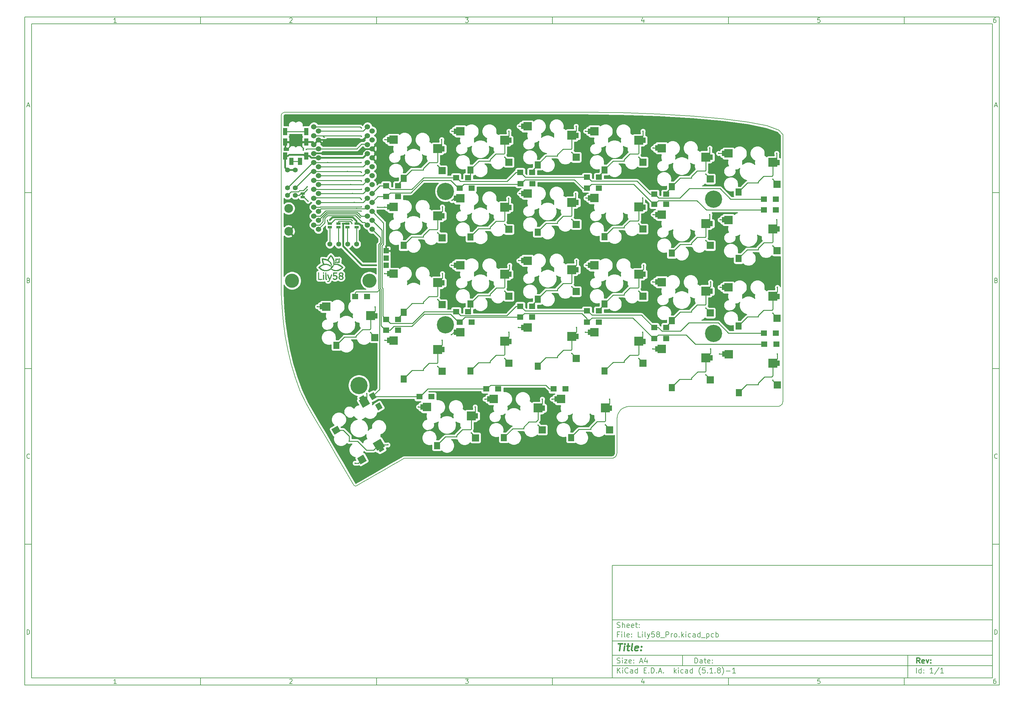
<source format=gtl>
G04 #@! TF.GenerationSoftware,KiCad,Pcbnew,(5.1.8)-1*
G04 #@! TF.CreationDate,2025-01-31T02:10:20+03:30*
G04 #@! TF.ProjectId,Lily58_Pro,4c696c79-3538-45f5-9072-6f2e6b696361,rev?*
G04 #@! TF.SameCoordinates,Original*
G04 #@! TF.FileFunction,Copper,L1,Top*
G04 #@! TF.FilePolarity,Positive*
%FSLAX46Y46*%
G04 Gerber Fmt 4.6, Leading zero omitted, Abs format (unit mm)*
G04 Created by KiCad (PCBNEW (5.1.8)-1) date 2025-01-31 02:10:20*
%MOMM*%
%LPD*%
G01*
G04 APERTURE LIST*
%ADD10C,0.100000*%
%ADD11C,0.150000*%
%ADD12C,0.300000*%
%ADD13C,0.400000*%
G04 #@! TA.AperFunction,Profile*
%ADD14C,0.200000*%
G04 #@! TD*
G04 #@! TA.AperFunction,EtchedComponent*
%ADD15C,0.010000*%
G04 #@! TD*
G04 #@! TA.AperFunction,ComponentPad*
%ADD16R,1.200000X2.100000*%
G04 #@! TD*
G04 #@! TA.AperFunction,ComponentPad*
%ADD17R,1.524000X1.524000*%
G04 #@! TD*
G04 #@! TA.AperFunction,SMDPad,CuDef*
%ADD18C,0.100000*%
G04 #@! TD*
G04 #@! TA.AperFunction,SMDPad,CuDef*
%ADD19R,0.700000X1.500000*%
G04 #@! TD*
G04 #@! TA.AperFunction,SMDPad,CuDef*
%ADD20R,2.400000X2.400000*%
G04 #@! TD*
G04 #@! TA.AperFunction,SMDPad,CuDef*
%ADD21R,2.500000X2.500000*%
G04 #@! TD*
G04 #@! TA.AperFunction,SMDPad,CuDef*
%ADD22R,1.800000X2.000000*%
G04 #@! TD*
G04 #@! TA.AperFunction,SMDPad,CuDef*
%ADD23R,2.000000X2.000000*%
G04 #@! TD*
G04 #@! TA.AperFunction,ComponentPad*
%ADD24C,1.524000*%
G04 #@! TD*
G04 #@! TA.AperFunction,ComponentPad*
%ADD25C,4.900000*%
G04 #@! TD*
G04 #@! TA.AperFunction,ComponentPad*
%ADD26C,1.397000*%
G04 #@! TD*
G04 #@! TA.AperFunction,SMDPad,CuDef*
%ADD27R,1.143000X0.635000*%
G04 #@! TD*
G04 #@! TA.AperFunction,ComponentPad*
%ADD28C,2.500000*%
G04 #@! TD*
G04 #@! TA.AperFunction,SMDPad,CuDef*
%ADD29R,0.381000X0.381000*%
G04 #@! TD*
G04 #@! TA.AperFunction,ComponentPad*
%ADD30R,1.800000X1.500000*%
G04 #@! TD*
G04 #@! TA.AperFunction,ComponentPad*
%ADD31C,0.100000*%
G04 #@! TD*
G04 #@! TA.AperFunction,ComponentPad*
%ADD32C,4.000000*%
G04 #@! TD*
G04 #@! TA.AperFunction,ViaPad*
%ADD33C,0.400000*%
G04 #@! TD*
G04 #@! TA.AperFunction,Conductor*
%ADD34C,0.250000*%
G04 #@! TD*
G04 #@! TA.AperFunction,Conductor*
%ADD35C,0.500000*%
G04 #@! TD*
G04 #@! TA.AperFunction,Conductor*
%ADD36C,0.254000*%
G04 #@! TD*
G04 #@! TA.AperFunction,Conductor*
%ADD37C,0.100000*%
G04 #@! TD*
G04 APERTURE END LIST*
D10*
D11*
X177002200Y-166007200D02*
X177002200Y-198007200D01*
X285002200Y-198007200D01*
X285002200Y-166007200D01*
X177002200Y-166007200D01*
D10*
D11*
X10000000Y-10000000D02*
X10000000Y-200007200D01*
X287002200Y-200007200D01*
X287002200Y-10000000D01*
X10000000Y-10000000D01*
D10*
D11*
X12000000Y-12000000D02*
X12000000Y-198007200D01*
X285002200Y-198007200D01*
X285002200Y-12000000D01*
X12000000Y-12000000D01*
D10*
D11*
X60000000Y-12000000D02*
X60000000Y-10000000D01*
D10*
D11*
X110000000Y-12000000D02*
X110000000Y-10000000D01*
D10*
D11*
X160000000Y-12000000D02*
X160000000Y-10000000D01*
D10*
D11*
X210000000Y-12000000D02*
X210000000Y-10000000D01*
D10*
D11*
X260000000Y-12000000D02*
X260000000Y-10000000D01*
D10*
D11*
X36065476Y-11588095D02*
X35322619Y-11588095D01*
X35694047Y-11588095D02*
X35694047Y-10288095D01*
X35570238Y-10473809D01*
X35446428Y-10597619D01*
X35322619Y-10659523D01*
D10*
D11*
X85322619Y-10411904D02*
X85384523Y-10350000D01*
X85508333Y-10288095D01*
X85817857Y-10288095D01*
X85941666Y-10350000D01*
X86003571Y-10411904D01*
X86065476Y-10535714D01*
X86065476Y-10659523D01*
X86003571Y-10845238D01*
X85260714Y-11588095D01*
X86065476Y-11588095D01*
D10*
D11*
X135260714Y-10288095D02*
X136065476Y-10288095D01*
X135632142Y-10783333D01*
X135817857Y-10783333D01*
X135941666Y-10845238D01*
X136003571Y-10907142D01*
X136065476Y-11030952D01*
X136065476Y-11340476D01*
X136003571Y-11464285D01*
X135941666Y-11526190D01*
X135817857Y-11588095D01*
X135446428Y-11588095D01*
X135322619Y-11526190D01*
X135260714Y-11464285D01*
D10*
D11*
X185941666Y-10721428D02*
X185941666Y-11588095D01*
X185632142Y-10226190D02*
X185322619Y-11154761D01*
X186127380Y-11154761D01*
D10*
D11*
X236003571Y-10288095D02*
X235384523Y-10288095D01*
X235322619Y-10907142D01*
X235384523Y-10845238D01*
X235508333Y-10783333D01*
X235817857Y-10783333D01*
X235941666Y-10845238D01*
X236003571Y-10907142D01*
X236065476Y-11030952D01*
X236065476Y-11340476D01*
X236003571Y-11464285D01*
X235941666Y-11526190D01*
X235817857Y-11588095D01*
X235508333Y-11588095D01*
X235384523Y-11526190D01*
X235322619Y-11464285D01*
D10*
D11*
X285941666Y-10288095D02*
X285694047Y-10288095D01*
X285570238Y-10350000D01*
X285508333Y-10411904D01*
X285384523Y-10597619D01*
X285322619Y-10845238D01*
X285322619Y-11340476D01*
X285384523Y-11464285D01*
X285446428Y-11526190D01*
X285570238Y-11588095D01*
X285817857Y-11588095D01*
X285941666Y-11526190D01*
X286003571Y-11464285D01*
X286065476Y-11340476D01*
X286065476Y-11030952D01*
X286003571Y-10907142D01*
X285941666Y-10845238D01*
X285817857Y-10783333D01*
X285570238Y-10783333D01*
X285446428Y-10845238D01*
X285384523Y-10907142D01*
X285322619Y-11030952D01*
D10*
D11*
X60000000Y-198007200D02*
X60000000Y-200007200D01*
D10*
D11*
X110000000Y-198007200D02*
X110000000Y-200007200D01*
D10*
D11*
X160000000Y-198007200D02*
X160000000Y-200007200D01*
D10*
D11*
X210000000Y-198007200D02*
X210000000Y-200007200D01*
D10*
D11*
X260000000Y-198007200D02*
X260000000Y-200007200D01*
D10*
D11*
X36065476Y-199595295D02*
X35322619Y-199595295D01*
X35694047Y-199595295D02*
X35694047Y-198295295D01*
X35570238Y-198481009D01*
X35446428Y-198604819D01*
X35322619Y-198666723D01*
D10*
D11*
X85322619Y-198419104D02*
X85384523Y-198357200D01*
X85508333Y-198295295D01*
X85817857Y-198295295D01*
X85941666Y-198357200D01*
X86003571Y-198419104D01*
X86065476Y-198542914D01*
X86065476Y-198666723D01*
X86003571Y-198852438D01*
X85260714Y-199595295D01*
X86065476Y-199595295D01*
D10*
D11*
X135260714Y-198295295D02*
X136065476Y-198295295D01*
X135632142Y-198790533D01*
X135817857Y-198790533D01*
X135941666Y-198852438D01*
X136003571Y-198914342D01*
X136065476Y-199038152D01*
X136065476Y-199347676D01*
X136003571Y-199471485D01*
X135941666Y-199533390D01*
X135817857Y-199595295D01*
X135446428Y-199595295D01*
X135322619Y-199533390D01*
X135260714Y-199471485D01*
D10*
D11*
X185941666Y-198728628D02*
X185941666Y-199595295D01*
X185632142Y-198233390D02*
X185322619Y-199161961D01*
X186127380Y-199161961D01*
D10*
D11*
X236003571Y-198295295D02*
X235384523Y-198295295D01*
X235322619Y-198914342D01*
X235384523Y-198852438D01*
X235508333Y-198790533D01*
X235817857Y-198790533D01*
X235941666Y-198852438D01*
X236003571Y-198914342D01*
X236065476Y-199038152D01*
X236065476Y-199347676D01*
X236003571Y-199471485D01*
X235941666Y-199533390D01*
X235817857Y-199595295D01*
X235508333Y-199595295D01*
X235384523Y-199533390D01*
X235322619Y-199471485D01*
D10*
D11*
X285941666Y-198295295D02*
X285694047Y-198295295D01*
X285570238Y-198357200D01*
X285508333Y-198419104D01*
X285384523Y-198604819D01*
X285322619Y-198852438D01*
X285322619Y-199347676D01*
X285384523Y-199471485D01*
X285446428Y-199533390D01*
X285570238Y-199595295D01*
X285817857Y-199595295D01*
X285941666Y-199533390D01*
X286003571Y-199471485D01*
X286065476Y-199347676D01*
X286065476Y-199038152D01*
X286003571Y-198914342D01*
X285941666Y-198852438D01*
X285817857Y-198790533D01*
X285570238Y-198790533D01*
X285446428Y-198852438D01*
X285384523Y-198914342D01*
X285322619Y-199038152D01*
D10*
D11*
X10000000Y-60000000D02*
X12000000Y-60000000D01*
D10*
D11*
X10000000Y-110000000D02*
X12000000Y-110000000D01*
D10*
D11*
X10000000Y-160000000D02*
X12000000Y-160000000D01*
D10*
D11*
X10690476Y-35216666D02*
X11309523Y-35216666D01*
X10566666Y-35588095D02*
X11000000Y-34288095D01*
X11433333Y-35588095D01*
D10*
D11*
X11092857Y-84907142D02*
X11278571Y-84969047D01*
X11340476Y-85030952D01*
X11402380Y-85154761D01*
X11402380Y-85340476D01*
X11340476Y-85464285D01*
X11278571Y-85526190D01*
X11154761Y-85588095D01*
X10659523Y-85588095D01*
X10659523Y-84288095D01*
X11092857Y-84288095D01*
X11216666Y-84350000D01*
X11278571Y-84411904D01*
X11340476Y-84535714D01*
X11340476Y-84659523D01*
X11278571Y-84783333D01*
X11216666Y-84845238D01*
X11092857Y-84907142D01*
X10659523Y-84907142D01*
D10*
D11*
X11402380Y-135464285D02*
X11340476Y-135526190D01*
X11154761Y-135588095D01*
X11030952Y-135588095D01*
X10845238Y-135526190D01*
X10721428Y-135402380D01*
X10659523Y-135278571D01*
X10597619Y-135030952D01*
X10597619Y-134845238D01*
X10659523Y-134597619D01*
X10721428Y-134473809D01*
X10845238Y-134350000D01*
X11030952Y-134288095D01*
X11154761Y-134288095D01*
X11340476Y-134350000D01*
X11402380Y-134411904D01*
D10*
D11*
X10659523Y-185588095D02*
X10659523Y-184288095D01*
X10969047Y-184288095D01*
X11154761Y-184350000D01*
X11278571Y-184473809D01*
X11340476Y-184597619D01*
X11402380Y-184845238D01*
X11402380Y-185030952D01*
X11340476Y-185278571D01*
X11278571Y-185402380D01*
X11154761Y-185526190D01*
X10969047Y-185588095D01*
X10659523Y-185588095D01*
D10*
D11*
X287002200Y-60000000D02*
X285002200Y-60000000D01*
D10*
D11*
X287002200Y-110000000D02*
X285002200Y-110000000D01*
D10*
D11*
X287002200Y-160000000D02*
X285002200Y-160000000D01*
D10*
D11*
X285692676Y-35216666D02*
X286311723Y-35216666D01*
X285568866Y-35588095D02*
X286002200Y-34288095D01*
X286435533Y-35588095D01*
D10*
D11*
X286095057Y-84907142D02*
X286280771Y-84969047D01*
X286342676Y-85030952D01*
X286404580Y-85154761D01*
X286404580Y-85340476D01*
X286342676Y-85464285D01*
X286280771Y-85526190D01*
X286156961Y-85588095D01*
X285661723Y-85588095D01*
X285661723Y-84288095D01*
X286095057Y-84288095D01*
X286218866Y-84350000D01*
X286280771Y-84411904D01*
X286342676Y-84535714D01*
X286342676Y-84659523D01*
X286280771Y-84783333D01*
X286218866Y-84845238D01*
X286095057Y-84907142D01*
X285661723Y-84907142D01*
D10*
D11*
X286404580Y-135464285D02*
X286342676Y-135526190D01*
X286156961Y-135588095D01*
X286033152Y-135588095D01*
X285847438Y-135526190D01*
X285723628Y-135402380D01*
X285661723Y-135278571D01*
X285599819Y-135030952D01*
X285599819Y-134845238D01*
X285661723Y-134597619D01*
X285723628Y-134473809D01*
X285847438Y-134350000D01*
X286033152Y-134288095D01*
X286156961Y-134288095D01*
X286342676Y-134350000D01*
X286404580Y-134411904D01*
D10*
D11*
X285661723Y-185588095D02*
X285661723Y-184288095D01*
X285971247Y-184288095D01*
X286156961Y-184350000D01*
X286280771Y-184473809D01*
X286342676Y-184597619D01*
X286404580Y-184845238D01*
X286404580Y-185030952D01*
X286342676Y-185278571D01*
X286280771Y-185402380D01*
X286156961Y-185526190D01*
X285971247Y-185588095D01*
X285661723Y-185588095D01*
D10*
D11*
X200434342Y-193785771D02*
X200434342Y-192285771D01*
X200791485Y-192285771D01*
X201005771Y-192357200D01*
X201148628Y-192500057D01*
X201220057Y-192642914D01*
X201291485Y-192928628D01*
X201291485Y-193142914D01*
X201220057Y-193428628D01*
X201148628Y-193571485D01*
X201005771Y-193714342D01*
X200791485Y-193785771D01*
X200434342Y-193785771D01*
X202577200Y-193785771D02*
X202577200Y-193000057D01*
X202505771Y-192857200D01*
X202362914Y-192785771D01*
X202077200Y-192785771D01*
X201934342Y-192857200D01*
X202577200Y-193714342D02*
X202434342Y-193785771D01*
X202077200Y-193785771D01*
X201934342Y-193714342D01*
X201862914Y-193571485D01*
X201862914Y-193428628D01*
X201934342Y-193285771D01*
X202077200Y-193214342D01*
X202434342Y-193214342D01*
X202577200Y-193142914D01*
X203077200Y-192785771D02*
X203648628Y-192785771D01*
X203291485Y-192285771D02*
X203291485Y-193571485D01*
X203362914Y-193714342D01*
X203505771Y-193785771D01*
X203648628Y-193785771D01*
X204720057Y-193714342D02*
X204577200Y-193785771D01*
X204291485Y-193785771D01*
X204148628Y-193714342D01*
X204077200Y-193571485D01*
X204077200Y-193000057D01*
X204148628Y-192857200D01*
X204291485Y-192785771D01*
X204577200Y-192785771D01*
X204720057Y-192857200D01*
X204791485Y-193000057D01*
X204791485Y-193142914D01*
X204077200Y-193285771D01*
X205434342Y-193642914D02*
X205505771Y-193714342D01*
X205434342Y-193785771D01*
X205362914Y-193714342D01*
X205434342Y-193642914D01*
X205434342Y-193785771D01*
X205434342Y-192857200D02*
X205505771Y-192928628D01*
X205434342Y-193000057D01*
X205362914Y-192928628D01*
X205434342Y-192857200D01*
X205434342Y-193000057D01*
D10*
D11*
X177002200Y-194507200D02*
X285002200Y-194507200D01*
D10*
D11*
X178434342Y-196585771D02*
X178434342Y-195085771D01*
X179291485Y-196585771D02*
X178648628Y-195728628D01*
X179291485Y-195085771D02*
X178434342Y-195942914D01*
X179934342Y-196585771D02*
X179934342Y-195585771D01*
X179934342Y-195085771D02*
X179862914Y-195157200D01*
X179934342Y-195228628D01*
X180005771Y-195157200D01*
X179934342Y-195085771D01*
X179934342Y-195228628D01*
X181505771Y-196442914D02*
X181434342Y-196514342D01*
X181220057Y-196585771D01*
X181077200Y-196585771D01*
X180862914Y-196514342D01*
X180720057Y-196371485D01*
X180648628Y-196228628D01*
X180577200Y-195942914D01*
X180577200Y-195728628D01*
X180648628Y-195442914D01*
X180720057Y-195300057D01*
X180862914Y-195157200D01*
X181077200Y-195085771D01*
X181220057Y-195085771D01*
X181434342Y-195157200D01*
X181505771Y-195228628D01*
X182791485Y-196585771D02*
X182791485Y-195800057D01*
X182720057Y-195657200D01*
X182577200Y-195585771D01*
X182291485Y-195585771D01*
X182148628Y-195657200D01*
X182791485Y-196514342D02*
X182648628Y-196585771D01*
X182291485Y-196585771D01*
X182148628Y-196514342D01*
X182077200Y-196371485D01*
X182077200Y-196228628D01*
X182148628Y-196085771D01*
X182291485Y-196014342D01*
X182648628Y-196014342D01*
X182791485Y-195942914D01*
X184148628Y-196585771D02*
X184148628Y-195085771D01*
X184148628Y-196514342D02*
X184005771Y-196585771D01*
X183720057Y-196585771D01*
X183577200Y-196514342D01*
X183505771Y-196442914D01*
X183434342Y-196300057D01*
X183434342Y-195871485D01*
X183505771Y-195728628D01*
X183577200Y-195657200D01*
X183720057Y-195585771D01*
X184005771Y-195585771D01*
X184148628Y-195657200D01*
X186005771Y-195800057D02*
X186505771Y-195800057D01*
X186720057Y-196585771D02*
X186005771Y-196585771D01*
X186005771Y-195085771D01*
X186720057Y-195085771D01*
X187362914Y-196442914D02*
X187434342Y-196514342D01*
X187362914Y-196585771D01*
X187291485Y-196514342D01*
X187362914Y-196442914D01*
X187362914Y-196585771D01*
X188077200Y-196585771D02*
X188077200Y-195085771D01*
X188434342Y-195085771D01*
X188648628Y-195157200D01*
X188791485Y-195300057D01*
X188862914Y-195442914D01*
X188934342Y-195728628D01*
X188934342Y-195942914D01*
X188862914Y-196228628D01*
X188791485Y-196371485D01*
X188648628Y-196514342D01*
X188434342Y-196585771D01*
X188077200Y-196585771D01*
X189577200Y-196442914D02*
X189648628Y-196514342D01*
X189577200Y-196585771D01*
X189505771Y-196514342D01*
X189577200Y-196442914D01*
X189577200Y-196585771D01*
X190220057Y-196157200D02*
X190934342Y-196157200D01*
X190077200Y-196585771D02*
X190577200Y-195085771D01*
X191077200Y-196585771D01*
X191577200Y-196442914D02*
X191648628Y-196514342D01*
X191577200Y-196585771D01*
X191505771Y-196514342D01*
X191577200Y-196442914D01*
X191577200Y-196585771D01*
X194577200Y-196585771D02*
X194577200Y-195085771D01*
X194720057Y-196014342D02*
X195148628Y-196585771D01*
X195148628Y-195585771D02*
X194577200Y-196157200D01*
X195791485Y-196585771D02*
X195791485Y-195585771D01*
X195791485Y-195085771D02*
X195720057Y-195157200D01*
X195791485Y-195228628D01*
X195862914Y-195157200D01*
X195791485Y-195085771D01*
X195791485Y-195228628D01*
X197148628Y-196514342D02*
X197005771Y-196585771D01*
X196720057Y-196585771D01*
X196577200Y-196514342D01*
X196505771Y-196442914D01*
X196434342Y-196300057D01*
X196434342Y-195871485D01*
X196505771Y-195728628D01*
X196577200Y-195657200D01*
X196720057Y-195585771D01*
X197005771Y-195585771D01*
X197148628Y-195657200D01*
X198434342Y-196585771D02*
X198434342Y-195800057D01*
X198362914Y-195657200D01*
X198220057Y-195585771D01*
X197934342Y-195585771D01*
X197791485Y-195657200D01*
X198434342Y-196514342D02*
X198291485Y-196585771D01*
X197934342Y-196585771D01*
X197791485Y-196514342D01*
X197720057Y-196371485D01*
X197720057Y-196228628D01*
X197791485Y-196085771D01*
X197934342Y-196014342D01*
X198291485Y-196014342D01*
X198434342Y-195942914D01*
X199791485Y-196585771D02*
X199791485Y-195085771D01*
X199791485Y-196514342D02*
X199648628Y-196585771D01*
X199362914Y-196585771D01*
X199220057Y-196514342D01*
X199148628Y-196442914D01*
X199077200Y-196300057D01*
X199077200Y-195871485D01*
X199148628Y-195728628D01*
X199220057Y-195657200D01*
X199362914Y-195585771D01*
X199648628Y-195585771D01*
X199791485Y-195657200D01*
X202077200Y-197157200D02*
X202005771Y-197085771D01*
X201862914Y-196871485D01*
X201791485Y-196728628D01*
X201720057Y-196514342D01*
X201648628Y-196157200D01*
X201648628Y-195871485D01*
X201720057Y-195514342D01*
X201791485Y-195300057D01*
X201862914Y-195157200D01*
X202005771Y-194942914D01*
X202077200Y-194871485D01*
X203362914Y-195085771D02*
X202648628Y-195085771D01*
X202577200Y-195800057D01*
X202648628Y-195728628D01*
X202791485Y-195657200D01*
X203148628Y-195657200D01*
X203291485Y-195728628D01*
X203362914Y-195800057D01*
X203434342Y-195942914D01*
X203434342Y-196300057D01*
X203362914Y-196442914D01*
X203291485Y-196514342D01*
X203148628Y-196585771D01*
X202791485Y-196585771D01*
X202648628Y-196514342D01*
X202577200Y-196442914D01*
X204077200Y-196442914D02*
X204148628Y-196514342D01*
X204077200Y-196585771D01*
X204005771Y-196514342D01*
X204077200Y-196442914D01*
X204077200Y-196585771D01*
X205577200Y-196585771D02*
X204720057Y-196585771D01*
X205148628Y-196585771D02*
X205148628Y-195085771D01*
X205005771Y-195300057D01*
X204862914Y-195442914D01*
X204720057Y-195514342D01*
X206220057Y-196442914D02*
X206291485Y-196514342D01*
X206220057Y-196585771D01*
X206148628Y-196514342D01*
X206220057Y-196442914D01*
X206220057Y-196585771D01*
X207148628Y-195728628D02*
X207005771Y-195657200D01*
X206934342Y-195585771D01*
X206862914Y-195442914D01*
X206862914Y-195371485D01*
X206934342Y-195228628D01*
X207005771Y-195157200D01*
X207148628Y-195085771D01*
X207434342Y-195085771D01*
X207577200Y-195157200D01*
X207648628Y-195228628D01*
X207720057Y-195371485D01*
X207720057Y-195442914D01*
X207648628Y-195585771D01*
X207577200Y-195657200D01*
X207434342Y-195728628D01*
X207148628Y-195728628D01*
X207005771Y-195800057D01*
X206934342Y-195871485D01*
X206862914Y-196014342D01*
X206862914Y-196300057D01*
X206934342Y-196442914D01*
X207005771Y-196514342D01*
X207148628Y-196585771D01*
X207434342Y-196585771D01*
X207577200Y-196514342D01*
X207648628Y-196442914D01*
X207720057Y-196300057D01*
X207720057Y-196014342D01*
X207648628Y-195871485D01*
X207577200Y-195800057D01*
X207434342Y-195728628D01*
X208220057Y-197157200D02*
X208291485Y-197085771D01*
X208434342Y-196871485D01*
X208505771Y-196728628D01*
X208577200Y-196514342D01*
X208648628Y-196157200D01*
X208648628Y-195871485D01*
X208577200Y-195514342D01*
X208505771Y-195300057D01*
X208434342Y-195157200D01*
X208291485Y-194942914D01*
X208220057Y-194871485D01*
X209362914Y-196014342D02*
X210505771Y-196014342D01*
X212005771Y-196585771D02*
X211148628Y-196585771D01*
X211577200Y-196585771D02*
X211577200Y-195085771D01*
X211434342Y-195300057D01*
X211291485Y-195442914D01*
X211148628Y-195514342D01*
D10*
D11*
X177002200Y-191507200D02*
X285002200Y-191507200D01*
D10*
D12*
X264411485Y-193785771D02*
X263911485Y-193071485D01*
X263554342Y-193785771D02*
X263554342Y-192285771D01*
X264125771Y-192285771D01*
X264268628Y-192357200D01*
X264340057Y-192428628D01*
X264411485Y-192571485D01*
X264411485Y-192785771D01*
X264340057Y-192928628D01*
X264268628Y-193000057D01*
X264125771Y-193071485D01*
X263554342Y-193071485D01*
X265625771Y-193714342D02*
X265482914Y-193785771D01*
X265197200Y-193785771D01*
X265054342Y-193714342D01*
X264982914Y-193571485D01*
X264982914Y-193000057D01*
X265054342Y-192857200D01*
X265197200Y-192785771D01*
X265482914Y-192785771D01*
X265625771Y-192857200D01*
X265697200Y-193000057D01*
X265697200Y-193142914D01*
X264982914Y-193285771D01*
X266197200Y-192785771D02*
X266554342Y-193785771D01*
X266911485Y-192785771D01*
X267482914Y-193642914D02*
X267554342Y-193714342D01*
X267482914Y-193785771D01*
X267411485Y-193714342D01*
X267482914Y-193642914D01*
X267482914Y-193785771D01*
X267482914Y-192857200D02*
X267554342Y-192928628D01*
X267482914Y-193000057D01*
X267411485Y-192928628D01*
X267482914Y-192857200D01*
X267482914Y-193000057D01*
D10*
D11*
X178362914Y-193714342D02*
X178577200Y-193785771D01*
X178934342Y-193785771D01*
X179077200Y-193714342D01*
X179148628Y-193642914D01*
X179220057Y-193500057D01*
X179220057Y-193357200D01*
X179148628Y-193214342D01*
X179077200Y-193142914D01*
X178934342Y-193071485D01*
X178648628Y-193000057D01*
X178505771Y-192928628D01*
X178434342Y-192857200D01*
X178362914Y-192714342D01*
X178362914Y-192571485D01*
X178434342Y-192428628D01*
X178505771Y-192357200D01*
X178648628Y-192285771D01*
X179005771Y-192285771D01*
X179220057Y-192357200D01*
X179862914Y-193785771D02*
X179862914Y-192785771D01*
X179862914Y-192285771D02*
X179791485Y-192357200D01*
X179862914Y-192428628D01*
X179934342Y-192357200D01*
X179862914Y-192285771D01*
X179862914Y-192428628D01*
X180434342Y-192785771D02*
X181220057Y-192785771D01*
X180434342Y-193785771D01*
X181220057Y-193785771D01*
X182362914Y-193714342D02*
X182220057Y-193785771D01*
X181934342Y-193785771D01*
X181791485Y-193714342D01*
X181720057Y-193571485D01*
X181720057Y-193000057D01*
X181791485Y-192857200D01*
X181934342Y-192785771D01*
X182220057Y-192785771D01*
X182362914Y-192857200D01*
X182434342Y-193000057D01*
X182434342Y-193142914D01*
X181720057Y-193285771D01*
X183077200Y-193642914D02*
X183148628Y-193714342D01*
X183077200Y-193785771D01*
X183005771Y-193714342D01*
X183077200Y-193642914D01*
X183077200Y-193785771D01*
X183077200Y-192857200D02*
X183148628Y-192928628D01*
X183077200Y-193000057D01*
X183005771Y-192928628D01*
X183077200Y-192857200D01*
X183077200Y-193000057D01*
X184862914Y-193357200D02*
X185577200Y-193357200D01*
X184720057Y-193785771D02*
X185220057Y-192285771D01*
X185720057Y-193785771D01*
X186862914Y-192785771D02*
X186862914Y-193785771D01*
X186505771Y-192214342D02*
X186148628Y-193285771D01*
X187077200Y-193285771D01*
D10*
D11*
X263434342Y-196585771D02*
X263434342Y-195085771D01*
X264791485Y-196585771D02*
X264791485Y-195085771D01*
X264791485Y-196514342D02*
X264648628Y-196585771D01*
X264362914Y-196585771D01*
X264220057Y-196514342D01*
X264148628Y-196442914D01*
X264077200Y-196300057D01*
X264077200Y-195871485D01*
X264148628Y-195728628D01*
X264220057Y-195657200D01*
X264362914Y-195585771D01*
X264648628Y-195585771D01*
X264791485Y-195657200D01*
X265505771Y-196442914D02*
X265577200Y-196514342D01*
X265505771Y-196585771D01*
X265434342Y-196514342D01*
X265505771Y-196442914D01*
X265505771Y-196585771D01*
X265505771Y-195657200D02*
X265577200Y-195728628D01*
X265505771Y-195800057D01*
X265434342Y-195728628D01*
X265505771Y-195657200D01*
X265505771Y-195800057D01*
X268148628Y-196585771D02*
X267291485Y-196585771D01*
X267720057Y-196585771D02*
X267720057Y-195085771D01*
X267577200Y-195300057D01*
X267434342Y-195442914D01*
X267291485Y-195514342D01*
X269862914Y-195014342D02*
X268577200Y-196942914D01*
X271148628Y-196585771D02*
X270291485Y-196585771D01*
X270720057Y-196585771D02*
X270720057Y-195085771D01*
X270577200Y-195300057D01*
X270434342Y-195442914D01*
X270291485Y-195514342D01*
D10*
D11*
X177002200Y-187507200D02*
X285002200Y-187507200D01*
D10*
D13*
X178714580Y-188211961D02*
X179857438Y-188211961D01*
X179036009Y-190211961D02*
X179286009Y-188211961D01*
X180274104Y-190211961D02*
X180440771Y-188878628D01*
X180524104Y-188211961D02*
X180416961Y-188307200D01*
X180500295Y-188402438D01*
X180607438Y-188307200D01*
X180524104Y-188211961D01*
X180500295Y-188402438D01*
X181107438Y-188878628D02*
X181869342Y-188878628D01*
X181476485Y-188211961D02*
X181262200Y-189926247D01*
X181333628Y-190116723D01*
X181512200Y-190211961D01*
X181702676Y-190211961D01*
X182655057Y-190211961D02*
X182476485Y-190116723D01*
X182405057Y-189926247D01*
X182619342Y-188211961D01*
X184190771Y-190116723D02*
X183988390Y-190211961D01*
X183607438Y-190211961D01*
X183428866Y-190116723D01*
X183357438Y-189926247D01*
X183452676Y-189164342D01*
X183571723Y-188973866D01*
X183774104Y-188878628D01*
X184155057Y-188878628D01*
X184333628Y-188973866D01*
X184405057Y-189164342D01*
X184381247Y-189354819D01*
X183405057Y-189545295D01*
X185155057Y-190021485D02*
X185238390Y-190116723D01*
X185131247Y-190211961D01*
X185047914Y-190116723D01*
X185155057Y-190021485D01*
X185131247Y-190211961D01*
X185286009Y-188973866D02*
X185369342Y-189069104D01*
X185262200Y-189164342D01*
X185178866Y-189069104D01*
X185286009Y-188973866D01*
X185262200Y-189164342D01*
D10*
D11*
X178934342Y-185600057D02*
X178434342Y-185600057D01*
X178434342Y-186385771D02*
X178434342Y-184885771D01*
X179148628Y-184885771D01*
X179720057Y-186385771D02*
X179720057Y-185385771D01*
X179720057Y-184885771D02*
X179648628Y-184957200D01*
X179720057Y-185028628D01*
X179791485Y-184957200D01*
X179720057Y-184885771D01*
X179720057Y-185028628D01*
X180648628Y-186385771D02*
X180505771Y-186314342D01*
X180434342Y-186171485D01*
X180434342Y-184885771D01*
X181791485Y-186314342D02*
X181648628Y-186385771D01*
X181362914Y-186385771D01*
X181220057Y-186314342D01*
X181148628Y-186171485D01*
X181148628Y-185600057D01*
X181220057Y-185457200D01*
X181362914Y-185385771D01*
X181648628Y-185385771D01*
X181791485Y-185457200D01*
X181862914Y-185600057D01*
X181862914Y-185742914D01*
X181148628Y-185885771D01*
X182505771Y-186242914D02*
X182577200Y-186314342D01*
X182505771Y-186385771D01*
X182434342Y-186314342D01*
X182505771Y-186242914D01*
X182505771Y-186385771D01*
X182505771Y-185457200D02*
X182577200Y-185528628D01*
X182505771Y-185600057D01*
X182434342Y-185528628D01*
X182505771Y-185457200D01*
X182505771Y-185600057D01*
X185077200Y-186385771D02*
X184362914Y-186385771D01*
X184362914Y-184885771D01*
X185577200Y-186385771D02*
X185577200Y-185385771D01*
X185577200Y-184885771D02*
X185505771Y-184957200D01*
X185577200Y-185028628D01*
X185648628Y-184957200D01*
X185577200Y-184885771D01*
X185577200Y-185028628D01*
X186505771Y-186385771D02*
X186362914Y-186314342D01*
X186291485Y-186171485D01*
X186291485Y-184885771D01*
X186934342Y-185385771D02*
X187291485Y-186385771D01*
X187648628Y-185385771D02*
X187291485Y-186385771D01*
X187148628Y-186742914D01*
X187077200Y-186814342D01*
X186934342Y-186885771D01*
X188934342Y-184885771D02*
X188220057Y-184885771D01*
X188148628Y-185600057D01*
X188220057Y-185528628D01*
X188362914Y-185457200D01*
X188720057Y-185457200D01*
X188862914Y-185528628D01*
X188934342Y-185600057D01*
X189005771Y-185742914D01*
X189005771Y-186100057D01*
X188934342Y-186242914D01*
X188862914Y-186314342D01*
X188720057Y-186385771D01*
X188362914Y-186385771D01*
X188220057Y-186314342D01*
X188148628Y-186242914D01*
X189862914Y-185528628D02*
X189720057Y-185457200D01*
X189648628Y-185385771D01*
X189577200Y-185242914D01*
X189577200Y-185171485D01*
X189648628Y-185028628D01*
X189720057Y-184957200D01*
X189862914Y-184885771D01*
X190148628Y-184885771D01*
X190291485Y-184957200D01*
X190362914Y-185028628D01*
X190434342Y-185171485D01*
X190434342Y-185242914D01*
X190362914Y-185385771D01*
X190291485Y-185457200D01*
X190148628Y-185528628D01*
X189862914Y-185528628D01*
X189720057Y-185600057D01*
X189648628Y-185671485D01*
X189577200Y-185814342D01*
X189577200Y-186100057D01*
X189648628Y-186242914D01*
X189720057Y-186314342D01*
X189862914Y-186385771D01*
X190148628Y-186385771D01*
X190291485Y-186314342D01*
X190362914Y-186242914D01*
X190434342Y-186100057D01*
X190434342Y-185814342D01*
X190362914Y-185671485D01*
X190291485Y-185600057D01*
X190148628Y-185528628D01*
X190720057Y-186528628D02*
X191862914Y-186528628D01*
X192220057Y-186385771D02*
X192220057Y-184885771D01*
X192791485Y-184885771D01*
X192934342Y-184957200D01*
X193005771Y-185028628D01*
X193077200Y-185171485D01*
X193077200Y-185385771D01*
X193005771Y-185528628D01*
X192934342Y-185600057D01*
X192791485Y-185671485D01*
X192220057Y-185671485D01*
X193720057Y-186385771D02*
X193720057Y-185385771D01*
X193720057Y-185671485D02*
X193791485Y-185528628D01*
X193862914Y-185457200D01*
X194005771Y-185385771D01*
X194148628Y-185385771D01*
X194862914Y-186385771D02*
X194720057Y-186314342D01*
X194648628Y-186242914D01*
X194577200Y-186100057D01*
X194577200Y-185671485D01*
X194648628Y-185528628D01*
X194720057Y-185457200D01*
X194862914Y-185385771D01*
X195077200Y-185385771D01*
X195220057Y-185457200D01*
X195291485Y-185528628D01*
X195362914Y-185671485D01*
X195362914Y-186100057D01*
X195291485Y-186242914D01*
X195220057Y-186314342D01*
X195077200Y-186385771D01*
X194862914Y-186385771D01*
X196005771Y-186242914D02*
X196077200Y-186314342D01*
X196005771Y-186385771D01*
X195934342Y-186314342D01*
X196005771Y-186242914D01*
X196005771Y-186385771D01*
X196720057Y-186385771D02*
X196720057Y-184885771D01*
X196862914Y-185814342D02*
X197291485Y-186385771D01*
X197291485Y-185385771D02*
X196720057Y-185957200D01*
X197934342Y-186385771D02*
X197934342Y-185385771D01*
X197934342Y-184885771D02*
X197862914Y-184957200D01*
X197934342Y-185028628D01*
X198005771Y-184957200D01*
X197934342Y-184885771D01*
X197934342Y-185028628D01*
X199291485Y-186314342D02*
X199148628Y-186385771D01*
X198862914Y-186385771D01*
X198720057Y-186314342D01*
X198648628Y-186242914D01*
X198577200Y-186100057D01*
X198577200Y-185671485D01*
X198648628Y-185528628D01*
X198720057Y-185457200D01*
X198862914Y-185385771D01*
X199148628Y-185385771D01*
X199291485Y-185457200D01*
X200577200Y-186385771D02*
X200577200Y-185600057D01*
X200505771Y-185457200D01*
X200362914Y-185385771D01*
X200077200Y-185385771D01*
X199934342Y-185457200D01*
X200577200Y-186314342D02*
X200434342Y-186385771D01*
X200077200Y-186385771D01*
X199934342Y-186314342D01*
X199862914Y-186171485D01*
X199862914Y-186028628D01*
X199934342Y-185885771D01*
X200077200Y-185814342D01*
X200434342Y-185814342D01*
X200577200Y-185742914D01*
X201934342Y-186385771D02*
X201934342Y-184885771D01*
X201934342Y-186314342D02*
X201791485Y-186385771D01*
X201505771Y-186385771D01*
X201362914Y-186314342D01*
X201291485Y-186242914D01*
X201220057Y-186100057D01*
X201220057Y-185671485D01*
X201291485Y-185528628D01*
X201362914Y-185457200D01*
X201505771Y-185385771D01*
X201791485Y-185385771D01*
X201934342Y-185457200D01*
X202291485Y-186528628D02*
X203434342Y-186528628D01*
X203791485Y-185385771D02*
X203791485Y-186885771D01*
X203791485Y-185457200D02*
X203934342Y-185385771D01*
X204220057Y-185385771D01*
X204362914Y-185457200D01*
X204434342Y-185528628D01*
X204505771Y-185671485D01*
X204505771Y-186100057D01*
X204434342Y-186242914D01*
X204362914Y-186314342D01*
X204220057Y-186385771D01*
X203934342Y-186385771D01*
X203791485Y-186314342D01*
X205791485Y-186314342D02*
X205648628Y-186385771D01*
X205362914Y-186385771D01*
X205220057Y-186314342D01*
X205148628Y-186242914D01*
X205077200Y-186100057D01*
X205077200Y-185671485D01*
X205148628Y-185528628D01*
X205220057Y-185457200D01*
X205362914Y-185385771D01*
X205648628Y-185385771D01*
X205791485Y-185457200D01*
X206434342Y-186385771D02*
X206434342Y-184885771D01*
X206434342Y-185457200D02*
X206577200Y-185385771D01*
X206862914Y-185385771D01*
X207005771Y-185457200D01*
X207077200Y-185528628D01*
X207148628Y-185671485D01*
X207148628Y-186100057D01*
X207077200Y-186242914D01*
X207005771Y-186314342D01*
X206862914Y-186385771D01*
X206577200Y-186385771D01*
X206434342Y-186314342D01*
D10*
D11*
X177002200Y-181507200D02*
X285002200Y-181507200D01*
D10*
D11*
X178362914Y-183614342D02*
X178577200Y-183685771D01*
X178934342Y-183685771D01*
X179077200Y-183614342D01*
X179148628Y-183542914D01*
X179220057Y-183400057D01*
X179220057Y-183257200D01*
X179148628Y-183114342D01*
X179077200Y-183042914D01*
X178934342Y-182971485D01*
X178648628Y-182900057D01*
X178505771Y-182828628D01*
X178434342Y-182757200D01*
X178362914Y-182614342D01*
X178362914Y-182471485D01*
X178434342Y-182328628D01*
X178505771Y-182257200D01*
X178648628Y-182185771D01*
X179005771Y-182185771D01*
X179220057Y-182257200D01*
X179862914Y-183685771D02*
X179862914Y-182185771D01*
X180505771Y-183685771D02*
X180505771Y-182900057D01*
X180434342Y-182757200D01*
X180291485Y-182685771D01*
X180077200Y-182685771D01*
X179934342Y-182757200D01*
X179862914Y-182828628D01*
X181791485Y-183614342D02*
X181648628Y-183685771D01*
X181362914Y-183685771D01*
X181220057Y-183614342D01*
X181148628Y-183471485D01*
X181148628Y-182900057D01*
X181220057Y-182757200D01*
X181362914Y-182685771D01*
X181648628Y-182685771D01*
X181791485Y-182757200D01*
X181862914Y-182900057D01*
X181862914Y-183042914D01*
X181148628Y-183185771D01*
X183077200Y-183614342D02*
X182934342Y-183685771D01*
X182648628Y-183685771D01*
X182505771Y-183614342D01*
X182434342Y-183471485D01*
X182434342Y-182900057D01*
X182505771Y-182757200D01*
X182648628Y-182685771D01*
X182934342Y-182685771D01*
X183077200Y-182757200D01*
X183148628Y-182900057D01*
X183148628Y-183042914D01*
X182434342Y-183185771D01*
X183577200Y-182685771D02*
X184148628Y-182685771D01*
X183791485Y-182185771D02*
X183791485Y-183471485D01*
X183862914Y-183614342D01*
X184005771Y-183685771D01*
X184148628Y-183685771D01*
X184648628Y-183542914D02*
X184720057Y-183614342D01*
X184648628Y-183685771D01*
X184577200Y-183614342D01*
X184648628Y-183542914D01*
X184648628Y-183685771D01*
X184648628Y-182757200D02*
X184720057Y-182828628D01*
X184648628Y-182900057D01*
X184577200Y-182828628D01*
X184648628Y-182757200D01*
X184648628Y-182900057D01*
D10*
D11*
X197002200Y-191507200D02*
X197002200Y-194507200D01*
D10*
D11*
X261002200Y-191507200D02*
X261002200Y-198007200D01*
D14*
X116186619Y-136480784D02*
X117862313Y-135510645D01*
X114510925Y-137450923D02*
X116186619Y-136480784D01*
X82937528Y-50750629D02*
X82937528Y-44443695D01*
X82937528Y-57057562D02*
X82937528Y-50750629D01*
X115211711Y-37086762D02*
X104803877Y-37086762D01*
X218692418Y-120789735D02*
X223959999Y-120789735D01*
X213424836Y-120789735D02*
X218692418Y-120789735D01*
X208157255Y-120789735D02*
X213424836Y-120789735D01*
X202889673Y-120789735D02*
X208157255Y-120789735D01*
X197622092Y-120789735D02*
X202889673Y-120789735D01*
X192354511Y-120789735D02*
X197622092Y-120789735D01*
X187086929Y-120789735D02*
X192354511Y-120789735D01*
X181819348Y-120789735D02*
X187086929Y-120789735D01*
X181113524Y-120860778D02*
X181819348Y-120789735D01*
X180456326Y-121064561D02*
X181113524Y-120860778D01*
X179861773Y-121387065D02*
X180456326Y-121064561D01*
X179343884Y-121814271D02*
X179861773Y-121387065D01*
X178916678Y-122332160D02*
X179343884Y-121814271D01*
X178594174Y-122926713D02*
X178916678Y-122332160D01*
X178390391Y-123583911D02*
X178594174Y-122926713D01*
X178319348Y-124289735D02*
X178390391Y-123583911D01*
X199807654Y-38170488D02*
X189919538Y-37585374D01*
X208420758Y-38945561D02*
X199807654Y-38170488D01*
X215525697Y-39885159D02*
X208420758Y-38945561D01*
X220889319Y-40963847D02*
X215525697Y-39885159D01*
X178989563Y-37215654D02*
X167250881Y-37086762D01*
X189919538Y-37585374D02*
X178989563Y-37215654D01*
X177658308Y-135255660D02*
X177403500Y-135393876D01*
X177880261Y-135072571D02*
X177658308Y-135255660D01*
X178063349Y-134850619D02*
X177880261Y-135072571D01*
X178201565Y-134595810D02*
X178063349Y-134850619D01*
X178288901Y-134314154D02*
X178201565Y-134595810D01*
X178319348Y-134011658D02*
X178288901Y-134314154D01*
X225460000Y-52918378D02*
X225460000Y-62400000D01*
X225460000Y-43436755D02*
X225460000Y-52918378D01*
X82937528Y-69671429D02*
X82937528Y-63364495D01*
X82937528Y-75978362D02*
X82937528Y-69671429D01*
X82937528Y-82285296D02*
X82937528Y-75978362D01*
X82937528Y-88592229D02*
X82937528Y-82285296D01*
X104803877Y-37086762D02*
X94396044Y-37086762D01*
X125619545Y-37086762D02*
X115211711Y-37086762D01*
X136027379Y-37086762D02*
X125619545Y-37086762D01*
X146435213Y-37086762D02*
X136027379Y-37086762D01*
X156843047Y-37086762D02*
X146435213Y-37086762D01*
X167250881Y-37086762D02*
X156843047Y-37086762D01*
X83400937Y-37265961D02*
X83579303Y-37169210D01*
X83245570Y-37394123D02*
X83400937Y-37265961D01*
X83117409Y-37549489D02*
X83245570Y-37394123D01*
X83020657Y-37727855D02*
X83117409Y-37549489D01*
X82959523Y-37925015D02*
X83020657Y-37727855D01*
X82938210Y-38136762D02*
X82959523Y-37925015D01*
X83776462Y-37108075D02*
X83988210Y-37086762D01*
X83579303Y-37169210D02*
X83776462Y-37108075D01*
X94396044Y-37086762D02*
X83988210Y-37086762D01*
X82937528Y-63364495D02*
X82937528Y-57057562D01*
X82937528Y-44443695D02*
X82937528Y-38136762D01*
X88291758Y-116318073D02*
X89993333Y-119989540D01*
X86863105Y-112530670D02*
X88291758Y-116318073D01*
X85688004Y-108649127D02*
X86863105Y-112530670D01*
X84747083Y-104695246D02*
X85688004Y-108649127D01*
X84020972Y-100690825D02*
X84747083Y-104695246D01*
X83490297Y-96657663D02*
X84020972Y-100690825D01*
X83135690Y-92617561D02*
X83490297Y-96657663D01*
X82937777Y-88592317D02*
X83135690Y-92617561D01*
X104288864Y-143357278D02*
X104456758Y-143271756D01*
X104130206Y-143404468D02*
X104288864Y-143357278D01*
X103981252Y-143413974D02*
X104130206Y-143404468D01*
X103842470Y-143386445D02*
X103981252Y-143413974D01*
X103714328Y-143322532D02*
X103842470Y-143386445D01*
X103597295Y-143222884D02*
X103714328Y-143322532D01*
X103491837Y-143088150D02*
X103597295Y-143222884D01*
X103398425Y-142918979D02*
X103491837Y-143088150D01*
X112835230Y-138421062D02*
X114510925Y-137450923D01*
X111159536Y-139391201D02*
X112835230Y-138421062D01*
X109483841Y-140361340D02*
X111159536Y-139391201D01*
X107808147Y-141331479D02*
X109483841Y-140361340D01*
X106132452Y-142301617D02*
X107808147Y-141331479D01*
X104456758Y-143271756D02*
X106132452Y-142301617D01*
X101722730Y-140052659D02*
X103398425Y-142918979D01*
X100047036Y-137186340D02*
X101722730Y-140052659D01*
X98371341Y-134320020D02*
X100047036Y-137186340D01*
X96695647Y-131453701D02*
X98371341Y-134320020D01*
X95019952Y-128587381D02*
X96695647Y-131453701D01*
X93344258Y-125721062D02*
X95019952Y-128587381D01*
X91668563Y-122854742D02*
X93344258Y-125721062D01*
X89992869Y-119988423D02*
X91668563Y-122854742D01*
X169449826Y-135511658D02*
X176819348Y-135511658D01*
X162080304Y-135511658D02*
X169449826Y-135511658D01*
X154710782Y-135511658D02*
X162080304Y-135511658D01*
X147341260Y-135511658D02*
X154710782Y-135511658D01*
X139971738Y-135511658D02*
X147341260Y-135511658D01*
X132602217Y-135511658D02*
X139971738Y-135511658D01*
X125232695Y-135511658D02*
X132602217Y-135511658D01*
X117863173Y-135511658D02*
X125232695Y-135511658D01*
X178319348Y-132816013D02*
X178319348Y-134011658D01*
X178319348Y-131597973D02*
X178319348Y-132816013D01*
X178319348Y-130379933D02*
X178319348Y-131597973D01*
X178319348Y-129161894D02*
X178319348Y-130379933D01*
X178319348Y-127943854D02*
X178319348Y-129161894D01*
X178319348Y-126725814D02*
X178319348Y-127943854D01*
X178319348Y-125507775D02*
X178319348Y-126725814D01*
X178319348Y-124289735D02*
X178319348Y-125507775D01*
X177121844Y-135481211D02*
X176819348Y-135511658D01*
X177403500Y-135393876D02*
X177121844Y-135481211D01*
X224278471Y-42156190D02*
X220889319Y-40963847D01*
X225460000Y-43436755D02*
X224278471Y-42156190D01*
X224262495Y-120759288D02*
X223959999Y-120789735D01*
X224544152Y-120671952D02*
X224262495Y-120759288D01*
X224798960Y-120533736D02*
X224544152Y-120671952D01*
X225020912Y-120350648D02*
X224798960Y-120533736D01*
X225204001Y-120128696D02*
X225020912Y-120350648D01*
X225342217Y-119873887D02*
X225204001Y-120128696D01*
X225429552Y-119592231D02*
X225342217Y-119873887D01*
X225459999Y-119289735D02*
X225429552Y-119592231D01*
X225460000Y-109808112D02*
X225460000Y-119289735D01*
X225460000Y-100326490D02*
X225460000Y-109808112D01*
X225460000Y-90844867D02*
X225460000Y-100326490D01*
X225460000Y-81363245D02*
X225460000Y-90844867D01*
X225460000Y-71881623D02*
X225460000Y-81363245D01*
X225460000Y-62400000D02*
X225460000Y-71881623D01*
D15*
G36*
X97248955Y-83243370D02*
G01*
X97278216Y-83248098D01*
X97289624Y-83252258D01*
X97311575Y-83271141D01*
X97322843Y-83297920D01*
X97322246Y-83329519D01*
X97321123Y-83334247D01*
X97317541Y-83344099D01*
X97308818Y-83366378D01*
X97295362Y-83400095D01*
X97277577Y-83444264D01*
X97255868Y-83497897D01*
X97230642Y-83560006D01*
X97202304Y-83629605D01*
X97171259Y-83705707D01*
X97137914Y-83787323D01*
X97102672Y-83873467D01*
X97065941Y-83963151D01*
X97028126Y-84055389D01*
X96989631Y-84149193D01*
X96950863Y-84243575D01*
X96912228Y-84337548D01*
X96874130Y-84430126D01*
X96836975Y-84520320D01*
X96801169Y-84607143D01*
X96767117Y-84689609D01*
X96735226Y-84766730D01*
X96705899Y-84837519D01*
X96679544Y-84900987D01*
X96656565Y-84956149D01*
X96637368Y-85002017D01*
X96622358Y-85037603D01*
X96611942Y-85061921D01*
X96606524Y-85073982D01*
X96606444Y-85074143D01*
X96569721Y-85135070D01*
X96523785Y-85192137D01*
X96471592Y-85242315D01*
X96416099Y-85282573D01*
X96387967Y-85298070D01*
X96314761Y-85326573D01*
X96239682Y-85341740D01*
X96164714Y-85343303D01*
X96110309Y-85335508D01*
X96068356Y-85324122D01*
X96025964Y-85308767D01*
X95988586Y-85291593D01*
X95967854Y-85279319D01*
X95951735Y-85262135D01*
X95939995Y-85238689D01*
X95939548Y-85237257D01*
X95935622Y-85221239D01*
X95935644Y-85207443D01*
X95940524Y-85191210D01*
X95951173Y-85167879D01*
X95954368Y-85161356D01*
X95975473Y-85125599D01*
X95998156Y-85103255D01*
X96024557Y-85093556D01*
X96056819Y-85095732D01*
X96097083Y-85109015D01*
X96098519Y-85109612D01*
X96152232Y-85127554D01*
X96200211Y-85133298D01*
X96244946Y-85126606D01*
X96288926Y-85107240D01*
X96316992Y-85088701D01*
X96345737Y-85064197D01*
X96372875Y-85033603D01*
X96399453Y-84995264D01*
X96426519Y-84947528D01*
X96455120Y-84888739D01*
X96481096Y-84829609D01*
X96533247Y-84706539D01*
X96244110Y-84020039D01*
X96194586Y-83902222D01*
X96149221Y-83793819D01*
X96108180Y-83695238D01*
X96071630Y-83606889D01*
X96039736Y-83529179D01*
X96012666Y-83462516D01*
X95990585Y-83407309D01*
X95973659Y-83363966D01*
X95962055Y-83332895D01*
X95955939Y-83314505D01*
X95954972Y-83309803D01*
X95961305Y-83283185D01*
X95972475Y-83265705D01*
X95981359Y-83256317D01*
X95990784Y-83250244D01*
X96004128Y-83246629D01*
X96024767Y-83244619D01*
X96056081Y-83243357D01*
X96061375Y-83243196D01*
X96105661Y-83243534D01*
X96138441Y-83248263D01*
X96162319Y-83258361D01*
X96179895Y-83274806D01*
X96190404Y-83291693D01*
X96195333Y-83302697D01*
X96205143Y-83325894D01*
X96219315Y-83360006D01*
X96237334Y-83403751D01*
X96258680Y-83455851D01*
X96282838Y-83515025D01*
X96309290Y-83579994D01*
X96337518Y-83649478D01*
X96367006Y-83722197D01*
X96397235Y-83796871D01*
X96427690Y-83872221D01*
X96457853Y-83946967D01*
X96487206Y-84019828D01*
X96515232Y-84089526D01*
X96541414Y-84154781D01*
X96565235Y-84214312D01*
X96586177Y-84266840D01*
X96603723Y-84311085D01*
X96617356Y-84345768D01*
X96626559Y-84369608D01*
X96630815Y-84381326D01*
X96630859Y-84381472D01*
X96637275Y-84399275D01*
X96642986Y-84409303D01*
X96644400Y-84410115D01*
X96649349Y-84403867D01*
X96655775Y-84388220D01*
X96657981Y-84381339D01*
X96662146Y-84369641D01*
X96671181Y-84345810D01*
X96684578Y-84311128D01*
X96701827Y-84266877D01*
X96722418Y-84214337D01*
X96745843Y-84154791D01*
X96771592Y-84089519D01*
X96799155Y-84019805D01*
X96828024Y-83946928D01*
X96857689Y-83872170D01*
X96887640Y-83796814D01*
X96917369Y-83722141D01*
X96946365Y-83649431D01*
X96974120Y-83579967D01*
X97000123Y-83515030D01*
X97023867Y-83455902D01*
X97044841Y-83403864D01*
X97062536Y-83360198D01*
X97076443Y-83326185D01*
X97086052Y-83303107D01*
X97090854Y-83292246D01*
X97090865Y-83292223D01*
X97107401Y-83268947D01*
X97130164Y-83253472D01*
X97161591Y-83244759D01*
X97204116Y-83241766D01*
X97209003Y-83241742D01*
X97248955Y-83243370D01*
G37*
X97248955Y-83243370D02*
X97278216Y-83248098D01*
X97289624Y-83252258D01*
X97311575Y-83271141D01*
X97322843Y-83297920D01*
X97322246Y-83329519D01*
X97321123Y-83334247D01*
X97317541Y-83344099D01*
X97308818Y-83366378D01*
X97295362Y-83400095D01*
X97277577Y-83444264D01*
X97255868Y-83497897D01*
X97230642Y-83560006D01*
X97202304Y-83629605D01*
X97171259Y-83705707D01*
X97137914Y-83787323D01*
X97102672Y-83873467D01*
X97065941Y-83963151D01*
X97028126Y-84055389D01*
X96989631Y-84149193D01*
X96950863Y-84243575D01*
X96912228Y-84337548D01*
X96874130Y-84430126D01*
X96836975Y-84520320D01*
X96801169Y-84607143D01*
X96767117Y-84689609D01*
X96735226Y-84766730D01*
X96705899Y-84837519D01*
X96679544Y-84900987D01*
X96656565Y-84956149D01*
X96637368Y-85002017D01*
X96622358Y-85037603D01*
X96611942Y-85061921D01*
X96606524Y-85073982D01*
X96606444Y-85074143D01*
X96569721Y-85135070D01*
X96523785Y-85192137D01*
X96471592Y-85242315D01*
X96416099Y-85282573D01*
X96387967Y-85298070D01*
X96314761Y-85326573D01*
X96239682Y-85341740D01*
X96164714Y-85343303D01*
X96110309Y-85335508D01*
X96068356Y-85324122D01*
X96025964Y-85308767D01*
X95988586Y-85291593D01*
X95967854Y-85279319D01*
X95951735Y-85262135D01*
X95939995Y-85238689D01*
X95939548Y-85237257D01*
X95935622Y-85221239D01*
X95935644Y-85207443D01*
X95940524Y-85191210D01*
X95951173Y-85167879D01*
X95954368Y-85161356D01*
X95975473Y-85125599D01*
X95998156Y-85103255D01*
X96024557Y-85093556D01*
X96056819Y-85095732D01*
X96097083Y-85109015D01*
X96098519Y-85109612D01*
X96152232Y-85127554D01*
X96200211Y-85133298D01*
X96244946Y-85126606D01*
X96288926Y-85107240D01*
X96316992Y-85088701D01*
X96345737Y-85064197D01*
X96372875Y-85033603D01*
X96399453Y-84995264D01*
X96426519Y-84947528D01*
X96455120Y-84888739D01*
X96481096Y-84829609D01*
X96533247Y-84706539D01*
X96244110Y-84020039D01*
X96194586Y-83902222D01*
X96149221Y-83793819D01*
X96108180Y-83695238D01*
X96071630Y-83606889D01*
X96039736Y-83529179D01*
X96012666Y-83462516D01*
X95990585Y-83407309D01*
X95973659Y-83363966D01*
X95962055Y-83332895D01*
X95955939Y-83314505D01*
X95954972Y-83309803D01*
X95961305Y-83283185D01*
X95972475Y-83265705D01*
X95981359Y-83256317D01*
X95990784Y-83250244D01*
X96004128Y-83246629D01*
X96024767Y-83244619D01*
X96056081Y-83243357D01*
X96061375Y-83243196D01*
X96105661Y-83243534D01*
X96138441Y-83248263D01*
X96162319Y-83258361D01*
X96179895Y-83274806D01*
X96190404Y-83291693D01*
X96195333Y-83302697D01*
X96205143Y-83325894D01*
X96219315Y-83360006D01*
X96237334Y-83403751D01*
X96258680Y-83455851D01*
X96282838Y-83515025D01*
X96309290Y-83579994D01*
X96337518Y-83649478D01*
X96367006Y-83722197D01*
X96397235Y-83796871D01*
X96427690Y-83872221D01*
X96457853Y-83946967D01*
X96487206Y-84019828D01*
X96515232Y-84089526D01*
X96541414Y-84154781D01*
X96565235Y-84214312D01*
X96586177Y-84266840D01*
X96603723Y-84311085D01*
X96617356Y-84345768D01*
X96626559Y-84369608D01*
X96630815Y-84381326D01*
X96630859Y-84381472D01*
X96637275Y-84399275D01*
X96642986Y-84409303D01*
X96644400Y-84410115D01*
X96649349Y-84403867D01*
X96655775Y-84388220D01*
X96657981Y-84381339D01*
X96662146Y-84369641D01*
X96671181Y-84345810D01*
X96684578Y-84311128D01*
X96701827Y-84266877D01*
X96722418Y-84214337D01*
X96745843Y-84154791D01*
X96771592Y-84089519D01*
X96799155Y-84019805D01*
X96828024Y-83946928D01*
X96857689Y-83872170D01*
X96887640Y-83796814D01*
X96917369Y-83722141D01*
X96946365Y-83649431D01*
X96974120Y-83579967D01*
X97000123Y-83515030D01*
X97023867Y-83455902D01*
X97044841Y-83403864D01*
X97062536Y-83360198D01*
X97076443Y-83326185D01*
X97086052Y-83303107D01*
X97090854Y-83292246D01*
X97090865Y-83292223D01*
X97107401Y-83268947D01*
X97130164Y-83253472D01*
X97161591Y-83244759D01*
X97204116Y-83241766D01*
X97209003Y-83241742D01*
X97248955Y-83243370D01*
G36*
X95577562Y-82662965D02*
G01*
X95614020Y-82670438D01*
X95639312Y-82685037D01*
X95648614Y-82695939D01*
X95650510Y-82699587D01*
X95652213Y-82704960D01*
X95653738Y-82712842D01*
X95655099Y-82724018D01*
X95656312Y-82739271D01*
X95657390Y-82759385D01*
X95658348Y-82785144D01*
X95659201Y-82817333D01*
X95659962Y-82856734D01*
X95660647Y-82904131D01*
X95661269Y-82960310D01*
X95661844Y-83026052D01*
X95662385Y-83102144D01*
X95662907Y-83189367D01*
X95663425Y-83288507D01*
X95663953Y-83400347D01*
X95664505Y-83525670D01*
X95664686Y-83567963D01*
X95668315Y-84421000D01*
X95686457Y-84457275D01*
X95710766Y-84493028D01*
X95742528Y-84516653D01*
X95783309Y-84529291D01*
X95785955Y-84529707D01*
X95824666Y-84538829D01*
X95851037Y-84553127D01*
X95866473Y-84573197D01*
X95872212Y-84595302D01*
X95874761Y-84625515D01*
X95874198Y-84658155D01*
X95870604Y-84687543D01*
X95864600Y-84706996D01*
X95845464Y-84728425D01*
X95814698Y-84741734D01*
X95772790Y-84746793D01*
X95726372Y-84744233D01*
X95655516Y-84729630D01*
X95593564Y-84703704D01*
X95540929Y-84666818D01*
X95498023Y-84619333D01*
X95465258Y-84561613D01*
X95443399Y-84495525D01*
X95441754Y-84486898D01*
X95440281Y-84475207D01*
X95438971Y-84459679D01*
X95437814Y-84439543D01*
X95436801Y-84414026D01*
X95435924Y-84382357D01*
X95435172Y-84343764D01*
X95434537Y-84297475D01*
X95434009Y-84242719D01*
X95433580Y-84178722D01*
X95433241Y-84104714D01*
X95432981Y-84019922D01*
X95432793Y-83923574D01*
X95432666Y-83814900D01*
X95432592Y-83693126D01*
X95432565Y-83581100D01*
X95432457Y-82712172D01*
X95453473Y-82688651D01*
X95465438Y-82676463D01*
X95477224Y-82669140D01*
X95493225Y-82665155D01*
X95517836Y-82662979D01*
X95529068Y-82662374D01*
X95577562Y-82662965D01*
G37*
X95577562Y-82662965D02*
X95614020Y-82670438D01*
X95639312Y-82685037D01*
X95648614Y-82695939D01*
X95650510Y-82699587D01*
X95652213Y-82704960D01*
X95653738Y-82712842D01*
X95655099Y-82724018D01*
X95656312Y-82739271D01*
X95657390Y-82759385D01*
X95658348Y-82785144D01*
X95659201Y-82817333D01*
X95659962Y-82856734D01*
X95660647Y-82904131D01*
X95661269Y-82960310D01*
X95661844Y-83026052D01*
X95662385Y-83102144D01*
X95662907Y-83189367D01*
X95663425Y-83288507D01*
X95663953Y-83400347D01*
X95664505Y-83525670D01*
X95664686Y-83567963D01*
X95668315Y-84421000D01*
X95686457Y-84457275D01*
X95710766Y-84493028D01*
X95742528Y-84516653D01*
X95783309Y-84529291D01*
X95785955Y-84529707D01*
X95824666Y-84538829D01*
X95851037Y-84553127D01*
X95866473Y-84573197D01*
X95872212Y-84595302D01*
X95874761Y-84625515D01*
X95874198Y-84658155D01*
X95870604Y-84687543D01*
X95864600Y-84706996D01*
X95845464Y-84728425D01*
X95814698Y-84741734D01*
X95772790Y-84746793D01*
X95726372Y-84744233D01*
X95655516Y-84729630D01*
X95593564Y-84703704D01*
X95540929Y-84666818D01*
X95498023Y-84619333D01*
X95465258Y-84561613D01*
X95443399Y-84495525D01*
X95441754Y-84486898D01*
X95440281Y-84475207D01*
X95438971Y-84459679D01*
X95437814Y-84439543D01*
X95436801Y-84414026D01*
X95435924Y-84382357D01*
X95435172Y-84343764D01*
X95434537Y-84297475D01*
X95434009Y-84242719D01*
X95433580Y-84178722D01*
X95433241Y-84104714D01*
X95432981Y-84019922D01*
X95432793Y-83923574D01*
X95432666Y-83814900D01*
X95432592Y-83693126D01*
X95432565Y-83581100D01*
X95432457Y-82712172D01*
X95453473Y-82688651D01*
X95465438Y-82676463D01*
X95477224Y-82669140D01*
X95493225Y-82665155D01*
X95517836Y-82662979D01*
X95529068Y-82662374D01*
X95577562Y-82662965D01*
G36*
X98300995Y-82672034D02*
G01*
X98384164Y-82672110D01*
X98454924Y-82672349D01*
X98514327Y-82672843D01*
X98563425Y-82673681D01*
X98603271Y-82674957D01*
X98634916Y-82676762D01*
X98659415Y-82679186D01*
X98677818Y-82682321D01*
X98691179Y-82686260D01*
X98700549Y-82691092D01*
X98706981Y-82696910D01*
X98711528Y-82703806D01*
X98715242Y-82711869D01*
X98717207Y-82716589D01*
X98722865Y-82739214D01*
X98726120Y-82770807D01*
X98726896Y-82806008D01*
X98725117Y-82839460D01*
X98720705Y-82865804D01*
X98719400Y-82870038D01*
X98707544Y-82890545D01*
X98692186Y-82905593D01*
X98686985Y-82908578D01*
X98680091Y-82911093D01*
X98670265Y-82913186D01*
X98656265Y-82914907D01*
X98636850Y-82916306D01*
X98610779Y-82917430D01*
X98576813Y-82918331D01*
X98533709Y-82919056D01*
X98480227Y-82919655D01*
X98415126Y-82920178D01*
X98337165Y-82920673D01*
X98308100Y-82920841D01*
X98236886Y-82921365D01*
X98170268Y-82922088D01*
X98109617Y-82922977D01*
X98056303Y-82924003D01*
X98011697Y-82925133D01*
X97977169Y-82926337D01*
X97954090Y-82927583D01*
X97943831Y-82928841D01*
X97943429Y-82929137D01*
X97942639Y-82937549D01*
X97940392Y-82958720D01*
X97936872Y-82990989D01*
X97932261Y-83032694D01*
X97926745Y-83082174D01*
X97920506Y-83137766D01*
X97914084Y-83194660D01*
X97907415Y-83254333D01*
X97901433Y-83309320D01*
X97896302Y-83357986D01*
X97892188Y-83398701D01*
X97889255Y-83429830D01*
X97887670Y-83449742D01*
X97887568Y-83456788D01*
X97895157Y-83455634D01*
X97911952Y-83449758D01*
X97929613Y-83442450D01*
X98004434Y-83417014D01*
X98086668Y-83402242D01*
X98173929Y-83398095D01*
X98263825Y-83404534D01*
X98353970Y-83421520D01*
X98441974Y-83449014D01*
X98446975Y-83450935D01*
X98518086Y-83482949D01*
X98581342Y-83521528D01*
X98641237Y-83569636D01*
X98673431Y-83600284D01*
X98728936Y-83661604D01*
X98772585Y-83723547D01*
X98806722Y-83789734D01*
X98823006Y-83831262D01*
X98850309Y-83929008D01*
X98863101Y-84026887D01*
X98861381Y-84124844D01*
X98845147Y-84222823D01*
X98827940Y-84283115D01*
X98790891Y-84372628D01*
X98741971Y-84454468D01*
X98682047Y-84527919D01*
X98611986Y-84592265D01*
X98532654Y-84646790D01*
X98444920Y-84690778D01*
X98349649Y-84723513D01*
X98274492Y-84740125D01*
X98224769Y-84746216D01*
X98166737Y-84749459D01*
X98106334Y-84749788D01*
X98049498Y-84747132D01*
X98012987Y-84743169D01*
X97920321Y-84723204D01*
X97828650Y-84691173D01*
X97741008Y-84648552D01*
X97660429Y-84596818D01*
X97589947Y-84537449D01*
X97589643Y-84537152D01*
X97567448Y-84514884D01*
X97553935Y-84498875D01*
X97546993Y-84485677D01*
X97544513Y-84471845D01*
X97544286Y-84463045D01*
X97545624Y-84447052D01*
X97550728Y-84431219D01*
X97561230Y-84412230D01*
X97578766Y-84386770D01*
X97588183Y-84373939D01*
X97617198Y-84337361D01*
X97642422Y-84312964D01*
X97666207Y-84300514D01*
X97690906Y-84299780D01*
X97718873Y-84310526D01*
X97752458Y-84332521D01*
X97780989Y-84354825D01*
X97832439Y-84391461D01*
X97890884Y-84424521D01*
X97950687Y-84451087D01*
X97994229Y-84465309D01*
X98036743Y-84473129D01*
X98087743Y-84477252D01*
X98141917Y-84477680D01*
X98193957Y-84474414D01*
X98238552Y-84467456D01*
X98247610Y-84465223D01*
X98325509Y-84437504D01*
X98393958Y-84399349D01*
X98452337Y-84351432D01*
X98500026Y-84294425D01*
X98536406Y-84229002D01*
X98560857Y-84155837D01*
X98568407Y-84116616D01*
X98571825Y-84045843D01*
X98561830Y-83975575D01*
X98539448Y-83907804D01*
X98505707Y-83844524D01*
X98461630Y-83787725D01*
X98408245Y-83739400D01*
X98357534Y-83707118D01*
X98309307Y-83683988D01*
X98263420Y-83667853D01*
X98215037Y-83657494D01*
X98159318Y-83651690D01*
X98132115Y-83650299D01*
X98069713Y-83649651D01*
X98016059Y-83653743D01*
X97965884Y-83663550D01*
X97913917Y-83680048D01*
X97865378Y-83699637D01*
X97828479Y-83714745D01*
X97800006Y-83724116D01*
X97775614Y-83728916D01*
X97751115Y-83730310D01*
X97704535Y-83725493D01*
X97664704Y-83711508D01*
X97633458Y-83689583D01*
X97612633Y-83660947D01*
X97604496Y-83632238D01*
X97604460Y-83617791D01*
X97605924Y-83590838D01*
X97608723Y-83552925D01*
X97612695Y-83505598D01*
X97617677Y-83450406D01*
X97623505Y-83388893D01*
X97630016Y-83322608D01*
X97637046Y-83253097D01*
X97644433Y-83181907D01*
X97652013Y-83110584D01*
X97659623Y-83040677D01*
X97667099Y-82973730D01*
X97674278Y-82911292D01*
X97680998Y-82854909D01*
X97687094Y-82806127D01*
X97692403Y-82766494D01*
X97696763Y-82737557D01*
X97700009Y-82720862D01*
X97701018Y-82717839D01*
X97715174Y-82698650D01*
X97730986Y-82684797D01*
X97735763Y-82682187D01*
X97742249Y-82679957D01*
X97751544Y-82678077D01*
X97764750Y-82676519D01*
X97782964Y-82675251D01*
X97807287Y-82674245D01*
X97838818Y-82673470D01*
X97878658Y-82672898D01*
X97927907Y-82672498D01*
X97987663Y-82672241D01*
X98059027Y-82672098D01*
X98143098Y-82672037D01*
X98204364Y-82672029D01*
X98300995Y-82672034D01*
G37*
X98300995Y-82672034D02*
X98384164Y-82672110D01*
X98454924Y-82672349D01*
X98514327Y-82672843D01*
X98563425Y-82673681D01*
X98603271Y-82674957D01*
X98634916Y-82676762D01*
X98659415Y-82679186D01*
X98677818Y-82682321D01*
X98691179Y-82686260D01*
X98700549Y-82691092D01*
X98706981Y-82696910D01*
X98711528Y-82703806D01*
X98715242Y-82711869D01*
X98717207Y-82716589D01*
X98722865Y-82739214D01*
X98726120Y-82770807D01*
X98726896Y-82806008D01*
X98725117Y-82839460D01*
X98720705Y-82865804D01*
X98719400Y-82870038D01*
X98707544Y-82890545D01*
X98692186Y-82905593D01*
X98686985Y-82908578D01*
X98680091Y-82911093D01*
X98670265Y-82913186D01*
X98656265Y-82914907D01*
X98636850Y-82916306D01*
X98610779Y-82917430D01*
X98576813Y-82918331D01*
X98533709Y-82919056D01*
X98480227Y-82919655D01*
X98415126Y-82920178D01*
X98337165Y-82920673D01*
X98308100Y-82920841D01*
X98236886Y-82921365D01*
X98170268Y-82922088D01*
X98109617Y-82922977D01*
X98056303Y-82924003D01*
X98011697Y-82925133D01*
X97977169Y-82926337D01*
X97954090Y-82927583D01*
X97943831Y-82928841D01*
X97943429Y-82929137D01*
X97942639Y-82937549D01*
X97940392Y-82958720D01*
X97936872Y-82990989D01*
X97932261Y-83032694D01*
X97926745Y-83082174D01*
X97920506Y-83137766D01*
X97914084Y-83194660D01*
X97907415Y-83254333D01*
X97901433Y-83309320D01*
X97896302Y-83357986D01*
X97892188Y-83398701D01*
X97889255Y-83429830D01*
X97887670Y-83449742D01*
X97887568Y-83456788D01*
X97895157Y-83455634D01*
X97911952Y-83449758D01*
X97929613Y-83442450D01*
X98004434Y-83417014D01*
X98086668Y-83402242D01*
X98173929Y-83398095D01*
X98263825Y-83404534D01*
X98353970Y-83421520D01*
X98441974Y-83449014D01*
X98446975Y-83450935D01*
X98518086Y-83482949D01*
X98581342Y-83521528D01*
X98641237Y-83569636D01*
X98673431Y-83600284D01*
X98728936Y-83661604D01*
X98772585Y-83723547D01*
X98806722Y-83789734D01*
X98823006Y-83831262D01*
X98850309Y-83929008D01*
X98863101Y-84026887D01*
X98861381Y-84124844D01*
X98845147Y-84222823D01*
X98827940Y-84283115D01*
X98790891Y-84372628D01*
X98741971Y-84454468D01*
X98682047Y-84527919D01*
X98611986Y-84592265D01*
X98532654Y-84646790D01*
X98444920Y-84690778D01*
X98349649Y-84723513D01*
X98274492Y-84740125D01*
X98224769Y-84746216D01*
X98166737Y-84749459D01*
X98106334Y-84749788D01*
X98049498Y-84747132D01*
X98012987Y-84743169D01*
X97920321Y-84723204D01*
X97828650Y-84691173D01*
X97741008Y-84648552D01*
X97660429Y-84596818D01*
X97589947Y-84537449D01*
X97589643Y-84537152D01*
X97567448Y-84514884D01*
X97553935Y-84498875D01*
X97546993Y-84485677D01*
X97544513Y-84471845D01*
X97544286Y-84463045D01*
X97545624Y-84447052D01*
X97550728Y-84431219D01*
X97561230Y-84412230D01*
X97578766Y-84386770D01*
X97588183Y-84373939D01*
X97617198Y-84337361D01*
X97642422Y-84312964D01*
X97666207Y-84300514D01*
X97690906Y-84299780D01*
X97718873Y-84310526D01*
X97752458Y-84332521D01*
X97780989Y-84354825D01*
X97832439Y-84391461D01*
X97890884Y-84424521D01*
X97950687Y-84451087D01*
X97994229Y-84465309D01*
X98036743Y-84473129D01*
X98087743Y-84477252D01*
X98141917Y-84477680D01*
X98193957Y-84474414D01*
X98238552Y-84467456D01*
X98247610Y-84465223D01*
X98325509Y-84437504D01*
X98393958Y-84399349D01*
X98452337Y-84351432D01*
X98500026Y-84294425D01*
X98536406Y-84229002D01*
X98560857Y-84155837D01*
X98568407Y-84116616D01*
X98571825Y-84045843D01*
X98561830Y-83975575D01*
X98539448Y-83907804D01*
X98505707Y-83844524D01*
X98461630Y-83787725D01*
X98408245Y-83739400D01*
X98357534Y-83707118D01*
X98309307Y-83683988D01*
X98263420Y-83667853D01*
X98215037Y-83657494D01*
X98159318Y-83651690D01*
X98132115Y-83650299D01*
X98069713Y-83649651D01*
X98016059Y-83653743D01*
X97965884Y-83663550D01*
X97913917Y-83680048D01*
X97865378Y-83699637D01*
X97828479Y-83714745D01*
X97800006Y-83724116D01*
X97775614Y-83728916D01*
X97751115Y-83730310D01*
X97704535Y-83725493D01*
X97664704Y-83711508D01*
X97633458Y-83689583D01*
X97612633Y-83660947D01*
X97604496Y-83632238D01*
X97604460Y-83617791D01*
X97605924Y-83590838D01*
X97608723Y-83552925D01*
X97612695Y-83505598D01*
X97617677Y-83450406D01*
X97623505Y-83388893D01*
X97630016Y-83322608D01*
X97637046Y-83253097D01*
X97644433Y-83181907D01*
X97652013Y-83110584D01*
X97659623Y-83040677D01*
X97667099Y-82973730D01*
X97674278Y-82911292D01*
X97680998Y-82854909D01*
X97687094Y-82806127D01*
X97692403Y-82766494D01*
X97696763Y-82737557D01*
X97700009Y-82720862D01*
X97701018Y-82717839D01*
X97715174Y-82698650D01*
X97730986Y-82684797D01*
X97735763Y-82682187D01*
X97742249Y-82679957D01*
X97751544Y-82678077D01*
X97764750Y-82676519D01*
X97782964Y-82675251D01*
X97807287Y-82674245D01*
X97838818Y-82673470D01*
X97878658Y-82672898D01*
X97927907Y-82672498D01*
X97987663Y-82672241D01*
X98059027Y-82672098D01*
X98143098Y-82672037D01*
X98204364Y-82672029D01*
X98300995Y-82672034D01*
G36*
X99929251Y-82641304D02*
G01*
X99993591Y-82646052D01*
X100052515Y-82653640D01*
X100098884Y-82663169D01*
X100192044Y-82693582D01*
X100274312Y-82733389D01*
X100346042Y-82782806D01*
X100407589Y-82842052D01*
X100426156Y-82864343D01*
X100470955Y-82932554D01*
X100502997Y-83006440D01*
X100522409Y-83084986D01*
X100529316Y-83167178D01*
X100523843Y-83252003D01*
X100506116Y-83338445D01*
X100476260Y-83425492D01*
X100434401Y-83512128D01*
X100380664Y-83597340D01*
X100326948Y-83666474D01*
X100288627Y-83711647D01*
X100340396Y-83747009D01*
X100409580Y-83801320D01*
X100468212Y-83862080D01*
X100515135Y-83927825D01*
X100549189Y-83997091D01*
X100557842Y-84021857D01*
X100567692Y-84066305D01*
X100573192Y-84119449D01*
X100574278Y-84176118D01*
X100570887Y-84231141D01*
X100562956Y-84279348D01*
X100561085Y-84286743D01*
X100530519Y-84372814D01*
X100487386Y-84452047D01*
X100432256Y-84523769D01*
X100365704Y-84587304D01*
X100288301Y-84641978D01*
X100234678Y-84671344D01*
X100170316Y-84700217D01*
X100108343Y-84721352D01*
X100044574Y-84735713D01*
X99974824Y-84744265D01*
X99902857Y-84747805D01*
X99859794Y-84748283D01*
X99818044Y-84747825D01*
X99781514Y-84746536D01*
X99754111Y-84744522D01*
X99746975Y-84743600D01*
X99652879Y-84723132D01*
X99561807Y-84692273D01*
X99476960Y-84652342D01*
X99401540Y-84604660D01*
X99391229Y-84596915D01*
X99325087Y-84537130D01*
X99268214Y-84467370D01*
X99222175Y-84389946D01*
X99188538Y-84307173D01*
X99183374Y-84289961D01*
X99175542Y-84258293D01*
X99170543Y-84226915D01*
X99167847Y-84191039D01*
X99166922Y-84145879D01*
X99166908Y-84141600D01*
X99168078Y-84110809D01*
X99453027Y-84110809D01*
X99456105Y-84165536D01*
X99464803Y-84214174D01*
X99467322Y-84223002D01*
X99494276Y-84286304D01*
X99533568Y-84344112D01*
X99583597Y-84394977D01*
X99642763Y-84437452D01*
X99709463Y-84470086D01*
X99757715Y-84485762D01*
X99794013Y-84492206D01*
X99839327Y-84495751D01*
X99888450Y-84496396D01*
X99936177Y-84494140D01*
X99977300Y-84488981D01*
X99991896Y-84485809D01*
X100059484Y-84462556D01*
X100119368Y-84430629D01*
X100170954Y-84391388D01*
X100213646Y-84346197D01*
X100246850Y-84296415D01*
X100269970Y-84243407D01*
X100282412Y-84188532D01*
X100283580Y-84133154D01*
X100272881Y-84078635D01*
X100249718Y-84026335D01*
X100213760Y-83977903D01*
X100192533Y-83956421D01*
X100169132Y-83936192D01*
X100142080Y-83916383D01*
X100109896Y-83896162D01*
X100071101Y-83874695D01*
X100024216Y-83851149D01*
X99967762Y-83824694D01*
X99900259Y-83794494D01*
X99845502Y-83770622D01*
X99697432Y-83706569D01*
X99662703Y-83732062D01*
X99611751Y-83775314D01*
X99564389Y-83826613D01*
X99522953Y-83882722D01*
X99489777Y-83940406D01*
X99467196Y-83996427D01*
X99464098Y-84007370D01*
X99455662Y-84056064D01*
X99453027Y-84110809D01*
X99168078Y-84110809D01*
X99169539Y-84072399D01*
X99178587Y-84011227D01*
X99195291Y-83952555D01*
X99220887Y-83890855D01*
X99224899Y-83882392D01*
X99256135Y-83826952D01*
X99296787Y-83769269D01*
X99343710Y-83712997D01*
X99393758Y-83661793D01*
X99443787Y-83619312D01*
X99462906Y-83605703D01*
X99491041Y-83586910D01*
X99466535Y-83569035D01*
X99451589Y-83556701D01*
X99429648Y-83536810D01*
X99403808Y-83512237D01*
X99380250Y-83488966D01*
X99329332Y-83431348D01*
X99291663Y-83373317D01*
X99266154Y-83312219D01*
X99251713Y-83245402D01*
X99247617Y-83176400D01*
X99529354Y-83176400D01*
X99529967Y-83210789D01*
X99532148Y-83235549D01*
X99536831Y-83255553D01*
X99544954Y-83275673D01*
X99550700Y-83287502D01*
X99575694Y-83326157D01*
X99611715Y-83366305D01*
X99655893Y-83405243D01*
X99705360Y-83440265D01*
X99725280Y-83452172D01*
X99749272Y-83464916D01*
X99781351Y-83480726D01*
X99819309Y-83498637D01*
X99860939Y-83517685D01*
X99904035Y-83536904D01*
X99946389Y-83555330D01*
X99985796Y-83571998D01*
X100020049Y-83585944D01*
X100046940Y-83596201D01*
X100064263Y-83601807D01*
X100069190Y-83602529D01*
X100078020Y-83596364D01*
X100092789Y-83581254D01*
X100110877Y-83559976D01*
X100118622Y-83550143D01*
X100157950Y-83492348D01*
X100192016Y-83428994D01*
X100219532Y-83363388D01*
X100239207Y-83298834D01*
X100249753Y-83238638D01*
X100251200Y-83210354D01*
X100244713Y-83141795D01*
X100225777Y-83079880D01*
X100195180Y-83025300D01*
X100153709Y-82978742D01*
X100102152Y-82940897D01*
X100041296Y-82912454D01*
X99971929Y-82894103D01*
X99894838Y-82886532D01*
X99881086Y-82886367D01*
X99804157Y-82891991D01*
X99734300Y-82908508D01*
X99672511Y-82935380D01*
X99619783Y-82972070D01*
X99577110Y-83018040D01*
X99548564Y-83065961D01*
X99539026Y-83088277D01*
X99533217Y-83108637D01*
X99530281Y-83131966D01*
X99529360Y-83163191D01*
X99529354Y-83176400D01*
X99247617Y-83176400D01*
X99247249Y-83170212D01*
X99247274Y-83165515D01*
X99254747Y-83079725D01*
X99275241Y-82999453D01*
X99308089Y-82925386D01*
X99352625Y-82858214D01*
X99408183Y-82798626D01*
X99474094Y-82747311D01*
X99549692Y-82704959D01*
X99634311Y-82672258D01*
X99727284Y-82649898D01*
X99749588Y-82646318D01*
X99802664Y-82641216D01*
X99864080Y-82639619D01*
X99929251Y-82641304D01*
G37*
X99929251Y-82641304D02*
X99993591Y-82646052D01*
X100052515Y-82653640D01*
X100098884Y-82663169D01*
X100192044Y-82693582D01*
X100274312Y-82733389D01*
X100346042Y-82782806D01*
X100407589Y-82842052D01*
X100426156Y-82864343D01*
X100470955Y-82932554D01*
X100502997Y-83006440D01*
X100522409Y-83084986D01*
X100529316Y-83167178D01*
X100523843Y-83252003D01*
X100506116Y-83338445D01*
X100476260Y-83425492D01*
X100434401Y-83512128D01*
X100380664Y-83597340D01*
X100326948Y-83666474D01*
X100288627Y-83711647D01*
X100340396Y-83747009D01*
X100409580Y-83801320D01*
X100468212Y-83862080D01*
X100515135Y-83927825D01*
X100549189Y-83997091D01*
X100557842Y-84021857D01*
X100567692Y-84066305D01*
X100573192Y-84119449D01*
X100574278Y-84176118D01*
X100570887Y-84231141D01*
X100562956Y-84279348D01*
X100561085Y-84286743D01*
X100530519Y-84372814D01*
X100487386Y-84452047D01*
X100432256Y-84523769D01*
X100365704Y-84587304D01*
X100288301Y-84641978D01*
X100234678Y-84671344D01*
X100170316Y-84700217D01*
X100108343Y-84721352D01*
X100044574Y-84735713D01*
X99974824Y-84744265D01*
X99902857Y-84747805D01*
X99859794Y-84748283D01*
X99818044Y-84747825D01*
X99781514Y-84746536D01*
X99754111Y-84744522D01*
X99746975Y-84743600D01*
X99652879Y-84723132D01*
X99561807Y-84692273D01*
X99476960Y-84652342D01*
X99401540Y-84604660D01*
X99391229Y-84596915D01*
X99325087Y-84537130D01*
X99268214Y-84467370D01*
X99222175Y-84389946D01*
X99188538Y-84307173D01*
X99183374Y-84289961D01*
X99175542Y-84258293D01*
X99170543Y-84226915D01*
X99167847Y-84191039D01*
X99166922Y-84145879D01*
X99166908Y-84141600D01*
X99168078Y-84110809D01*
X99453027Y-84110809D01*
X99456105Y-84165536D01*
X99464803Y-84214174D01*
X99467322Y-84223002D01*
X99494276Y-84286304D01*
X99533568Y-84344112D01*
X99583597Y-84394977D01*
X99642763Y-84437452D01*
X99709463Y-84470086D01*
X99757715Y-84485762D01*
X99794013Y-84492206D01*
X99839327Y-84495751D01*
X99888450Y-84496396D01*
X99936177Y-84494140D01*
X99977300Y-84488981D01*
X99991896Y-84485809D01*
X100059484Y-84462556D01*
X100119368Y-84430629D01*
X100170954Y-84391388D01*
X100213646Y-84346197D01*
X100246850Y-84296415D01*
X100269970Y-84243407D01*
X100282412Y-84188532D01*
X100283580Y-84133154D01*
X100272881Y-84078635D01*
X100249718Y-84026335D01*
X100213760Y-83977903D01*
X100192533Y-83956421D01*
X100169132Y-83936192D01*
X100142080Y-83916383D01*
X100109896Y-83896162D01*
X100071101Y-83874695D01*
X100024216Y-83851149D01*
X99967762Y-83824694D01*
X99900259Y-83794494D01*
X99845502Y-83770622D01*
X99697432Y-83706569D01*
X99662703Y-83732062D01*
X99611751Y-83775314D01*
X99564389Y-83826613D01*
X99522953Y-83882722D01*
X99489777Y-83940406D01*
X99467196Y-83996427D01*
X99464098Y-84007370D01*
X99455662Y-84056064D01*
X99453027Y-84110809D01*
X99168078Y-84110809D01*
X99169539Y-84072399D01*
X99178587Y-84011227D01*
X99195291Y-83952555D01*
X99220887Y-83890855D01*
X99224899Y-83882392D01*
X99256135Y-83826952D01*
X99296787Y-83769269D01*
X99343710Y-83712997D01*
X99393758Y-83661793D01*
X99443787Y-83619312D01*
X99462906Y-83605703D01*
X99491041Y-83586910D01*
X99466535Y-83569035D01*
X99451589Y-83556701D01*
X99429648Y-83536810D01*
X99403808Y-83512237D01*
X99380250Y-83488966D01*
X99329332Y-83431348D01*
X99291663Y-83373317D01*
X99266154Y-83312219D01*
X99251713Y-83245402D01*
X99247617Y-83176400D01*
X99529354Y-83176400D01*
X99529967Y-83210789D01*
X99532148Y-83235549D01*
X99536831Y-83255553D01*
X99544954Y-83275673D01*
X99550700Y-83287502D01*
X99575694Y-83326157D01*
X99611715Y-83366305D01*
X99655893Y-83405243D01*
X99705360Y-83440265D01*
X99725280Y-83452172D01*
X99749272Y-83464916D01*
X99781351Y-83480726D01*
X99819309Y-83498637D01*
X99860939Y-83517685D01*
X99904035Y-83536904D01*
X99946389Y-83555330D01*
X99985796Y-83571998D01*
X100020049Y-83585944D01*
X100046940Y-83596201D01*
X100064263Y-83601807D01*
X100069190Y-83602529D01*
X100078020Y-83596364D01*
X100092789Y-83581254D01*
X100110877Y-83559976D01*
X100118622Y-83550143D01*
X100157950Y-83492348D01*
X100192016Y-83428994D01*
X100219532Y-83363388D01*
X100239207Y-83298834D01*
X100249753Y-83238638D01*
X100251200Y-83210354D01*
X100244713Y-83141795D01*
X100225777Y-83079880D01*
X100195180Y-83025300D01*
X100153709Y-82978742D01*
X100102152Y-82940897D01*
X100041296Y-82912454D01*
X99971929Y-82894103D01*
X99894838Y-82886532D01*
X99881086Y-82886367D01*
X99804157Y-82891991D01*
X99734300Y-82908508D01*
X99672511Y-82935380D01*
X99619783Y-82972070D01*
X99577110Y-83018040D01*
X99548564Y-83065961D01*
X99539026Y-83088277D01*
X99533217Y-83108637D01*
X99530281Y-83131966D01*
X99529360Y-83163191D01*
X99529354Y-83176400D01*
X99247617Y-83176400D01*
X99247249Y-83170212D01*
X99247274Y-83165515D01*
X99254747Y-83079725D01*
X99275241Y-82999453D01*
X99308089Y-82925386D01*
X99352625Y-82858214D01*
X99408183Y-82798626D01*
X99474094Y-82747311D01*
X99549692Y-82704959D01*
X99634311Y-82672258D01*
X99727284Y-82649898D01*
X99749588Y-82646318D01*
X99802664Y-82641216D01*
X99864080Y-82639619D01*
X99929251Y-82641304D01*
G36*
X93506106Y-82662254D02*
G01*
X93537344Y-82664125D01*
X93558052Y-82667249D01*
X93572210Y-82672639D01*
X93583801Y-82681314D01*
X93584945Y-82682376D01*
X93600058Y-82702035D01*
X93610681Y-82725202D01*
X93610885Y-82725918D01*
X93612047Y-82737468D01*
X93613117Y-82763198D01*
X93614090Y-82802776D01*
X93614966Y-82855868D01*
X93615740Y-82922141D01*
X93616411Y-83001263D01*
X93616976Y-83092899D01*
X93617432Y-83196716D01*
X93617776Y-83312382D01*
X93618006Y-83439563D01*
X93618119Y-83577925D01*
X93618131Y-83635252D01*
X93618172Y-84518647D01*
X94064350Y-84520624D01*
X94510528Y-84522600D01*
X94534250Y-84546324D01*
X94546570Y-84559618D01*
X94553670Y-84571774D01*
X94556980Y-84587426D01*
X94557931Y-84611211D01*
X94557972Y-84623198D01*
X94555842Y-84662943D01*
X94548684Y-84691395D01*
X94535340Y-84711251D01*
X94514653Y-84725206D01*
X94514096Y-84725472D01*
X94501950Y-84727798D01*
X94476781Y-84729882D01*
X94440016Y-84731723D01*
X94393080Y-84733322D01*
X94337400Y-84734678D01*
X94274401Y-84735792D01*
X94205510Y-84736664D01*
X94132153Y-84737294D01*
X94055755Y-84737683D01*
X93977743Y-84737830D01*
X93899543Y-84737736D01*
X93822581Y-84737401D01*
X93748283Y-84736826D01*
X93678075Y-84736009D01*
X93613384Y-84734953D01*
X93555634Y-84733656D01*
X93506253Y-84732119D01*
X93466666Y-84730342D01*
X93438300Y-84728326D01*
X93422580Y-84726070D01*
X93420506Y-84725326D01*
X93414637Y-84722420D01*
X93409343Y-84719910D01*
X93404594Y-84717073D01*
X93400360Y-84713184D01*
X93396613Y-84707520D01*
X93393322Y-84699356D01*
X93390458Y-84687969D01*
X93387991Y-84672635D01*
X93385893Y-84652630D01*
X93384133Y-84627230D01*
X93382682Y-84595710D01*
X93381511Y-84557348D01*
X93380589Y-84511420D01*
X93379889Y-84457200D01*
X93379379Y-84393966D01*
X93379031Y-84320994D01*
X93378815Y-84237559D01*
X93378701Y-84142938D01*
X93378661Y-84036406D01*
X93378664Y-83917241D01*
X93378681Y-83784717D01*
X93378686Y-83698915D01*
X93378672Y-83557983D01*
X93378651Y-83430843D01*
X93378655Y-83316771D01*
X93378715Y-83215043D01*
X93378862Y-83124937D01*
X93379129Y-83045730D01*
X93379545Y-82976697D01*
X93380144Y-82917116D01*
X93380955Y-82866264D01*
X93382012Y-82823417D01*
X93383344Y-82787853D01*
X93384984Y-82758848D01*
X93386963Y-82735679D01*
X93389312Y-82717623D01*
X93392063Y-82703956D01*
X93395248Y-82693956D01*
X93398897Y-82686898D01*
X93403042Y-82682061D01*
X93407715Y-82678721D01*
X93412947Y-82676154D01*
X93418770Y-82673638D01*
X93423352Y-82671448D01*
X93441075Y-82665031D01*
X93464840Y-82662010D01*
X93498421Y-82661965D01*
X93506106Y-82662254D01*
G37*
X93506106Y-82662254D02*
X93537344Y-82664125D01*
X93558052Y-82667249D01*
X93572210Y-82672639D01*
X93583801Y-82681314D01*
X93584945Y-82682376D01*
X93600058Y-82702035D01*
X93610681Y-82725202D01*
X93610885Y-82725918D01*
X93612047Y-82737468D01*
X93613117Y-82763198D01*
X93614090Y-82802776D01*
X93614966Y-82855868D01*
X93615740Y-82922141D01*
X93616411Y-83001263D01*
X93616976Y-83092899D01*
X93617432Y-83196716D01*
X93617776Y-83312382D01*
X93618006Y-83439563D01*
X93618119Y-83577925D01*
X93618131Y-83635252D01*
X93618172Y-84518647D01*
X94064350Y-84520624D01*
X94510528Y-84522600D01*
X94534250Y-84546324D01*
X94546570Y-84559618D01*
X94553670Y-84571774D01*
X94556980Y-84587426D01*
X94557931Y-84611211D01*
X94557972Y-84623198D01*
X94555842Y-84662943D01*
X94548684Y-84691395D01*
X94535340Y-84711251D01*
X94514653Y-84725206D01*
X94514096Y-84725472D01*
X94501950Y-84727798D01*
X94476781Y-84729882D01*
X94440016Y-84731723D01*
X94393080Y-84733322D01*
X94337400Y-84734678D01*
X94274401Y-84735792D01*
X94205510Y-84736664D01*
X94132153Y-84737294D01*
X94055755Y-84737683D01*
X93977743Y-84737830D01*
X93899543Y-84737736D01*
X93822581Y-84737401D01*
X93748283Y-84736826D01*
X93678075Y-84736009D01*
X93613384Y-84734953D01*
X93555634Y-84733656D01*
X93506253Y-84732119D01*
X93466666Y-84730342D01*
X93438300Y-84728326D01*
X93422580Y-84726070D01*
X93420506Y-84725326D01*
X93414637Y-84722420D01*
X93409343Y-84719910D01*
X93404594Y-84717073D01*
X93400360Y-84713184D01*
X93396613Y-84707520D01*
X93393322Y-84699356D01*
X93390458Y-84687969D01*
X93387991Y-84672635D01*
X93385893Y-84652630D01*
X93384133Y-84627230D01*
X93382682Y-84595710D01*
X93381511Y-84557348D01*
X93380589Y-84511420D01*
X93379889Y-84457200D01*
X93379379Y-84393966D01*
X93379031Y-84320994D01*
X93378815Y-84237559D01*
X93378701Y-84142938D01*
X93378661Y-84036406D01*
X93378664Y-83917241D01*
X93378681Y-83784717D01*
X93378686Y-83698915D01*
X93378672Y-83557983D01*
X93378651Y-83430843D01*
X93378655Y-83316771D01*
X93378715Y-83215043D01*
X93378862Y-83124937D01*
X93379129Y-83045730D01*
X93379545Y-82976697D01*
X93380144Y-82917116D01*
X93380955Y-82866264D01*
X93382012Y-82823417D01*
X93383344Y-82787853D01*
X93384984Y-82758848D01*
X93386963Y-82735679D01*
X93389312Y-82717623D01*
X93392063Y-82703956D01*
X93395248Y-82693956D01*
X93398897Y-82686898D01*
X93403042Y-82682061D01*
X93407715Y-82678721D01*
X93412947Y-82676154D01*
X93418770Y-82673638D01*
X93423352Y-82671448D01*
X93441075Y-82665031D01*
X93464840Y-82662010D01*
X93498421Y-82661965D01*
X93506106Y-82662254D01*
G36*
X94900653Y-83242825D02*
G01*
X94930912Y-83244379D01*
X94950622Y-83246851D01*
X94963745Y-83251501D01*
X94974242Y-83259588D01*
X94983110Y-83269043D01*
X95004286Y-83292743D01*
X95004286Y-84685657D01*
X94983110Y-84709357D01*
X94971899Y-84721028D01*
X94961224Y-84728197D01*
X94947088Y-84732118D01*
X94925494Y-84734044D01*
X94901467Y-84734949D01*
X94858752Y-84734519D01*
X94828383Y-84730020D01*
X94817143Y-84726114D01*
X94809730Y-84722918D01*
X94803176Y-84719822D01*
X94797429Y-84715963D01*
X94792435Y-84710477D01*
X94788142Y-84702500D01*
X94784497Y-84691169D01*
X94781447Y-84675619D01*
X94778940Y-84654987D01*
X94776921Y-84628409D01*
X94775339Y-84595021D01*
X94774141Y-84553960D01*
X94773274Y-84504362D01*
X94772684Y-84445362D01*
X94772320Y-84376098D01*
X94772128Y-84295706D01*
X94772055Y-84203321D01*
X94772049Y-84098080D01*
X94772057Y-83989200D01*
X94772049Y-83871608D01*
X94772060Y-83767661D01*
X94772142Y-83676493D01*
X94772345Y-83597233D01*
X94772723Y-83529015D01*
X94773327Y-83470969D01*
X94774209Y-83422228D01*
X94775420Y-83381923D01*
X94777013Y-83349186D01*
X94779039Y-83323149D01*
X94781550Y-83302943D01*
X94784598Y-83287699D01*
X94788235Y-83276551D01*
X94792512Y-83268629D01*
X94797481Y-83263065D01*
X94803195Y-83258991D01*
X94809705Y-83255538D01*
X94816029Y-83252379D01*
X94833286Y-83245901D01*
X94855694Y-83242714D01*
X94887177Y-83242372D01*
X94900653Y-83242825D01*
G37*
X94900653Y-83242825D02*
X94930912Y-83244379D01*
X94950622Y-83246851D01*
X94963745Y-83251501D01*
X94974242Y-83259588D01*
X94983110Y-83269043D01*
X95004286Y-83292743D01*
X95004286Y-84685657D01*
X94983110Y-84709357D01*
X94971899Y-84721028D01*
X94961224Y-84728197D01*
X94947088Y-84732118D01*
X94925494Y-84734044D01*
X94901467Y-84734949D01*
X94858752Y-84734519D01*
X94828383Y-84730020D01*
X94817143Y-84726114D01*
X94809730Y-84722918D01*
X94803176Y-84719822D01*
X94797429Y-84715963D01*
X94792435Y-84710477D01*
X94788142Y-84702500D01*
X94784497Y-84691169D01*
X94781447Y-84675619D01*
X94778940Y-84654987D01*
X94776921Y-84628409D01*
X94775339Y-84595021D01*
X94774141Y-84553960D01*
X94773274Y-84504362D01*
X94772684Y-84445362D01*
X94772320Y-84376098D01*
X94772128Y-84295706D01*
X94772055Y-84203321D01*
X94772049Y-84098080D01*
X94772057Y-83989200D01*
X94772049Y-83871608D01*
X94772060Y-83767661D01*
X94772142Y-83676493D01*
X94772345Y-83597233D01*
X94772723Y-83529015D01*
X94773327Y-83470969D01*
X94774209Y-83422228D01*
X94775420Y-83381923D01*
X94777013Y-83349186D01*
X94779039Y-83323149D01*
X94781550Y-83302943D01*
X94784598Y-83287699D01*
X94788235Y-83276551D01*
X94792512Y-83268629D01*
X94797481Y-83263065D01*
X94803195Y-83258991D01*
X94809705Y-83255538D01*
X94816029Y-83252379D01*
X94833286Y-83245901D01*
X94855694Y-83242714D01*
X94887177Y-83242372D01*
X94900653Y-83242825D01*
G36*
X94909511Y-82662223D02*
G01*
X94939421Y-82663924D01*
X94958866Y-82666590D01*
X94971893Y-82671538D01*
X94982547Y-82680084D01*
X94990442Y-82688556D01*
X94999177Y-82698791D01*
X95005092Y-82708369D01*
X95008736Y-82720278D01*
X95010659Y-82737506D01*
X95011412Y-82763043D01*
X95011543Y-82799877D01*
X95011543Y-82803249D01*
X95010966Y-82839320D01*
X95009394Y-82871025D01*
X95007063Y-82895033D01*
X95004210Y-82908012D01*
X95004071Y-82908288D01*
X94989641Y-82925057D01*
X94966327Y-82936242D01*
X94932391Y-82942389D01*
X94890346Y-82944065D01*
X94857496Y-82942961D01*
X94829534Y-82940088D01*
X94810791Y-82935928D01*
X94808343Y-82934892D01*
X94789983Y-82921795D01*
X94777261Y-82902495D01*
X94769553Y-82874928D01*
X94766241Y-82837027D01*
X94766409Y-82795400D01*
X94769510Y-82747041D01*
X94776706Y-82711333D01*
X94789805Y-82686597D01*
X94810611Y-82671153D01*
X94840930Y-82663320D01*
X94882568Y-82661417D01*
X94909511Y-82662223D01*
G37*
X94909511Y-82662223D02*
X94939421Y-82663924D01*
X94958866Y-82666590D01*
X94971893Y-82671538D01*
X94982547Y-82680084D01*
X94990442Y-82688556D01*
X94999177Y-82698791D01*
X95005092Y-82708369D01*
X95008736Y-82720278D01*
X95010659Y-82737506D01*
X95011412Y-82763043D01*
X95011543Y-82799877D01*
X95011543Y-82803249D01*
X95010966Y-82839320D01*
X95009394Y-82871025D01*
X95007063Y-82895033D01*
X95004210Y-82908012D01*
X95004071Y-82908288D01*
X94989641Y-82925057D01*
X94966327Y-82936242D01*
X94932391Y-82942389D01*
X94890346Y-82944065D01*
X94857496Y-82942961D01*
X94829534Y-82940088D01*
X94810791Y-82935928D01*
X94808343Y-82934892D01*
X94789983Y-82921795D01*
X94777261Y-82902495D01*
X94769553Y-82874928D01*
X94766241Y-82837027D01*
X94766409Y-82795400D01*
X94769510Y-82747041D01*
X94776706Y-82711333D01*
X94789805Y-82686597D01*
X94810611Y-82671153D01*
X94840930Y-82663320D01*
X94882568Y-82661417D01*
X94909511Y-82662223D01*
G36*
X97078092Y-77751737D02*
G01*
X97237453Y-77924566D01*
X97386427Y-78107516D01*
X97524948Y-78300510D01*
X97548489Y-78335886D01*
X97656724Y-78510990D01*
X97750642Y-78685431D01*
X97830230Y-78859143D01*
X97895475Y-79032061D01*
X97946363Y-79204120D01*
X97982880Y-79375255D01*
X98005013Y-79545400D01*
X98012748Y-79714491D01*
X98006072Y-79882461D01*
X97984970Y-80049247D01*
X97949431Y-80214782D01*
X97943993Y-80235307D01*
X97935685Y-80266015D01*
X97864316Y-80288187D01*
X97825821Y-80300605D01*
X97784696Y-80314604D01*
X97747902Y-80327792D01*
X97736557Y-80332074D01*
X97710323Y-80341593D01*
X97689601Y-80348019D01*
X97677785Y-80350342D01*
X97676399Y-80350018D01*
X97676674Y-80341867D01*
X97680561Y-80323177D01*
X97687318Y-80297250D01*
X97691518Y-80282681D01*
X97729788Y-80131041D01*
X97754242Y-79979808D01*
X97764833Y-79828558D01*
X97761512Y-79676867D01*
X97744230Y-79524312D01*
X97712940Y-79370470D01*
X97667593Y-79214917D01*
X97608141Y-79057230D01*
X97534535Y-78896984D01*
X97532958Y-78893830D01*
X97493733Y-78817413D01*
X97456381Y-78749153D01*
X97417788Y-78683686D01*
X97374840Y-78615649D01*
X97345938Y-78571743D01*
X97276796Y-78472108D01*
X97201006Y-78370248D01*
X97122143Y-78270757D01*
X97043777Y-78178225D01*
X97012809Y-78143572D01*
X96979808Y-78107286D01*
X96963703Y-78121800D01*
X96949551Y-78136124D01*
X96928148Y-78159789D01*
X96901222Y-78190733D01*
X96870504Y-78226896D01*
X96837722Y-78266216D01*
X96804608Y-78306632D01*
X96772890Y-78346084D01*
X96744298Y-78382509D01*
X96737478Y-78391376D01*
X96668547Y-78485384D01*
X96599761Y-78586549D01*
X96534779Y-78689297D01*
X96478494Y-78785829D01*
X96456467Y-78826703D01*
X96433394Y-78871650D01*
X96410102Y-78918830D01*
X96387420Y-78966404D01*
X96366174Y-79012533D01*
X96347192Y-79055378D01*
X96331303Y-79093098D01*
X96319333Y-79123856D01*
X96312110Y-79145811D01*
X96310463Y-79157125D01*
X96310994Y-79158057D01*
X96317955Y-79162963D01*
X96334206Y-79174245D01*
X96357081Y-79190055D01*
X96375886Y-79203019D01*
X96507284Y-79302253D01*
X96629551Y-79412682D01*
X96742707Y-79534335D01*
X96846771Y-79667238D01*
X96941762Y-79811419D01*
X97027699Y-79966904D01*
X97104601Y-80133722D01*
X97172488Y-80311899D01*
X97188841Y-80360629D01*
X97202900Y-80404294D01*
X97216013Y-80446148D01*
X97227224Y-80483056D01*
X97235578Y-80511882D01*
X97239609Y-80527215D01*
X97244495Y-80550207D01*
X97245199Y-80563318D01*
X97241427Y-80570652D01*
X97236232Y-80574387D01*
X97225568Y-80581046D01*
X97205448Y-80593846D01*
X97178601Y-80611041D01*
X97147758Y-80630887D01*
X97142623Y-80634200D01*
X97112477Y-80653100D01*
X97086769Y-80668176D01*
X97067864Y-80678117D01*
X97058127Y-80681614D01*
X97057434Y-80681371D01*
X97053771Y-80672480D01*
X97047625Y-80653057D01*
X97040087Y-80626641D01*
X97036852Y-80614629D01*
X96989704Y-80456769D01*
X96933637Y-80304840D01*
X96869308Y-80160033D01*
X96797376Y-80023537D01*
X96718500Y-79896544D01*
X96633337Y-79780243D01*
X96542548Y-79675824D01*
X96486842Y-79620490D01*
X96367926Y-79518720D01*
X96238151Y-79426255D01*
X96097473Y-79343079D01*
X95945846Y-79269174D01*
X95783225Y-79204526D01*
X95609564Y-79149117D01*
X95424820Y-79102930D01*
X95228945Y-79065951D01*
X95021896Y-79038161D01*
X94834594Y-79021582D01*
X94770131Y-79017144D01*
X94775171Y-79099243D01*
X94794753Y-79319541D01*
X94825942Y-79531254D01*
X94868779Y-79734564D01*
X94923307Y-79929656D01*
X94989567Y-80116713D01*
X95024532Y-80201349D01*
X95038824Y-80234383D01*
X95135855Y-80218053D01*
X95300838Y-80197264D01*
X95466151Y-80190430D01*
X95632021Y-80197599D01*
X95798676Y-80218820D01*
X95966346Y-80254143D01*
X96135257Y-80303616D01*
X96305639Y-80367288D01*
X96477720Y-80445208D01*
X96651727Y-80537425D01*
X96667391Y-80546371D01*
X96709688Y-80571205D01*
X96754353Y-80598365D01*
X96799337Y-80626511D01*
X96842590Y-80654303D01*
X96882063Y-80680401D01*
X96915707Y-80703466D01*
X96941473Y-80722157D01*
X96957313Y-80735137D01*
X96959495Y-80737347D01*
X96965796Y-80745277D01*
X96967162Y-80752678D01*
X96962341Y-80762659D01*
X96950082Y-80778327D01*
X96936690Y-80794013D01*
X96913781Y-80822060D01*
X96890204Y-80853182D01*
X96873382Y-80877214D01*
X96846190Y-80918457D01*
X96779007Y-80871941D01*
X96641008Y-80782626D01*
X96497974Y-80701950D01*
X96351678Y-80630626D01*
X96203891Y-80569369D01*
X96056387Y-80518895D01*
X95910936Y-80479917D01*
X95769310Y-80453150D01*
X95726372Y-80447433D01*
X95670147Y-80442587D01*
X95604203Y-80439904D01*
X95533165Y-80439340D01*
X95461662Y-80440854D01*
X95394317Y-80444403D01*
X95335759Y-80449944D01*
X95326779Y-80451112D01*
X95171174Y-80479299D01*
X95013538Y-80521459D01*
X94854490Y-80577298D01*
X94694651Y-80646520D01*
X94534640Y-80728828D01*
X94375076Y-80823927D01*
X94216580Y-80931522D01*
X94059771Y-81051315D01*
X94045757Y-81062689D01*
X94010287Y-81091936D01*
X93974442Y-81122043D01*
X93941705Y-81150051D01*
X93915557Y-81172998D01*
X93908457Y-81179423D01*
X93861286Y-81222648D01*
X93879429Y-81242465D01*
X93906987Y-81270038D01*
X93944768Y-81304115D01*
X93990875Y-81343214D01*
X94043413Y-81385854D01*
X94100484Y-81430552D01*
X94160192Y-81475827D01*
X94220641Y-81520196D01*
X94279933Y-81562179D01*
X94336173Y-81600293D01*
X94343886Y-81605361D01*
X94494402Y-81698671D01*
X94641190Y-81778990D01*
X94785679Y-81846897D01*
X94929294Y-81902970D01*
X95073464Y-81947787D01*
X95219615Y-81981926D01*
X95314128Y-81998329D01*
X95368693Y-82004546D01*
X95433551Y-82008662D01*
X95504634Y-82010683D01*
X95577875Y-82010612D01*
X95649207Y-82008454D01*
X95714560Y-82004211D01*
X95769869Y-81997888D01*
X95769915Y-81997881D01*
X95925752Y-81967633D01*
X96083891Y-81923613D01*
X96243398Y-81866201D01*
X96403339Y-81795775D01*
X96562780Y-81712711D01*
X96720787Y-81617390D01*
X96738495Y-81605874D01*
X96798189Y-81564120D01*
X96845881Y-81524568D01*
X96883510Y-81485387D01*
X96913018Y-81444748D01*
X96917768Y-81436880D01*
X96942308Y-81385384D01*
X96961327Y-81326070D01*
X96972937Y-81265176D01*
X96974527Y-81249629D01*
X96979989Y-81194267D01*
X96986843Y-81149535D01*
X96995992Y-81111557D01*
X97008337Y-81076455D01*
X97021802Y-81046429D01*
X97039500Y-81013783D01*
X97060499Y-80980720D01*
X97080690Y-80953634D01*
X97083588Y-80950263D01*
X97100765Y-80933328D01*
X97124906Y-80912859D01*
X97153748Y-80890413D01*
X97185025Y-80867553D01*
X97216474Y-80845837D01*
X97245829Y-80826826D01*
X97270826Y-80812080D01*
X97289201Y-80803158D01*
X97298689Y-80801622D01*
X97298995Y-80801864D01*
X97303347Y-80813442D01*
X97306633Y-80836330D01*
X97308794Y-80867359D01*
X97309774Y-80903362D01*
X97309515Y-80941169D01*
X97307959Y-80977612D01*
X97305051Y-81009522D01*
X97303004Y-81023164D01*
X97292858Y-81079727D01*
X97309234Y-81059449D01*
X97323794Y-81039532D01*
X97343881Y-81009395D01*
X97367990Y-80971517D01*
X97394614Y-80928374D01*
X97422243Y-80882441D01*
X97449372Y-80836195D01*
X97474494Y-80792114D01*
X97496100Y-80752672D01*
X97497115Y-80750765D01*
X97547915Y-80655132D01*
X97619087Y-80623360D01*
X97651372Y-80609333D01*
X97687309Y-80594345D01*
X97724408Y-80579359D01*
X97760177Y-80565340D01*
X97792124Y-80553250D01*
X97817759Y-80544053D01*
X97834589Y-80538712D01*
X97840096Y-80537905D01*
X97838993Y-80546182D01*
X97831910Y-80565445D01*
X97819731Y-80593894D01*
X97803342Y-80629728D01*
X97783628Y-80671146D01*
X97761473Y-80716347D01*
X97737764Y-80763530D01*
X97713384Y-80810894D01*
X97689220Y-80856638D01*
X97666156Y-80898961D01*
X97645078Y-80936062D01*
X97641024Y-80942959D01*
X97589606Y-81027633D01*
X97542438Y-81100219D01*
X97498246Y-81162048D01*
X97455757Y-81214455D01*
X97413697Y-81258773D01*
X97370792Y-81296334D01*
X97325770Y-81328472D01*
X97277356Y-81356520D01*
X97224277Y-81381812D01*
X97220083Y-81383630D01*
X97190623Y-81396572D01*
X97171522Y-81406355D01*
X97159776Y-81415493D01*
X97152385Y-81426497D01*
X97146345Y-81441881D01*
X97144684Y-81446735D01*
X97135080Y-81472667D01*
X97124899Y-81496745D01*
X97120990Y-81504846D01*
X97113950Y-81520570D01*
X97114981Y-81530470D01*
X97124906Y-81541297D01*
X97125501Y-81541846D01*
X97137384Y-81551165D01*
X97158724Y-81566361D01*
X97186739Y-81585507D01*
X97218646Y-81606677D01*
X97226660Y-81611900D01*
X97389471Y-81710700D01*
X97552946Y-81796137D01*
X97716562Y-81868002D01*
X97879796Y-81926086D01*
X98042127Y-81970177D01*
X98186543Y-81997651D01*
X98237438Y-82003557D01*
X98298306Y-82007783D01*
X98365168Y-82010292D01*
X98434046Y-82011045D01*
X98500959Y-82010007D01*
X98561929Y-82007139D01*
X98612977Y-82002404D01*
X98618343Y-82001695D01*
X98780901Y-81972295D01*
X98944447Y-81928745D01*
X99108243Y-81871306D01*
X99271552Y-81800241D01*
X99433637Y-81715810D01*
X99450096Y-81706444D01*
X99541078Y-81651715D01*
X99636029Y-81589946D01*
X99731929Y-81523346D01*
X99825759Y-81454125D01*
X99914501Y-81384494D01*
X99995135Y-81316662D01*
X100048000Y-81268745D01*
X100095172Y-81224318D01*
X100058886Y-81190483D01*
X100026193Y-81161038D01*
X99985032Y-81125547D01*
X99938575Y-81086629D01*
X99889997Y-81046905D01*
X99842472Y-81008994D01*
X99799175Y-80975516D01*
X99790372Y-80968885D01*
X99633833Y-80858308D01*
X99475693Y-80759646D01*
X99316813Y-80673320D01*
X99158055Y-80599750D01*
X99000282Y-80539355D01*
X98844355Y-80492555D01*
X98781128Y-80477388D01*
X98685335Y-80459798D01*
X98582178Y-80447409D01*
X98476015Y-80440429D01*
X98371203Y-80439062D01*
X98272100Y-80443516D01*
X98208067Y-80450260D01*
X98148355Y-80459594D01*
X98083138Y-80471900D01*
X98017336Y-80486113D01*
X97955864Y-80501168D01*
X97903641Y-80515997D01*
X97900997Y-80516829D01*
X97874217Y-80525002D01*
X97858649Y-80528651D01*
X97851794Y-80528016D01*
X97851154Y-80523336D01*
X97851675Y-80521553D01*
X97855249Y-80510954D01*
X97862680Y-80489110D01*
X97873119Y-80458503D01*
X97885720Y-80421620D01*
X97897286Y-80387807D01*
X97911531Y-80345218D01*
X97922497Y-80313370D01*
X97932435Y-80290345D01*
X97943596Y-80274222D01*
X97958228Y-80263082D01*
X97978584Y-80255005D01*
X98006912Y-80248071D01*
X98045462Y-80240361D01*
X98077686Y-80233897D01*
X98248866Y-80205773D01*
X98419001Y-80192068D01*
X98587938Y-80192784D01*
X98755521Y-80207921D01*
X98886857Y-80230077D01*
X99049897Y-80269969D01*
X99215176Y-80323418D01*
X99381669Y-80389837D01*
X99548351Y-80468640D01*
X99714197Y-80559240D01*
X99878182Y-80661051D01*
X100039280Y-80773487D01*
X100196467Y-80895962D01*
X100348717Y-81027889D01*
X100450720Y-81124481D01*
X100552372Y-81224304D01*
X100439647Y-81334938D01*
X100292897Y-81471378D01*
X100139305Y-81599677D01*
X99980247Y-81718966D01*
X99817101Y-81828373D01*
X99651243Y-81927029D01*
X99484049Y-82014064D01*
X99316897Y-82088608D01*
X99151162Y-82149790D01*
X99149541Y-82150324D01*
X98983017Y-82198512D01*
X98818050Y-82232965D01*
X98654064Y-82253642D01*
X98490483Y-82260499D01*
X98326734Y-82253496D01*
X98162240Y-82232592D01*
X97996426Y-82197743D01*
X97828717Y-82148908D01*
X97658538Y-82086047D01*
X97537029Y-82033397D01*
X97461836Y-81997224D01*
X97382193Y-81955922D01*
X97301149Y-81911261D01*
X97221750Y-81865010D01*
X97147045Y-81818940D01*
X97080080Y-81774820D01*
X97029276Y-81738490D01*
X97002614Y-81719055D01*
X96984454Y-81708023D01*
X96972118Y-81704543D01*
X96962926Y-81707766D01*
X96955612Y-81715104D01*
X96946130Y-81723386D01*
X96927051Y-81737761D01*
X96900928Y-81756377D01*
X96870313Y-81777384D01*
X96862195Y-81782834D01*
X96694947Y-81887951D01*
X96526949Y-81980397D01*
X96358732Y-82060012D01*
X96190824Y-82126638D01*
X96023755Y-82180115D01*
X95858052Y-82220284D01*
X95694246Y-82246985D01*
X95532865Y-82260058D01*
X95374438Y-82259346D01*
X95298200Y-82253930D01*
X95128746Y-82231003D01*
X94957764Y-82193861D01*
X94785690Y-82142671D01*
X94612957Y-82077598D01*
X94439999Y-81998810D01*
X94267250Y-81906472D01*
X94095144Y-81800751D01*
X94066225Y-81781622D01*
X93957025Y-81705483D01*
X93846393Y-81622392D01*
X93737586Y-81535018D01*
X93633862Y-81446026D01*
X93538479Y-81358084D01*
X93487543Y-81307881D01*
X93404086Y-81223271D01*
X93513165Y-81116707D01*
X93664198Y-80977002D01*
X93822272Y-80845800D01*
X93985991Y-80723998D01*
X94153957Y-80612496D01*
X94324776Y-80512191D01*
X94497049Y-80423982D01*
X94669381Y-80348768D01*
X94759541Y-80314738D01*
X94765937Y-80311139D01*
X94767153Y-80304480D01*
X94762623Y-80291558D01*
X94751782Y-80269172D01*
X94751322Y-80268257D01*
X94736154Y-80235825D01*
X94717726Y-80192751D01*
X94697265Y-80142198D01*
X94675999Y-80087328D01*
X94655157Y-80031302D01*
X94635964Y-79977283D01*
X94620943Y-79932457D01*
X94571568Y-79762126D01*
X94530040Y-79582622D01*
X94496875Y-79397299D01*
X94472592Y-79209512D01*
X94457709Y-79022617D01*
X94452743Y-78842832D01*
X94452743Y-78698743D01*
X94581557Y-78698773D01*
X94753493Y-78703330D01*
X94928695Y-78716620D01*
X95104865Y-78738190D01*
X95279706Y-78767584D01*
X95450920Y-78804349D01*
X95616209Y-78848030D01*
X95773276Y-78898173D01*
X95919823Y-78954323D01*
X95958719Y-78971087D01*
X95992003Y-78985690D01*
X96020902Y-78998138D01*
X96042615Y-79007243D01*
X96054341Y-79011813D01*
X96055123Y-79012049D01*
X96062050Y-79006583D01*
X96072391Y-78988420D01*
X96085491Y-78958798D01*
X96092190Y-78941857D01*
X96167342Y-78764470D01*
X96256153Y-78587556D01*
X96357789Y-78412376D01*
X96471415Y-78240195D01*
X96596197Y-78072274D01*
X96731302Y-77909876D01*
X96875894Y-77754265D01*
X96878429Y-77751686D01*
X96978383Y-77650086D01*
X97078092Y-77751737D01*
G37*
X97078092Y-77751737D02*
X97237453Y-77924566D01*
X97386427Y-78107516D01*
X97524948Y-78300510D01*
X97548489Y-78335886D01*
X97656724Y-78510990D01*
X97750642Y-78685431D01*
X97830230Y-78859143D01*
X97895475Y-79032061D01*
X97946363Y-79204120D01*
X97982880Y-79375255D01*
X98005013Y-79545400D01*
X98012748Y-79714491D01*
X98006072Y-79882461D01*
X97984970Y-80049247D01*
X97949431Y-80214782D01*
X97943993Y-80235307D01*
X97935685Y-80266015D01*
X97864316Y-80288187D01*
X97825821Y-80300605D01*
X97784696Y-80314604D01*
X97747902Y-80327792D01*
X97736557Y-80332074D01*
X97710323Y-80341593D01*
X97689601Y-80348019D01*
X97677785Y-80350342D01*
X97676399Y-80350018D01*
X97676674Y-80341867D01*
X97680561Y-80323177D01*
X97687318Y-80297250D01*
X97691518Y-80282681D01*
X97729788Y-80131041D01*
X97754242Y-79979808D01*
X97764833Y-79828558D01*
X97761512Y-79676867D01*
X97744230Y-79524312D01*
X97712940Y-79370470D01*
X97667593Y-79214917D01*
X97608141Y-79057230D01*
X97534535Y-78896984D01*
X97532958Y-78893830D01*
X97493733Y-78817413D01*
X97456381Y-78749153D01*
X97417788Y-78683686D01*
X97374840Y-78615649D01*
X97345938Y-78571743D01*
X97276796Y-78472108D01*
X97201006Y-78370248D01*
X97122143Y-78270757D01*
X97043777Y-78178225D01*
X97012809Y-78143572D01*
X96979808Y-78107286D01*
X96963703Y-78121800D01*
X96949551Y-78136124D01*
X96928148Y-78159789D01*
X96901222Y-78190733D01*
X96870504Y-78226896D01*
X96837722Y-78266216D01*
X96804608Y-78306632D01*
X96772890Y-78346084D01*
X96744298Y-78382509D01*
X96737478Y-78391376D01*
X96668547Y-78485384D01*
X96599761Y-78586549D01*
X96534779Y-78689297D01*
X96478494Y-78785829D01*
X96456467Y-78826703D01*
X96433394Y-78871650D01*
X96410102Y-78918830D01*
X96387420Y-78966404D01*
X96366174Y-79012533D01*
X96347192Y-79055378D01*
X96331303Y-79093098D01*
X96319333Y-79123856D01*
X96312110Y-79145811D01*
X96310463Y-79157125D01*
X96310994Y-79158057D01*
X96317955Y-79162963D01*
X96334206Y-79174245D01*
X96357081Y-79190055D01*
X96375886Y-79203019D01*
X96507284Y-79302253D01*
X96629551Y-79412682D01*
X96742707Y-79534335D01*
X96846771Y-79667238D01*
X96941762Y-79811419D01*
X97027699Y-79966904D01*
X97104601Y-80133722D01*
X97172488Y-80311899D01*
X97188841Y-80360629D01*
X97202900Y-80404294D01*
X97216013Y-80446148D01*
X97227224Y-80483056D01*
X97235578Y-80511882D01*
X97239609Y-80527215D01*
X97244495Y-80550207D01*
X97245199Y-80563318D01*
X97241427Y-80570652D01*
X97236232Y-80574387D01*
X97225568Y-80581046D01*
X97205448Y-80593846D01*
X97178601Y-80611041D01*
X97147758Y-80630887D01*
X97142623Y-80634200D01*
X97112477Y-80653100D01*
X97086769Y-80668176D01*
X97067864Y-80678117D01*
X97058127Y-80681614D01*
X97057434Y-80681371D01*
X97053771Y-80672480D01*
X97047625Y-80653057D01*
X97040087Y-80626641D01*
X97036852Y-80614629D01*
X96989704Y-80456769D01*
X96933637Y-80304840D01*
X96869308Y-80160033D01*
X96797376Y-80023537D01*
X96718500Y-79896544D01*
X96633337Y-79780243D01*
X96542548Y-79675824D01*
X96486842Y-79620490D01*
X96367926Y-79518720D01*
X96238151Y-79426255D01*
X96097473Y-79343079D01*
X95945846Y-79269174D01*
X95783225Y-79204526D01*
X95609564Y-79149117D01*
X95424820Y-79102930D01*
X95228945Y-79065951D01*
X95021896Y-79038161D01*
X94834594Y-79021582D01*
X94770131Y-79017144D01*
X94775171Y-79099243D01*
X94794753Y-79319541D01*
X94825942Y-79531254D01*
X94868779Y-79734564D01*
X94923307Y-79929656D01*
X94989567Y-80116713D01*
X95024532Y-80201349D01*
X95038824Y-80234383D01*
X95135855Y-80218053D01*
X95300838Y-80197264D01*
X95466151Y-80190430D01*
X95632021Y-80197599D01*
X95798676Y-80218820D01*
X95966346Y-80254143D01*
X96135257Y-80303616D01*
X96305639Y-80367288D01*
X96477720Y-80445208D01*
X96651727Y-80537425D01*
X96667391Y-80546371D01*
X96709688Y-80571205D01*
X96754353Y-80598365D01*
X96799337Y-80626511D01*
X96842590Y-80654303D01*
X96882063Y-80680401D01*
X96915707Y-80703466D01*
X96941473Y-80722157D01*
X96957313Y-80735137D01*
X96959495Y-80737347D01*
X96965796Y-80745277D01*
X96967162Y-80752678D01*
X96962341Y-80762659D01*
X96950082Y-80778327D01*
X96936690Y-80794013D01*
X96913781Y-80822060D01*
X96890204Y-80853182D01*
X96873382Y-80877214D01*
X96846190Y-80918457D01*
X96779007Y-80871941D01*
X96641008Y-80782626D01*
X96497974Y-80701950D01*
X96351678Y-80630626D01*
X96203891Y-80569369D01*
X96056387Y-80518895D01*
X95910936Y-80479917D01*
X95769310Y-80453150D01*
X95726372Y-80447433D01*
X95670147Y-80442587D01*
X95604203Y-80439904D01*
X95533165Y-80439340D01*
X95461662Y-80440854D01*
X95394317Y-80444403D01*
X95335759Y-80449944D01*
X95326779Y-80451112D01*
X95171174Y-80479299D01*
X95013538Y-80521459D01*
X94854490Y-80577298D01*
X94694651Y-80646520D01*
X94534640Y-80728828D01*
X94375076Y-80823927D01*
X94216580Y-80931522D01*
X94059771Y-81051315D01*
X94045757Y-81062689D01*
X94010287Y-81091936D01*
X93974442Y-81122043D01*
X93941705Y-81150051D01*
X93915557Y-81172998D01*
X93908457Y-81179423D01*
X93861286Y-81222648D01*
X93879429Y-81242465D01*
X93906987Y-81270038D01*
X93944768Y-81304115D01*
X93990875Y-81343214D01*
X94043413Y-81385854D01*
X94100484Y-81430552D01*
X94160192Y-81475827D01*
X94220641Y-81520196D01*
X94279933Y-81562179D01*
X94336173Y-81600293D01*
X94343886Y-81605361D01*
X94494402Y-81698671D01*
X94641190Y-81778990D01*
X94785679Y-81846897D01*
X94929294Y-81902970D01*
X95073464Y-81947787D01*
X95219615Y-81981926D01*
X95314128Y-81998329D01*
X95368693Y-82004546D01*
X95433551Y-82008662D01*
X95504634Y-82010683D01*
X95577875Y-82010612D01*
X95649207Y-82008454D01*
X95714560Y-82004211D01*
X95769869Y-81997888D01*
X95769915Y-81997881D01*
X95925752Y-81967633D01*
X96083891Y-81923613D01*
X96243398Y-81866201D01*
X96403339Y-81795775D01*
X96562780Y-81712711D01*
X96720787Y-81617390D01*
X96738495Y-81605874D01*
X96798189Y-81564120D01*
X96845881Y-81524568D01*
X96883510Y-81485387D01*
X96913018Y-81444748D01*
X96917768Y-81436880D01*
X96942308Y-81385384D01*
X96961327Y-81326070D01*
X96972937Y-81265176D01*
X96974527Y-81249629D01*
X96979989Y-81194267D01*
X96986843Y-81149535D01*
X96995992Y-81111557D01*
X97008337Y-81076455D01*
X97021802Y-81046429D01*
X97039500Y-81013783D01*
X97060499Y-80980720D01*
X97080690Y-80953634D01*
X97083588Y-80950263D01*
X97100765Y-80933328D01*
X97124906Y-80912859D01*
X97153748Y-80890413D01*
X97185025Y-80867553D01*
X97216474Y-80845837D01*
X97245829Y-80826826D01*
X97270826Y-80812080D01*
X97289201Y-80803158D01*
X97298689Y-80801622D01*
X97298995Y-80801864D01*
X97303347Y-80813442D01*
X97306633Y-80836330D01*
X97308794Y-80867359D01*
X97309774Y-80903362D01*
X97309515Y-80941169D01*
X97307959Y-80977612D01*
X97305051Y-81009522D01*
X97303004Y-81023164D01*
X97292858Y-81079727D01*
X97309234Y-81059449D01*
X97323794Y-81039532D01*
X97343881Y-81009395D01*
X97367990Y-80971517D01*
X97394614Y-80928374D01*
X97422243Y-80882441D01*
X97449372Y-80836195D01*
X97474494Y-80792114D01*
X97496100Y-80752672D01*
X97497115Y-80750765D01*
X97547915Y-80655132D01*
X97619087Y-80623360D01*
X97651372Y-80609333D01*
X97687309Y-80594345D01*
X97724408Y-80579359D01*
X97760177Y-80565340D01*
X97792124Y-80553250D01*
X97817759Y-80544053D01*
X97834589Y-80538712D01*
X97840096Y-80537905D01*
X97838993Y-80546182D01*
X97831910Y-80565445D01*
X97819731Y-80593894D01*
X97803342Y-80629728D01*
X97783628Y-80671146D01*
X97761473Y-80716347D01*
X97737764Y-80763530D01*
X97713384Y-80810894D01*
X97689220Y-80856638D01*
X97666156Y-80898961D01*
X97645078Y-80936062D01*
X97641024Y-80942959D01*
X97589606Y-81027633D01*
X97542438Y-81100219D01*
X97498246Y-81162048D01*
X97455757Y-81214455D01*
X97413697Y-81258773D01*
X97370792Y-81296334D01*
X97325770Y-81328472D01*
X97277356Y-81356520D01*
X97224277Y-81381812D01*
X97220083Y-81383630D01*
X97190623Y-81396572D01*
X97171522Y-81406355D01*
X97159776Y-81415493D01*
X97152385Y-81426497D01*
X97146345Y-81441881D01*
X97144684Y-81446735D01*
X97135080Y-81472667D01*
X97124899Y-81496745D01*
X97120990Y-81504846D01*
X97113950Y-81520570D01*
X97114981Y-81530470D01*
X97124906Y-81541297D01*
X97125501Y-81541846D01*
X97137384Y-81551165D01*
X97158724Y-81566361D01*
X97186739Y-81585507D01*
X97218646Y-81606677D01*
X97226660Y-81611900D01*
X97389471Y-81710700D01*
X97552946Y-81796137D01*
X97716562Y-81868002D01*
X97879796Y-81926086D01*
X98042127Y-81970177D01*
X98186543Y-81997651D01*
X98237438Y-82003557D01*
X98298306Y-82007783D01*
X98365168Y-82010292D01*
X98434046Y-82011045D01*
X98500959Y-82010007D01*
X98561929Y-82007139D01*
X98612977Y-82002404D01*
X98618343Y-82001695D01*
X98780901Y-81972295D01*
X98944447Y-81928745D01*
X99108243Y-81871306D01*
X99271552Y-81800241D01*
X99433637Y-81715810D01*
X99450096Y-81706444D01*
X99541078Y-81651715D01*
X99636029Y-81589946D01*
X99731929Y-81523346D01*
X99825759Y-81454125D01*
X99914501Y-81384494D01*
X99995135Y-81316662D01*
X100048000Y-81268745D01*
X100095172Y-81224318D01*
X100058886Y-81190483D01*
X100026193Y-81161038D01*
X99985032Y-81125547D01*
X99938575Y-81086629D01*
X99889997Y-81046905D01*
X99842472Y-81008994D01*
X99799175Y-80975516D01*
X99790372Y-80968885D01*
X99633833Y-80858308D01*
X99475693Y-80759646D01*
X99316813Y-80673320D01*
X99158055Y-80599750D01*
X99000282Y-80539355D01*
X98844355Y-80492555D01*
X98781128Y-80477388D01*
X98685335Y-80459798D01*
X98582178Y-80447409D01*
X98476015Y-80440429D01*
X98371203Y-80439062D01*
X98272100Y-80443516D01*
X98208067Y-80450260D01*
X98148355Y-80459594D01*
X98083138Y-80471900D01*
X98017336Y-80486113D01*
X97955864Y-80501168D01*
X97903641Y-80515997D01*
X97900997Y-80516829D01*
X97874217Y-80525002D01*
X97858649Y-80528651D01*
X97851794Y-80528016D01*
X97851154Y-80523336D01*
X97851675Y-80521553D01*
X97855249Y-80510954D01*
X97862680Y-80489110D01*
X97873119Y-80458503D01*
X97885720Y-80421620D01*
X97897286Y-80387807D01*
X97911531Y-80345218D01*
X97922497Y-80313370D01*
X97932435Y-80290345D01*
X97943596Y-80274222D01*
X97958228Y-80263082D01*
X97978584Y-80255005D01*
X98006912Y-80248071D01*
X98045462Y-80240361D01*
X98077686Y-80233897D01*
X98248866Y-80205773D01*
X98419001Y-80192068D01*
X98587938Y-80192784D01*
X98755521Y-80207921D01*
X98886857Y-80230077D01*
X99049897Y-80269969D01*
X99215176Y-80323418D01*
X99381669Y-80389837D01*
X99548351Y-80468640D01*
X99714197Y-80559240D01*
X99878182Y-80661051D01*
X100039280Y-80773487D01*
X100196467Y-80895962D01*
X100348717Y-81027889D01*
X100450720Y-81124481D01*
X100552372Y-81224304D01*
X100439647Y-81334938D01*
X100292897Y-81471378D01*
X100139305Y-81599677D01*
X99980247Y-81718966D01*
X99817101Y-81828373D01*
X99651243Y-81927029D01*
X99484049Y-82014064D01*
X99316897Y-82088608D01*
X99151162Y-82149790D01*
X99149541Y-82150324D01*
X98983017Y-82198512D01*
X98818050Y-82232965D01*
X98654064Y-82253642D01*
X98490483Y-82260499D01*
X98326734Y-82253496D01*
X98162240Y-82232592D01*
X97996426Y-82197743D01*
X97828717Y-82148908D01*
X97658538Y-82086047D01*
X97537029Y-82033397D01*
X97461836Y-81997224D01*
X97382193Y-81955922D01*
X97301149Y-81911261D01*
X97221750Y-81865010D01*
X97147045Y-81818940D01*
X97080080Y-81774820D01*
X97029276Y-81738490D01*
X97002614Y-81719055D01*
X96984454Y-81708023D01*
X96972118Y-81704543D01*
X96962926Y-81707766D01*
X96955612Y-81715104D01*
X96946130Y-81723386D01*
X96927051Y-81737761D01*
X96900928Y-81756377D01*
X96870313Y-81777384D01*
X96862195Y-81782834D01*
X96694947Y-81887951D01*
X96526949Y-81980397D01*
X96358732Y-82060012D01*
X96190824Y-82126638D01*
X96023755Y-82180115D01*
X95858052Y-82220284D01*
X95694246Y-82246985D01*
X95532865Y-82260058D01*
X95374438Y-82259346D01*
X95298200Y-82253930D01*
X95128746Y-82231003D01*
X94957764Y-82193861D01*
X94785690Y-82142671D01*
X94612957Y-82077598D01*
X94439999Y-81998810D01*
X94267250Y-81906472D01*
X94095144Y-81800751D01*
X94066225Y-81781622D01*
X93957025Y-81705483D01*
X93846393Y-81622392D01*
X93737586Y-81535018D01*
X93633862Y-81446026D01*
X93538479Y-81358084D01*
X93487543Y-81307881D01*
X93404086Y-81223271D01*
X93513165Y-81116707D01*
X93664198Y-80977002D01*
X93822272Y-80845800D01*
X93985991Y-80723998D01*
X94153957Y-80612496D01*
X94324776Y-80512191D01*
X94497049Y-80423982D01*
X94669381Y-80348768D01*
X94759541Y-80314738D01*
X94765937Y-80311139D01*
X94767153Y-80304480D01*
X94762623Y-80291558D01*
X94751782Y-80269172D01*
X94751322Y-80268257D01*
X94736154Y-80235825D01*
X94717726Y-80192751D01*
X94697265Y-80142198D01*
X94675999Y-80087328D01*
X94655157Y-80031302D01*
X94635964Y-79977283D01*
X94620943Y-79932457D01*
X94571568Y-79762126D01*
X94530040Y-79582622D01*
X94496875Y-79397299D01*
X94472592Y-79209512D01*
X94457709Y-79022617D01*
X94452743Y-78842832D01*
X94452743Y-78698743D01*
X94581557Y-78698773D01*
X94753493Y-78703330D01*
X94928695Y-78716620D01*
X95104865Y-78738190D01*
X95279706Y-78767584D01*
X95450920Y-78804349D01*
X95616209Y-78848030D01*
X95773276Y-78898173D01*
X95919823Y-78954323D01*
X95958719Y-78971087D01*
X95992003Y-78985690D01*
X96020902Y-78998138D01*
X96042615Y-79007243D01*
X96054341Y-79011813D01*
X96055123Y-79012049D01*
X96062050Y-79006583D01*
X96072391Y-78988420D01*
X96085491Y-78958798D01*
X96092190Y-78941857D01*
X96167342Y-78764470D01*
X96256153Y-78587556D01*
X96357789Y-78412376D01*
X96471415Y-78240195D01*
X96596197Y-78072274D01*
X96731302Y-77909876D01*
X96875894Y-77754265D01*
X96878429Y-77751686D01*
X96978383Y-77650086D01*
X97078092Y-77751737D01*
G36*
X98421348Y-79545629D02*
G01*
X98439163Y-79559599D01*
X98463159Y-79580676D01*
X98491532Y-79607055D01*
X98522479Y-79636931D01*
X98554195Y-79668500D01*
X98584877Y-79699956D01*
X98612721Y-79729495D01*
X98635924Y-79755312D01*
X98652681Y-79775601D01*
X98661190Y-79788558D01*
X98661886Y-79791103D01*
X98656909Y-79800099D01*
X98643144Y-79817274D01*
X98622343Y-79840851D01*
X98596257Y-79869052D01*
X98566636Y-79900099D01*
X98535233Y-79932215D01*
X98503796Y-79963620D01*
X98474079Y-79992538D01*
X98447831Y-80017191D01*
X98426804Y-80035801D01*
X98412748Y-80046590D01*
X98408305Y-80048572D01*
X98400403Y-80043649D01*
X98383890Y-80029845D01*
X98360350Y-80008610D01*
X98331370Y-79981392D01*
X98298535Y-79949640D01*
X98279575Y-79930936D01*
X98245428Y-79896613D01*
X98214748Y-79865008D01*
X98189065Y-79837761D01*
X98169911Y-79816510D01*
X98158814Y-79802896D01*
X98156731Y-79799361D01*
X98157392Y-79792635D01*
X98163318Y-79782045D01*
X98175496Y-79766450D01*
X98194914Y-79744708D01*
X98222559Y-79715674D01*
X98259419Y-79678208D01*
X98274574Y-79662997D01*
X98317749Y-79620399D01*
X98353658Y-79586297D01*
X98381675Y-79561252D01*
X98401174Y-79545824D01*
X98411517Y-79540572D01*
X98421348Y-79545629D01*
G37*
X98421348Y-79545629D02*
X98439163Y-79559599D01*
X98463159Y-79580676D01*
X98491532Y-79607055D01*
X98522479Y-79636931D01*
X98554195Y-79668500D01*
X98584877Y-79699956D01*
X98612721Y-79729495D01*
X98635924Y-79755312D01*
X98652681Y-79775601D01*
X98661190Y-79788558D01*
X98661886Y-79791103D01*
X98656909Y-79800099D01*
X98643144Y-79817274D01*
X98622343Y-79840851D01*
X98596257Y-79869052D01*
X98566636Y-79900099D01*
X98535233Y-79932215D01*
X98503796Y-79963620D01*
X98474079Y-79992538D01*
X98447831Y-80017191D01*
X98426804Y-80035801D01*
X98412748Y-80046590D01*
X98408305Y-80048572D01*
X98400403Y-80043649D01*
X98383890Y-80029845D01*
X98360350Y-80008610D01*
X98331370Y-79981392D01*
X98298535Y-79949640D01*
X98279575Y-79930936D01*
X98245428Y-79896613D01*
X98214748Y-79865008D01*
X98189065Y-79837761D01*
X98169911Y-79816510D01*
X98158814Y-79802896D01*
X98156731Y-79799361D01*
X98157392Y-79792635D01*
X98163318Y-79782045D01*
X98175496Y-79766450D01*
X98194914Y-79744708D01*
X98222559Y-79715674D01*
X98259419Y-79678208D01*
X98274574Y-79662997D01*
X98317749Y-79620399D01*
X98353658Y-79586297D01*
X98381675Y-79561252D01*
X98401174Y-79545824D01*
X98411517Y-79540572D01*
X98421348Y-79545629D01*
G36*
X98913116Y-79582775D02*
G01*
X98922787Y-79590344D01*
X98939958Y-79605996D01*
X98962722Y-79627796D01*
X98989169Y-79653806D01*
X99017390Y-79682093D01*
X99045477Y-79710719D01*
X99071521Y-79737750D01*
X99093613Y-79761250D01*
X99109843Y-79779283D01*
X99118304Y-79789913D01*
X99119086Y-79791639D01*
X99114077Y-79799418D01*
X99100331Y-79815166D01*
X99079770Y-79836998D01*
X99054319Y-79863033D01*
X99025899Y-79891386D01*
X98996433Y-79920176D01*
X98967844Y-79947518D01*
X98942055Y-79971531D01*
X98920989Y-79990332D01*
X98906568Y-80002036D01*
X98901184Y-80005029D01*
X98892884Y-80000094D01*
X98876217Y-79986350D01*
X98852940Y-79965383D01*
X98824811Y-79938783D01*
X98793589Y-79908136D01*
X98790603Y-79905149D01*
X98759721Y-79873670D01*
X98732731Y-79845130D01*
X98711217Y-79821290D01*
X98696764Y-79803911D01*
X98690959Y-79794754D01*
X98690915Y-79794384D01*
X98695852Y-79786152D01*
X98709628Y-79769500D01*
X98730691Y-79746140D01*
X98757487Y-79717784D01*
X98788464Y-79686145D01*
X98795188Y-79679411D01*
X98831119Y-79643787D01*
X98858408Y-79617447D01*
X98878481Y-79599222D01*
X98892764Y-79587943D01*
X98902684Y-79582440D01*
X98909668Y-79581546D01*
X98913116Y-79582775D01*
G37*
X98913116Y-79582775D02*
X98922787Y-79590344D01*
X98939958Y-79605996D01*
X98962722Y-79627796D01*
X98989169Y-79653806D01*
X99017390Y-79682093D01*
X99045477Y-79710719D01*
X99071521Y-79737750D01*
X99093613Y-79761250D01*
X99109843Y-79779283D01*
X99118304Y-79789913D01*
X99119086Y-79791639D01*
X99114077Y-79799418D01*
X99100331Y-79815166D01*
X99079770Y-79836998D01*
X99054319Y-79863033D01*
X99025899Y-79891386D01*
X98996433Y-79920176D01*
X98967844Y-79947518D01*
X98942055Y-79971531D01*
X98920989Y-79990332D01*
X98906568Y-80002036D01*
X98901184Y-80005029D01*
X98892884Y-80000094D01*
X98876217Y-79986350D01*
X98852940Y-79965383D01*
X98824811Y-79938783D01*
X98793589Y-79908136D01*
X98790603Y-79905149D01*
X98759721Y-79873670D01*
X98732731Y-79845130D01*
X98711217Y-79821290D01*
X98696764Y-79803911D01*
X98690959Y-79794754D01*
X98690915Y-79794384D01*
X98695852Y-79786152D01*
X98709628Y-79769500D01*
X98730691Y-79746140D01*
X98757487Y-79717784D01*
X98788464Y-79686145D01*
X98795188Y-79679411D01*
X98831119Y-79643787D01*
X98858408Y-79617447D01*
X98878481Y-79599222D01*
X98892764Y-79587943D01*
X98902684Y-79582440D01*
X98909668Y-79581546D01*
X98913116Y-79582775D01*
G36*
X99316339Y-79632567D02*
G01*
X99332458Y-79645874D01*
X99354185Y-79665447D01*
X99379347Y-79689154D01*
X99405768Y-79714861D01*
X99431274Y-79740437D01*
X99453690Y-79763750D01*
X99470842Y-79782668D01*
X99480554Y-79795058D01*
X99481943Y-79798205D01*
X99477103Y-79805111D01*
X99463959Y-79820048D01*
X99444575Y-79840911D01*
X99421016Y-79865591D01*
X99395345Y-79891982D01*
X99369626Y-79917977D01*
X99345923Y-79941469D01*
X99326301Y-79960350D01*
X99312824Y-79972515D01*
X99307772Y-79976000D01*
X99301622Y-79971119D01*
X99287047Y-79957611D01*
X99265820Y-79937175D01*
X99239713Y-79911511D01*
X99218758Y-79890620D01*
X99190385Y-79861755D01*
X99166018Y-79836170D01*
X99147365Y-79815722D01*
X99136133Y-79802270D01*
X99133600Y-79797973D01*
X99138619Y-79789773D01*
X99152222Y-79773965D01*
X99172232Y-79752676D01*
X99196468Y-79728033D01*
X99222751Y-79702166D01*
X99248904Y-79677202D01*
X99272746Y-79655268D01*
X99292099Y-79638493D01*
X99304783Y-79629005D01*
X99308004Y-79627657D01*
X99316339Y-79632567D01*
G37*
X99316339Y-79632567D02*
X99332458Y-79645874D01*
X99354185Y-79665447D01*
X99379347Y-79689154D01*
X99405768Y-79714861D01*
X99431274Y-79740437D01*
X99453690Y-79763750D01*
X99470842Y-79782668D01*
X99480554Y-79795058D01*
X99481943Y-79798205D01*
X99477103Y-79805111D01*
X99463959Y-79820048D01*
X99444575Y-79840911D01*
X99421016Y-79865591D01*
X99395345Y-79891982D01*
X99369626Y-79917977D01*
X99345923Y-79941469D01*
X99326301Y-79960350D01*
X99312824Y-79972515D01*
X99307772Y-79976000D01*
X99301622Y-79971119D01*
X99287047Y-79957611D01*
X99265820Y-79937175D01*
X99239713Y-79911511D01*
X99218758Y-79890620D01*
X99190385Y-79861755D01*
X99166018Y-79836170D01*
X99147365Y-79815722D01*
X99136133Y-79802270D01*
X99133600Y-79797973D01*
X99138619Y-79789773D01*
X99152222Y-79773965D01*
X99172232Y-79752676D01*
X99196468Y-79728033D01*
X99222751Y-79702166D01*
X99248904Y-79677202D01*
X99272746Y-79655268D01*
X99292099Y-79638493D01*
X99304783Y-79629005D01*
X99308004Y-79627657D01*
X99316339Y-79632567D01*
G36*
X99412968Y-79272025D02*
G01*
X99444769Y-79304289D01*
X99472714Y-79333635D01*
X99495258Y-79358358D01*
X99510855Y-79376752D01*
X99517959Y-79387111D01*
X99518229Y-79388175D01*
X99513229Y-79396868D01*
X99499532Y-79413473D01*
X99479088Y-79436042D01*
X99453849Y-79462625D01*
X99425765Y-79491273D01*
X99396788Y-79520036D01*
X99368869Y-79546965D01*
X99343960Y-79570110D01*
X99324010Y-79587522D01*
X99310972Y-79597252D01*
X99307584Y-79598629D01*
X99299366Y-79593691D01*
X99282718Y-79579907D01*
X99259340Y-79558823D01*
X99230936Y-79531984D01*
X99199208Y-79500936D01*
X99191625Y-79493368D01*
X99086552Y-79388107D01*
X99197130Y-79277530D01*
X99307707Y-79166952D01*
X99412968Y-79272025D01*
G37*
X99412968Y-79272025D02*
X99444769Y-79304289D01*
X99472714Y-79333635D01*
X99495258Y-79358358D01*
X99510855Y-79376752D01*
X99517959Y-79387111D01*
X99518229Y-79388175D01*
X99513229Y-79396868D01*
X99499532Y-79413473D01*
X99479088Y-79436042D01*
X99453849Y-79462625D01*
X99425765Y-79491273D01*
X99396788Y-79520036D01*
X99368869Y-79546965D01*
X99343960Y-79570110D01*
X99324010Y-79587522D01*
X99310972Y-79597252D01*
X99307584Y-79598629D01*
X99299366Y-79593691D01*
X99282718Y-79579907D01*
X99259340Y-79558823D01*
X99230936Y-79531984D01*
X99199208Y-79500936D01*
X99191625Y-79493368D01*
X99086552Y-79388107D01*
X99197130Y-79277530D01*
X99307707Y-79166952D01*
X99412968Y-79272025D01*
G36*
X98419315Y-79088372D02*
G01*
X98435102Y-79102093D01*
X98456989Y-79122618D01*
X98483090Y-79148027D01*
X98511519Y-79176404D01*
X98540389Y-79205829D01*
X98567814Y-79234385D01*
X98591909Y-79260153D01*
X98610786Y-79281215D01*
X98622561Y-79295654D01*
X98625600Y-79301086D01*
X98620683Y-79309019D01*
X98607191Y-79325073D01*
X98587008Y-79347331D01*
X98562022Y-79373875D01*
X98534119Y-79402785D01*
X98505184Y-79432145D01*
X98477104Y-79460035D01*
X98451765Y-79484538D01*
X98431054Y-79503735D01*
X98416856Y-79515709D01*
X98411515Y-79518800D01*
X98404723Y-79513913D01*
X98389336Y-79500277D01*
X98366995Y-79479431D01*
X98339343Y-79452912D01*
X98308023Y-79422258D01*
X98301405Y-79415710D01*
X98269750Y-79383774D01*
X98241978Y-79354705D01*
X98219654Y-79330227D01*
X98204343Y-79312066D01*
X98197609Y-79301946D01*
X98197429Y-79301086D01*
X98202346Y-79293153D01*
X98215838Y-79277098D01*
X98236021Y-79254840D01*
X98261007Y-79228297D01*
X98288910Y-79199387D01*
X98317845Y-79170027D01*
X98345925Y-79142137D01*
X98371264Y-79117634D01*
X98391975Y-79098436D01*
X98406173Y-79086463D01*
X98411515Y-79083372D01*
X98419315Y-79088372D01*
G37*
X98419315Y-79088372D02*
X98435102Y-79102093D01*
X98456989Y-79122618D01*
X98483090Y-79148027D01*
X98511519Y-79176404D01*
X98540389Y-79205829D01*
X98567814Y-79234385D01*
X98591909Y-79260153D01*
X98610786Y-79281215D01*
X98622561Y-79295654D01*
X98625600Y-79301086D01*
X98620683Y-79309019D01*
X98607191Y-79325073D01*
X98587008Y-79347331D01*
X98562022Y-79373875D01*
X98534119Y-79402785D01*
X98505184Y-79432145D01*
X98477104Y-79460035D01*
X98451765Y-79484538D01*
X98431054Y-79503735D01*
X98416856Y-79515709D01*
X98411515Y-79518800D01*
X98404723Y-79513913D01*
X98389336Y-79500277D01*
X98366995Y-79479431D01*
X98339343Y-79452912D01*
X98308023Y-79422258D01*
X98301405Y-79415710D01*
X98269750Y-79383774D01*
X98241978Y-79354705D01*
X98219654Y-79330227D01*
X98204343Y-79312066D01*
X98197609Y-79301946D01*
X98197429Y-79301086D01*
X98202346Y-79293153D01*
X98215838Y-79277098D01*
X98236021Y-79254840D01*
X98261007Y-79228297D01*
X98288910Y-79199387D01*
X98317845Y-79170027D01*
X98345925Y-79142137D01*
X98371264Y-79117634D01*
X98391975Y-79098436D01*
X98406173Y-79086463D01*
X98411515Y-79083372D01*
X98419315Y-79088372D01*
G36*
X99316259Y-78645682D02*
G01*
X99332770Y-78659495D01*
X99355704Y-78680368D01*
X99383304Y-78706539D01*
X99413812Y-78736249D01*
X99445471Y-78767739D01*
X99476523Y-78799248D01*
X99505212Y-78829017D01*
X99529778Y-78855287D01*
X99548465Y-78876297D01*
X99559515Y-78890288D01*
X99561772Y-78894844D01*
X99556776Y-78903174D01*
X99542962Y-78919684D01*
X99522090Y-78942618D01*
X99495919Y-78970218D01*
X99466208Y-79000726D01*
X99434719Y-79032385D01*
X99403209Y-79063438D01*
X99373440Y-79092126D01*
X99347171Y-79116692D01*
X99326161Y-79135379D01*
X99312170Y-79146430D01*
X99307614Y-79148686D01*
X99299605Y-79143739D01*
X99283003Y-79129853D01*
X99259370Y-79108462D01*
X99230264Y-79080999D01*
X99197246Y-79048900D01*
X99175249Y-79027051D01*
X99141017Y-78992332D01*
X99110519Y-78960551D01*
X99085187Y-78933272D01*
X99066453Y-78912055D01*
X99055748Y-78898463D01*
X99053772Y-78894528D01*
X99058767Y-78886198D01*
X99072581Y-78869688D01*
X99093454Y-78846754D01*
X99119625Y-78819154D01*
X99149335Y-78788646D01*
X99180825Y-78756987D01*
X99212334Y-78725934D01*
X99242103Y-78697246D01*
X99268372Y-78672680D01*
X99289382Y-78653993D01*
X99303373Y-78642942D01*
X99307930Y-78640686D01*
X99316259Y-78645682D01*
G37*
X99316259Y-78645682D02*
X99332770Y-78659495D01*
X99355704Y-78680368D01*
X99383304Y-78706539D01*
X99413812Y-78736249D01*
X99445471Y-78767739D01*
X99476523Y-78799248D01*
X99505212Y-78829017D01*
X99529778Y-78855287D01*
X99548465Y-78876297D01*
X99559515Y-78890288D01*
X99561772Y-78894844D01*
X99556776Y-78903174D01*
X99542962Y-78919684D01*
X99522090Y-78942618D01*
X99495919Y-78970218D01*
X99466208Y-79000726D01*
X99434719Y-79032385D01*
X99403209Y-79063438D01*
X99373440Y-79092126D01*
X99347171Y-79116692D01*
X99326161Y-79135379D01*
X99312170Y-79146430D01*
X99307614Y-79148686D01*
X99299605Y-79143739D01*
X99283003Y-79129853D01*
X99259370Y-79108462D01*
X99230264Y-79080999D01*
X99197246Y-79048900D01*
X99175249Y-79027051D01*
X99141017Y-78992332D01*
X99110519Y-78960551D01*
X99085187Y-78933272D01*
X99066453Y-78912055D01*
X99055748Y-78898463D01*
X99053772Y-78894528D01*
X99058767Y-78886198D01*
X99072581Y-78869688D01*
X99093454Y-78846754D01*
X99119625Y-78819154D01*
X99149335Y-78788646D01*
X99180825Y-78756987D01*
X99212334Y-78725934D01*
X99242103Y-78697246D01*
X99268372Y-78672680D01*
X99289382Y-78653993D01*
X99303373Y-78642942D01*
X99307930Y-78640686D01*
X99316259Y-78645682D01*
G36*
X98822488Y-78689154D02*
G01*
X98838605Y-78702669D01*
X98860907Y-78722884D01*
X98887475Y-78747910D01*
X98916390Y-78775854D01*
X98945733Y-78804829D01*
X98973586Y-78832943D01*
X98998028Y-78858306D01*
X99017142Y-78879028D01*
X99029009Y-78893219D01*
X99032000Y-78898499D01*
X99027061Y-78905816D01*
X99013509Y-78921244D01*
X98993243Y-78942888D01*
X98968165Y-78968850D01*
X98940173Y-78997234D01*
X98911167Y-79026144D01*
X98883046Y-79053684D01*
X98857711Y-79077957D01*
X98837061Y-79097067D01*
X98822995Y-79109117D01*
X98817730Y-79112400D01*
X98810614Y-79107482D01*
X98794980Y-79093761D01*
X98772486Y-79072787D01*
X98744786Y-79046110D01*
X98713535Y-79015279D01*
X98707149Y-79008895D01*
X98675685Y-78976855D01*
X98648082Y-78947754D01*
X98625897Y-78923315D01*
X98610686Y-78905260D01*
X98604006Y-78895313D01*
X98603829Y-78894498D01*
X98608829Y-78885843D01*
X98622527Y-78869274D01*
X98642972Y-78846741D01*
X98668213Y-78820190D01*
X98696298Y-78791570D01*
X98725275Y-78762830D01*
X98753193Y-78735916D01*
X98778101Y-78712778D01*
X98798047Y-78695362D01*
X98811079Y-78685618D01*
X98814474Y-78684229D01*
X98822488Y-78689154D01*
G37*
X98822488Y-78689154D02*
X98838605Y-78702669D01*
X98860907Y-78722884D01*
X98887475Y-78747910D01*
X98916390Y-78775854D01*
X98945733Y-78804829D01*
X98973586Y-78832943D01*
X98998028Y-78858306D01*
X99017142Y-78879028D01*
X99029009Y-78893219D01*
X99032000Y-78898499D01*
X99027061Y-78905816D01*
X99013509Y-78921244D01*
X98993243Y-78942888D01*
X98968165Y-78968850D01*
X98940173Y-78997234D01*
X98911167Y-79026144D01*
X98883046Y-79053684D01*
X98857711Y-79077957D01*
X98837061Y-79097067D01*
X98822995Y-79109117D01*
X98817730Y-79112400D01*
X98810614Y-79107482D01*
X98794980Y-79093761D01*
X98772486Y-79072787D01*
X98744786Y-79046110D01*
X98713535Y-79015279D01*
X98707149Y-79008895D01*
X98675685Y-78976855D01*
X98648082Y-78947754D01*
X98625897Y-78923315D01*
X98610686Y-78905260D01*
X98604006Y-78895313D01*
X98603829Y-78894498D01*
X98608829Y-78885843D01*
X98622527Y-78869274D01*
X98642972Y-78846741D01*
X98668213Y-78820190D01*
X98696298Y-78791570D01*
X98725275Y-78762830D01*
X98753193Y-78735916D01*
X98778101Y-78712778D01*
X98798047Y-78695362D01*
X98811079Y-78685618D01*
X98814474Y-78684229D01*
X98822488Y-78689154D01*
G36*
X98418714Y-78718254D02*
G01*
X98434649Y-78731799D01*
X98456095Y-78751725D01*
X98480912Y-78775864D01*
X98506960Y-78802048D01*
X98532101Y-78828110D01*
X98554194Y-78851883D01*
X98571101Y-78871197D01*
X98580681Y-78883887D01*
X98582057Y-78887146D01*
X98577145Y-78895635D01*
X98563828Y-78911893D01*
X98544241Y-78933742D01*
X98520514Y-78959004D01*
X98494781Y-78985500D01*
X98469172Y-79011052D01*
X98445822Y-79033481D01*
X98426862Y-79050610D01*
X98414424Y-79060260D01*
X98411288Y-79061600D01*
X98403998Y-79056697D01*
X98388390Y-79043118D01*
X98366299Y-79022562D01*
X98339560Y-78996725D01*
X98317460Y-78974803D01*
X98230889Y-78888006D01*
X98317187Y-78800632D01*
X98346078Y-78771777D01*
X98371693Y-78746940D01*
X98392215Y-78727824D01*
X98405826Y-78716131D01*
X98410428Y-78713257D01*
X98418714Y-78718254D01*
G37*
X98418714Y-78718254D02*
X98434649Y-78731799D01*
X98456095Y-78751725D01*
X98480912Y-78775864D01*
X98506960Y-78802048D01*
X98532101Y-78828110D01*
X98554194Y-78851883D01*
X98571101Y-78871197D01*
X98580681Y-78883887D01*
X98582057Y-78887146D01*
X98577145Y-78895635D01*
X98563828Y-78911893D01*
X98544241Y-78933742D01*
X98520514Y-78959004D01*
X98494781Y-78985500D01*
X98469172Y-79011052D01*
X98445822Y-79033481D01*
X98426862Y-79050610D01*
X98414424Y-79060260D01*
X98411288Y-79061600D01*
X98403998Y-79056697D01*
X98388390Y-79043118D01*
X98366299Y-79022562D01*
X98339560Y-78996725D01*
X98317460Y-78974803D01*
X98230889Y-78888006D01*
X98317187Y-78800632D01*
X98346078Y-78771777D01*
X98371693Y-78746940D01*
X98392215Y-78727824D01*
X98405826Y-78716131D01*
X98410428Y-78713257D01*
X98418714Y-78718254D01*
D16*
X84050000Y-49600000D03*
X88250000Y-51100000D03*
X84050000Y-42600000D03*
X84050000Y-45600000D03*
X90000000Y-42600000D03*
X90000000Y-45600000D03*
X90000000Y-49600000D03*
X85800000Y-51100000D03*
D17*
X112700000Y-76500000D03*
X112700000Y-78600000D03*
X112700000Y-80600000D03*
G04 #@! TA.AperFunction,SMDPad,CuDef*
D18*
G36*
X104992211Y-118286508D02*
G01*
X106291249Y-117536508D01*
X106641249Y-118142726D01*
X105342211Y-118892726D01*
X104992211Y-118286508D01*
G37*
G04 #@! TD.AperFunction*
G04 #@! TA.AperFunction,SMDPad,CuDef*
G36*
X110590545Y-133183107D02*
G01*
X111889583Y-132433107D01*
X112239583Y-133039325D01*
X110940545Y-133789325D01*
X110590545Y-133183107D01*
G37*
G04 #@! TD.AperFunction*
G04 #@! TA.AperFunction,SMDPad,CuDef*
G36*
X108188639Y-119962885D02*
G01*
X106110179Y-121162885D01*
X104910179Y-119084425D01*
X106988639Y-117884425D01*
X108188639Y-119962885D01*
G37*
G04 #@! TD.AperFunction*
G04 #@! TA.AperFunction,SMDPad,CuDef*
G36*
X112357237Y-132163107D02*
G01*
X110192173Y-133413107D01*
X108942173Y-131248043D01*
X111107237Y-129998043D01*
X112357237Y-132163107D01*
G37*
G04 #@! TD.AperFunction*
G04 #@! TA.AperFunction,SMDPad,CuDef*
G36*
X99806475Y-127804552D02*
G01*
X98074425Y-128804552D01*
X97174425Y-127245706D01*
X98906475Y-126245706D01*
X99806475Y-127804552D01*
G37*
G04 #@! TD.AperFunction*
G04 #@! TA.AperFunction,SMDPad,CuDef*
G36*
X107211731Y-136230831D02*
G01*
X105479681Y-137230831D01*
X104479681Y-135498781D01*
X106211731Y-134498781D01*
X107211731Y-136230831D01*
G37*
G04 #@! TD.AperFunction*
D19*
X160900000Y-118650000D03*
X176600000Y-121250000D03*
D20*
X162400000Y-118670000D03*
D21*
X175000000Y-121209999D03*
D22*
X165300000Y-129650000D03*
D23*
X176200000Y-127450000D03*
D19*
X141800000Y-118650000D03*
X157500000Y-121250000D03*
D20*
X143300000Y-118670000D03*
D21*
X155900000Y-121209999D03*
D22*
X146200000Y-129650000D03*
D23*
X157100000Y-127450000D03*
D19*
X122800000Y-120900000D03*
X138500000Y-123500000D03*
D20*
X124300000Y-120920000D03*
D21*
X136900000Y-123459999D03*
D22*
X127200000Y-131900000D03*
D23*
X138100000Y-129700000D03*
D19*
X94200000Y-92400000D03*
X109900000Y-95000000D03*
D20*
X95700000Y-92420000D03*
D21*
X108300000Y-94959999D03*
D22*
X98600000Y-103400000D03*
D23*
X109500000Y-101200000D03*
D19*
X208550000Y-105900000D03*
X224250000Y-108500000D03*
D20*
X210050000Y-105920000D03*
D21*
X222650000Y-108459999D03*
D22*
X212950000Y-116900000D03*
D23*
X223850000Y-114700000D03*
D19*
X189500000Y-104400000D03*
X205200000Y-107000000D03*
D20*
X191000000Y-104420000D03*
D21*
X203600000Y-106959999D03*
D22*
X193900000Y-115400000D03*
D23*
X204800000Y-113200000D03*
D19*
X170400000Y-99700000D03*
X186100000Y-102300000D03*
D20*
X171900000Y-99720000D03*
D21*
X184500000Y-102259999D03*
D22*
X174800000Y-110700000D03*
D23*
X185700000Y-108500000D03*
D19*
X151400000Y-98300000D03*
X167100000Y-100900000D03*
D20*
X152900000Y-98320000D03*
D21*
X165500000Y-100859999D03*
D22*
X155800000Y-109300000D03*
D23*
X166700000Y-107100000D03*
D19*
X132300000Y-99700000D03*
X148000000Y-102300000D03*
D20*
X133800000Y-99720000D03*
D21*
X146400000Y-102259999D03*
D22*
X136700000Y-110700000D03*
D23*
X147600000Y-108500000D03*
D19*
X113300000Y-102000000D03*
X129000000Y-104600000D03*
D20*
X114800000Y-102020000D03*
D21*
X127400000Y-104559999D03*
D22*
X117700000Y-113000000D03*
D23*
X128600000Y-110800000D03*
D19*
X208500000Y-86900000D03*
X224200000Y-89500000D03*
D20*
X210000000Y-86920000D03*
D21*
X222600000Y-89459999D03*
D22*
X212900000Y-97900000D03*
D23*
X223800000Y-95700000D03*
D19*
X189500000Y-85400000D03*
X205200000Y-88000000D03*
D20*
X191000000Y-85420000D03*
D21*
X203600000Y-87959999D03*
D22*
X193900000Y-96400000D03*
D23*
X204800000Y-94200000D03*
D19*
X170400000Y-80600000D03*
X186100000Y-83200000D03*
D20*
X171900000Y-80620000D03*
D21*
X184500000Y-83159999D03*
D22*
X174800000Y-91600000D03*
D23*
X185700000Y-89400000D03*
D19*
X151400000Y-79300000D03*
X167100000Y-81900000D03*
D20*
X152900000Y-79320000D03*
D21*
X165500000Y-81859999D03*
D22*
X155800000Y-90300000D03*
D23*
X166700000Y-88100000D03*
D19*
X132300000Y-80600000D03*
X148000000Y-83200000D03*
D20*
X133800000Y-80620000D03*
D21*
X146400000Y-83159999D03*
D22*
X136700000Y-91600000D03*
D23*
X147600000Y-89400000D03*
D19*
X113300000Y-83000000D03*
X129000000Y-85600000D03*
D20*
X114800000Y-83020000D03*
D21*
X127400000Y-85559999D03*
D22*
X117700000Y-94000000D03*
D23*
X128600000Y-91800000D03*
D19*
X208500000Y-67700000D03*
X224200000Y-70300000D03*
D20*
X210000000Y-67720000D03*
D21*
X222600000Y-70259999D03*
D22*
X212900000Y-78700000D03*
D23*
X223800000Y-76500000D03*
D19*
X189500000Y-66200000D03*
X205200000Y-68800000D03*
D20*
X191000000Y-66220000D03*
D21*
X203600000Y-68759999D03*
D22*
X193900000Y-77200000D03*
D23*
X204800000Y-75000000D03*
D19*
X170400000Y-61500000D03*
X186100000Y-64100000D03*
D20*
X171900000Y-61520000D03*
D21*
X184500000Y-64059999D03*
D22*
X174800000Y-72500000D03*
D23*
X185700000Y-70300000D03*
D19*
X151400000Y-60200000D03*
X167100000Y-62800000D03*
D20*
X152900000Y-60220000D03*
D21*
X165500000Y-62759999D03*
D22*
X155800000Y-71200000D03*
D23*
X166700000Y-69000000D03*
D19*
X132300000Y-61600000D03*
X148000000Y-64200000D03*
D20*
X133800000Y-61620000D03*
D21*
X146400000Y-64159999D03*
D22*
X136700000Y-72600000D03*
D23*
X147600000Y-70400000D03*
D19*
X113300000Y-64000000D03*
X129000000Y-66600000D03*
D20*
X114800000Y-64020000D03*
D21*
X127400000Y-66559999D03*
D22*
X117700000Y-75000000D03*
D23*
X128600000Y-72800000D03*
D19*
X208500000Y-48800000D03*
X224200000Y-51400000D03*
D20*
X210000000Y-48820000D03*
D21*
X222600000Y-51359999D03*
D22*
X212900000Y-59800000D03*
D23*
X223800000Y-57600000D03*
D19*
X189500000Y-47300000D03*
X205200000Y-49900000D03*
D20*
X191000000Y-47320000D03*
D21*
X203600000Y-49859999D03*
D22*
X193900000Y-58300000D03*
D23*
X204800000Y-56100000D03*
D19*
X170400000Y-42500000D03*
X186100000Y-45100000D03*
D20*
X171900000Y-42520000D03*
D21*
X184500000Y-45059999D03*
D22*
X174800000Y-53500000D03*
D23*
X185700000Y-51300000D03*
D19*
X151400000Y-41110000D03*
X167100000Y-43710000D03*
D20*
X152900000Y-41130000D03*
D21*
X165500000Y-43669999D03*
D22*
X155800000Y-52110000D03*
D23*
X166700000Y-49910000D03*
D19*
X132300000Y-42500000D03*
X148000000Y-45100000D03*
D20*
X133800000Y-42520000D03*
D21*
X146400000Y-45059999D03*
D22*
X136700000Y-53500000D03*
D23*
X147600000Y-51300000D03*
D19*
X113300000Y-44900000D03*
X129000000Y-47500000D03*
D20*
X114800000Y-44920000D03*
D21*
X127400000Y-47459999D03*
D22*
X117700000Y-55900000D03*
D23*
X128600000Y-53700000D03*
D24*
X107420000Y-41230000D03*
X107420000Y-43770000D03*
X107420000Y-46310000D03*
X107420000Y-48850000D03*
X107420000Y-51390000D03*
X107420000Y-53930000D03*
X107420000Y-56470000D03*
X107420000Y-59010000D03*
X107420000Y-61550000D03*
X107420000Y-64090000D03*
X107420000Y-66630000D03*
X107420000Y-69170000D03*
X92180000Y-69170000D03*
X92180000Y-66630000D03*
X92180000Y-64090000D03*
X92180000Y-61550000D03*
X92180000Y-59010000D03*
X92180000Y-56470000D03*
X92180000Y-53930000D03*
X92180000Y-51390000D03*
X92180000Y-48850000D03*
X92180000Y-46310000D03*
X92180000Y-43770000D03*
X92180000Y-41230000D03*
X108718815Y-52585745D03*
X108718815Y-57665745D03*
X93478815Y-42425745D03*
X108718815Y-44965745D03*
X108718815Y-67825745D03*
X93478815Y-70365745D03*
X108718815Y-60205745D03*
X108718815Y-62745745D03*
X93478815Y-60205745D03*
X93478815Y-65285745D03*
X93478815Y-52585745D03*
X93478815Y-50045745D03*
X93478815Y-44965745D03*
X93478815Y-55125745D03*
X108718815Y-70365745D03*
X93478815Y-62745745D03*
X108718815Y-42425745D03*
X108718815Y-47505745D03*
X93478815Y-67825745D03*
X108718815Y-50045745D03*
X108718815Y-55125745D03*
X93478815Y-57665745D03*
X108718815Y-65285745D03*
X93478815Y-47505745D03*
D25*
X129600000Y-59600000D03*
X205800000Y-61800000D03*
X129600000Y-97600000D03*
X205800000Y-100000000D03*
X105000000Y-114800000D03*
D26*
X84700000Y-60700000D03*
X86900000Y-60700000D03*
X86938035Y-58579272D03*
X86938035Y-53499272D03*
X84688035Y-53499272D03*
X84688035Y-58579272D03*
D27*
X104300000Y-68799620D03*
X104300000Y-69800380D03*
X101700000Y-69800380D03*
X101700000Y-68799620D03*
X99200000Y-68799620D03*
X99200000Y-69800380D03*
X96700000Y-69800380D03*
X96700000Y-68799620D03*
D28*
X85000000Y-70950000D03*
X85000000Y-64450000D03*
D29*
X89000000Y-60700000D03*
D27*
X89000000Y-60199620D03*
X89000000Y-61200380D03*
D30*
X112700000Y-58000000D03*
X116100000Y-58000000D03*
X132600000Y-55700000D03*
X136000000Y-55700000D03*
X150800000Y-54200000D03*
X154200000Y-54200000D03*
X169800000Y-55600000D03*
X173200000Y-55600000D03*
X192300000Y-60400000D03*
X188900000Y-60400000D03*
X220100000Y-61800000D03*
X223500000Y-61800000D03*
X116100000Y-61100000D03*
X112700000Y-61100000D03*
X137000000Y-58700000D03*
X133600000Y-58700000D03*
X154300000Y-57400000D03*
X150900000Y-57400000D03*
X169800000Y-58700000D03*
X173200000Y-58700000D03*
X192300000Y-63300000D03*
X188900000Y-63300000D03*
X223500000Y-64900000D03*
X220100000Y-64900000D03*
X112700000Y-96000000D03*
X116100000Y-96000000D03*
X136000000Y-93800000D03*
X132600000Y-93800000D03*
X154200000Y-92300000D03*
X150800000Y-92300000D03*
X169800000Y-93600000D03*
X173200000Y-93600000D03*
X188900000Y-98300000D03*
X192300000Y-98300000D03*
X223500000Y-99900000D03*
X220100000Y-99900000D03*
X116100000Y-99100000D03*
X112700000Y-99100000D03*
X133600000Y-96800000D03*
X137000000Y-96800000D03*
X154200000Y-95400000D03*
X150800000Y-95400000D03*
X169800000Y-96800000D03*
X173200000Y-96800000D03*
X192300000Y-101500000D03*
X188900000Y-101500000D03*
X220200000Y-103100000D03*
X223600000Y-103100000D03*
X103900000Y-89500000D03*
X107300000Y-89500000D03*
G04 #@! TA.AperFunction,ComponentPad*
D31*
G36*
X109550481Y-120367820D02*
G01*
X110849519Y-119617820D01*
X111749519Y-121176666D01*
X110450481Y-121926666D01*
X109550481Y-120367820D01*
G37*
G04 #@! TD.AperFunction*
G04 #@! TA.AperFunction,ComponentPad*
G36*
X107850481Y-117423334D02*
G01*
X109149519Y-116673334D01*
X110049519Y-118232180D01*
X108750481Y-118982180D01*
X107850481Y-117423334D01*
G37*
G04 #@! TD.AperFunction*
D30*
X122200000Y-118000000D03*
X125600000Y-118000000D03*
X144600000Y-115800000D03*
X141200000Y-115800000D03*
X160300000Y-115800000D03*
X163700000Y-115800000D03*
D32*
X86000000Y-85000000D03*
X108000000Y-85000000D03*
D26*
X96700000Y-74600000D03*
X99240000Y-74600000D03*
X101780000Y-74600000D03*
X104320000Y-74600000D03*
D33*
X123299992Y-53500000D03*
X128500000Y-44900000D03*
X105327833Y-67072169D03*
X142300000Y-50999994D03*
X147600000Y-42500000D03*
X161400000Y-49600000D03*
X166700000Y-41100000D03*
X105700000Y-59000000D03*
X180400000Y-51000004D03*
X185700000Y-42500000D03*
X105700000Y-61900000D03*
X199499992Y-55800000D03*
X204700000Y-47300000D03*
X105700000Y-64000000D03*
X218500000Y-57199986D03*
X223700000Y-48800000D03*
X105600000Y-65200000D03*
X123300008Y-72600000D03*
X128700000Y-64000000D03*
X142300006Y-70200000D03*
X147500000Y-61600000D03*
X161399994Y-68700000D03*
X166600000Y-60200000D03*
X180400000Y-70000010D03*
X185600000Y-61500000D03*
X199500002Y-74700000D03*
X204700000Y-66200000D03*
X218500000Y-76199996D03*
X223700000Y-67700000D03*
X123300000Y-91500008D03*
X128700000Y-83000002D03*
X142299992Y-89300000D03*
X147800000Y-80600000D03*
X161400000Y-87799988D03*
X166800000Y-79300000D03*
X180400004Y-89100000D03*
X185900000Y-80600000D03*
X199500000Y-93900001D03*
X204900000Y-85400000D03*
X218500000Y-95300000D03*
X223900000Y-86900000D03*
X123300000Y-110499994D03*
X128600000Y-102000000D03*
X142300000Y-108300008D03*
X147600000Y-99700000D03*
X161400000Y-106900000D03*
X166800000Y-98300000D03*
X180399994Y-108200000D03*
X185600000Y-99700000D03*
X199500006Y-113100000D03*
X204900000Y-104400000D03*
X218500000Y-114599992D03*
X223900000Y-105900000D03*
X104200000Y-100999988D03*
X109600000Y-92500010D03*
X102200000Y-130700000D03*
X113199996Y-131700000D03*
X132800008Y-129400000D03*
X138000000Y-120900000D03*
X151800000Y-127100000D03*
X157100000Y-118700000D03*
X100400008Y-68800000D03*
X100400000Y-50045745D03*
X109900000Y-80600000D03*
X96700000Y-67800000D03*
X96900000Y-48800000D03*
X96900000Y-44965745D03*
X109800000Y-76200000D03*
X222600000Y-56200000D03*
X222600000Y-75100000D03*
X222600000Y-94300000D03*
X222600000Y-113300000D03*
X102675000Y-57665745D03*
X207200000Y-48800000D03*
X207600000Y-67700000D03*
X207600012Y-86900000D03*
X207500000Y-105900000D03*
X203600000Y-54700000D03*
X203600000Y-73600000D03*
X203600000Y-92800000D03*
X203600000Y-111800000D03*
X175000000Y-126000000D03*
X103175000Y-60205745D03*
X188600000Y-47300000D03*
X188600000Y-66200000D03*
X188500000Y-85400000D03*
X188500000Y-104400000D03*
X159900000Y-118700000D03*
X184500000Y-49900000D03*
X184500000Y-68900000D03*
X184500000Y-88000000D03*
X184500000Y-107100000D03*
X155900000Y-126100000D03*
X103700000Y-62745745D03*
X169400000Y-42500000D03*
X169500000Y-61500000D03*
X169500000Y-80600000D03*
X169400000Y-99700000D03*
X140800000Y-118700000D03*
X165500000Y-48500000D03*
X165500000Y-67600000D03*
X165500000Y-86700000D03*
X165500000Y-105700000D03*
X136900000Y-128300000D03*
X104300000Y-64575000D03*
X150500000Y-41100000D03*
X150600000Y-60200000D03*
X150400000Y-79300000D03*
X121900000Y-120900000D03*
X150300000Y-98300000D03*
X146400000Y-49900000D03*
X146400000Y-69000000D03*
X146400000Y-88000000D03*
X146400000Y-107100000D03*
X103900000Y-136900000D03*
X105000000Y-66000000D03*
X131400000Y-42500000D03*
X131300000Y-80600000D03*
X131300000Y-100400000D03*
X107200000Y-117100000D03*
X131400000Y-62200000D03*
X127400000Y-52300000D03*
X127400000Y-71400000D03*
X127400000Y-90400000D03*
X127400000Y-109400000D03*
X108300000Y-99800000D03*
X110300000Y-64100000D03*
X112399986Y-44900000D03*
X112300000Y-64100000D03*
X112300000Y-83000000D03*
X112400000Y-101999990D03*
X93200000Y-92400000D03*
X103100000Y-67900000D03*
X105600000Y-51400000D03*
X96050000Y-67805847D03*
X96100000Y-51390000D03*
X105700006Y-41600000D03*
X105700018Y-54200000D03*
X103000000Y-68800000D03*
X101700000Y-53930000D03*
X90000000Y-47700000D03*
X170900006Y-127300000D03*
X176200000Y-118700000D03*
X105699992Y-56700000D03*
X90500004Y-62400000D03*
X105700000Y-44000000D03*
X95100000Y-44200000D03*
X90274990Y-58284864D03*
X90300000Y-59100000D03*
D34*
X116100000Y-57600000D02*
X116100000Y-58000000D01*
X117700000Y-56000000D02*
X116100000Y-57600000D01*
X117700000Y-55900000D02*
X117700000Y-56000000D01*
X127400000Y-51200000D02*
X127200000Y-51400000D01*
X122875728Y-53500000D02*
X123299992Y-53500000D01*
X127200000Y-51400000D02*
X124975728Y-51400000D01*
X124975728Y-51400000D02*
X123299992Y-53075736D01*
X123299992Y-53075736D02*
X123299992Y-53500000D01*
X117700000Y-55900000D02*
X117700000Y-55800000D01*
X127400000Y-47460000D02*
X127400000Y-51200000D01*
X117700000Y-55800000D02*
X120000000Y-53500000D01*
X120000000Y-53500000D02*
X122875728Y-53500000D01*
X128500000Y-46360000D02*
X127400000Y-47460000D01*
X128500000Y-44900000D02*
X128500000Y-46360000D01*
X127440000Y-47500000D02*
X127400000Y-47460000D01*
X129000000Y-47500000D02*
X127440000Y-47500000D01*
X104200000Y-88200000D02*
X110200000Y-88200000D01*
X103900000Y-88500000D02*
X104200000Y-88200000D01*
X103900000Y-89500000D02*
X103900000Y-88500000D01*
X141350000Y-115800000D02*
X141200000Y-115800000D01*
X142425001Y-114724999D02*
X141350000Y-115800000D01*
X159150000Y-115800000D02*
X158074999Y-114724999D01*
X158074999Y-114724999D02*
X142425001Y-114724999D01*
X160300000Y-115800000D02*
X159150000Y-115800000D01*
X122350000Y-118000000D02*
X122200000Y-118000000D01*
X124550000Y-115800000D02*
X122350000Y-118000000D01*
X141200000Y-115800000D02*
X124550000Y-115800000D01*
X109122243Y-118000000D02*
X108950000Y-117827757D01*
X122200000Y-118000000D02*
X109122243Y-118000000D01*
X108950000Y-117827757D02*
X110825001Y-115952756D01*
X110825001Y-87574999D02*
X110825001Y-88900000D01*
X110825001Y-88900000D02*
X110825001Y-88825001D01*
X110825001Y-115952756D02*
X110825001Y-88900000D01*
X110200000Y-88200000D02*
X110825001Y-87574999D01*
X105300001Y-67100001D02*
X105300001Y-67100001D01*
X104255686Y-66000022D02*
X105127834Y-66872170D01*
X94800000Y-67140970D02*
X95940948Y-66000022D01*
X105127834Y-66872170D02*
X105327833Y-67072169D01*
X93830000Y-69170000D02*
X94800000Y-68200000D01*
X94800000Y-68200000D02*
X94800000Y-67140970D01*
X92180000Y-69170000D02*
X93830000Y-69170000D01*
X95940948Y-66000022D02*
X104255686Y-66000022D01*
X111100000Y-72746930D02*
X108718815Y-70365745D01*
X110600000Y-74718176D02*
X111100000Y-74218176D01*
X111100000Y-74218176D02*
X111100000Y-72746930D01*
X110600000Y-87349998D02*
X110600000Y-74718176D01*
X110825001Y-87574999D02*
X110600000Y-87349998D01*
X136700000Y-53500000D02*
X136700000Y-53600000D01*
X146400000Y-45060000D02*
X146400000Y-48800000D01*
X142300000Y-50575730D02*
X142300000Y-50999994D01*
X146400000Y-48800000D02*
X146200000Y-49000000D01*
X143875730Y-49000000D02*
X142300000Y-50575730D01*
X136700000Y-53400000D02*
X139100006Y-50999994D01*
X139100006Y-50999994D02*
X141875736Y-50999994D01*
X146200000Y-49000000D02*
X143875730Y-49000000D01*
X141875736Y-50999994D02*
X142300000Y-50999994D01*
X146440000Y-45100000D02*
X146400000Y-45060000D01*
X148000000Y-45100000D02*
X146440000Y-45100000D01*
X147600000Y-43860000D02*
X146400000Y-45060000D01*
X147600000Y-42500000D02*
X147600000Y-43860000D01*
X136700000Y-55000000D02*
X136000000Y-55700000D01*
X136700000Y-53500000D02*
X136700000Y-55000000D01*
X154200000Y-53810000D02*
X154200000Y-54200000D01*
X155800000Y-52210000D02*
X154200000Y-53810000D01*
X155800000Y-52110000D02*
X155800000Y-52210000D01*
X160975736Y-49600000D02*
X161400000Y-49600000D01*
X161400000Y-49175736D02*
X161400000Y-49600000D01*
X162975736Y-47600000D02*
X161400000Y-49175736D01*
X158200000Y-49600000D02*
X160975736Y-49600000D01*
X165500000Y-47400000D02*
X165300000Y-47600000D01*
X165500000Y-43660000D02*
X165500000Y-47400000D01*
X155800000Y-52000000D02*
X158200000Y-49600000D01*
X165300000Y-47600000D02*
X162975736Y-47600000D01*
X165540000Y-43710000D02*
X165500000Y-43670000D01*
X167100000Y-43710000D02*
X165540000Y-43710000D01*
X166700000Y-42470000D02*
X165500000Y-43670000D01*
X166700000Y-41100000D02*
X166700000Y-42470000D01*
X110924560Y-58000000D02*
X108718815Y-60205745D01*
X112700000Y-58000000D02*
X110924560Y-58000000D01*
X171100000Y-56700000D02*
X170000000Y-55600000D01*
X187750000Y-60400000D02*
X184050000Y-56700000D01*
X170000000Y-55600000D02*
X169800000Y-55600000D01*
X184050000Y-56700000D02*
X171100000Y-56700000D01*
X188900000Y-60400000D02*
X187750000Y-60400000D01*
X169800000Y-55600000D02*
X152300000Y-55600000D01*
X150950000Y-54200000D02*
X150800000Y-54200000D01*
X152300000Y-55550000D02*
X150950000Y-54200000D01*
X152300000Y-55600000D02*
X152300000Y-55550000D01*
X120026001Y-59075001D02*
X113925001Y-59075001D01*
X113925001Y-59075001D02*
X112850000Y-58000000D01*
X112850000Y-58000000D02*
X112700000Y-58000000D01*
X92180000Y-59010000D02*
X105690000Y-59010000D01*
X105690000Y-59010000D02*
X105700000Y-59000000D01*
X147074999Y-56775001D02*
X133825001Y-56775001D01*
X132750000Y-55700000D02*
X132600000Y-55700000D01*
X133825001Y-56775001D02*
X132750000Y-55700000D01*
X149650000Y-54200000D02*
X147074999Y-56775001D01*
X150800000Y-54200000D02*
X149650000Y-54200000D01*
X123401002Y-55700000D02*
X120026001Y-59075001D01*
X132600000Y-55700000D02*
X123401002Y-55700000D01*
X189100000Y-60400000D02*
X188900000Y-60400000D01*
X220100000Y-61800000D02*
X210600000Y-61800000D01*
X196201002Y-61500000D02*
X190200000Y-61500000D01*
X198901002Y-58800000D02*
X196201002Y-61500000D01*
X207600000Y-58800000D02*
X198901002Y-58800000D01*
X190200000Y-61500000D02*
X189100000Y-60400000D01*
X210600000Y-61800000D02*
X207600000Y-58800000D01*
X173200000Y-55200000D02*
X173200000Y-55600000D01*
X174800000Y-53600000D02*
X173200000Y-55200000D01*
X174800000Y-53500000D02*
X174800000Y-53600000D01*
X177199996Y-51000004D02*
X179975736Y-51000004D01*
X184500000Y-45060000D02*
X184500000Y-48800000D01*
X184500000Y-48800000D02*
X184300000Y-49000000D01*
X184300000Y-49000000D02*
X181975740Y-49000000D01*
X180400000Y-50575740D02*
X180400000Y-51000004D01*
X174800000Y-53400000D02*
X177199996Y-51000004D01*
X181975740Y-49000000D02*
X180400000Y-50575740D01*
X179975736Y-51000004D02*
X180400000Y-51000004D01*
X185700000Y-43860000D02*
X184500000Y-45060000D01*
X185700000Y-42500000D02*
X185700000Y-43860000D01*
X184540000Y-45100000D02*
X184500000Y-45060000D01*
X186100000Y-45100000D02*
X184540000Y-45100000D01*
X110364560Y-61100000D02*
X108718815Y-62745745D01*
X112700000Y-61100000D02*
X110364560Y-61100000D01*
X189050000Y-63300000D02*
X188900000Y-63300000D01*
X190125001Y-62224999D02*
X189050000Y-63300000D01*
X201024999Y-62224999D02*
X190125001Y-62224999D01*
X203700000Y-64900000D02*
X201024999Y-62224999D01*
X220100000Y-64900000D02*
X203700000Y-64900000D01*
X171075001Y-57624999D02*
X170000000Y-58700000D01*
X183074999Y-57624999D02*
X171075001Y-57624999D01*
X188750000Y-63300000D02*
X183074999Y-57624999D01*
X170000000Y-58700000D02*
X169800000Y-58700000D01*
X188900000Y-63300000D02*
X188750000Y-63300000D01*
X166274999Y-56324999D02*
X152075001Y-56324999D01*
X168650000Y-58700000D02*
X166274999Y-56324999D01*
X169800000Y-58700000D02*
X168650000Y-58700000D01*
X151050000Y-57400000D02*
X150900000Y-57400000D01*
X152075001Y-56374999D02*
X151050000Y-57400000D01*
X152075001Y-56324999D02*
X152075001Y-56374999D01*
X134850000Y-57600000D02*
X133750000Y-58700000D01*
X133750000Y-58700000D02*
X133600000Y-58700000D01*
X150700000Y-57600000D02*
X134850000Y-57600000D01*
X150900000Y-57400000D02*
X150700000Y-57600000D01*
X105500001Y-61700001D02*
X105700000Y-61900000D01*
X92230000Y-61450000D02*
X105250000Y-61450000D01*
X105250000Y-61450000D02*
X105500001Y-61700001D01*
X112850000Y-61100000D02*
X112700000Y-61100000D01*
X113925001Y-60024999D02*
X112850000Y-61100000D01*
X119712413Y-60024999D02*
X113925001Y-60024999D01*
X123237412Y-56500000D02*
X119712413Y-60024999D01*
X131100000Y-56500000D02*
X123237412Y-56500000D01*
X133300000Y-58700000D02*
X131100000Y-56500000D01*
X133600000Y-58700000D02*
X133300000Y-58700000D01*
X192300000Y-60000000D02*
X192300000Y-60400000D01*
X193900000Y-58400000D02*
X192300000Y-60000000D01*
X193900000Y-58300000D02*
X193900000Y-58400000D01*
X196300000Y-55800000D02*
X199075728Y-55800000D01*
X201075728Y-53800000D02*
X199499992Y-55375736D01*
X193900000Y-58200000D02*
X196300000Y-55800000D01*
X203600000Y-49860000D02*
X203600000Y-53600000D01*
X199075728Y-55800000D02*
X199499992Y-55800000D01*
X203400000Y-53800000D02*
X201075728Y-53800000D01*
X203600000Y-53600000D02*
X203400000Y-53800000D01*
X199499992Y-55375736D02*
X199499992Y-55800000D01*
X204700000Y-48760000D02*
X203600000Y-49860000D01*
X204700000Y-47300000D02*
X204700000Y-48760000D01*
X203640000Y-49900000D02*
X203600000Y-49860000D01*
X205200000Y-49900000D02*
X203640000Y-49900000D01*
X170000000Y-93600000D02*
X169800000Y-93600000D01*
X171200000Y-94800000D02*
X170000000Y-93600000D01*
X185250000Y-94800000D02*
X171200000Y-94800000D01*
X188750000Y-98300000D02*
X185250000Y-94800000D01*
X188900000Y-98300000D02*
X188750000Y-98300000D01*
X150950000Y-92300000D02*
X150800000Y-92300000D01*
X152250000Y-93600000D02*
X150950000Y-92300000D01*
X169800000Y-93600000D02*
X152250000Y-93600000D01*
X112800000Y-96000000D02*
X112700000Y-96000000D01*
X120300000Y-97100000D02*
X113900000Y-97100000D01*
X113900000Y-97100000D02*
X112800000Y-96000000D01*
X93905755Y-64090000D02*
X93995755Y-64000000D01*
X92180000Y-64090000D02*
X93905755Y-64090000D01*
X93995755Y-64000000D02*
X105417158Y-64000000D01*
X105417158Y-64000000D02*
X105700000Y-64000000D01*
X190050000Y-98300000D02*
X188900000Y-98300000D01*
X191125001Y-99375001D02*
X190050000Y-98300000D01*
X198749800Y-97000000D02*
X196374799Y-99375001D01*
X196374799Y-99375001D02*
X191125001Y-99375001D01*
X207100000Y-97000000D02*
X198749800Y-97000000D01*
X210000000Y-99900000D02*
X207100000Y-97000000D01*
X220100000Y-99900000D02*
X210000000Y-99900000D01*
X109480814Y-66047744D02*
X108718815Y-65285745D01*
X112000022Y-74590976D02*
X112000022Y-72374130D01*
X111500021Y-75090977D02*
X112000022Y-74590976D01*
X111800000Y-87200000D02*
X111500021Y-86900021D01*
X111800000Y-95100000D02*
X111800000Y-87200000D01*
X112700000Y-96000000D02*
X111800000Y-95100000D01*
X111500021Y-86900021D02*
X111500021Y-75090977D01*
X112000000Y-72374108D02*
X112000000Y-68566930D01*
X112000000Y-68566930D02*
X109480814Y-66047744D01*
X112000022Y-72374130D02*
X112000000Y-72374108D01*
X123600000Y-93800000D02*
X120300000Y-97100000D01*
X132600000Y-93800000D02*
X123600000Y-93800000D01*
X132750000Y-93800000D02*
X132600000Y-93800000D01*
X133850000Y-94900000D02*
X132750000Y-93800000D01*
X149650000Y-92300000D02*
X147050000Y-94900000D01*
X147050000Y-94900000D02*
X133850000Y-94900000D01*
X150800000Y-92300000D02*
X149650000Y-92300000D01*
X215400014Y-57199986D02*
X218075736Y-57199986D01*
X218075736Y-57199986D02*
X218500000Y-57199986D01*
X212900000Y-59700000D02*
X215400014Y-57199986D01*
X218500000Y-56800000D02*
X218500000Y-57199986D01*
X220000000Y-55300000D02*
X218500000Y-56800000D01*
X222600000Y-55100000D02*
X222400000Y-55300000D01*
X222400000Y-55300000D02*
X220000000Y-55300000D01*
X222600000Y-51360000D02*
X222600000Y-55100000D01*
X223700000Y-50260000D02*
X222600000Y-51360000D01*
X223700000Y-48800000D02*
X223700000Y-50260000D01*
X222640000Y-51400000D02*
X222600000Y-51360000D01*
X224200000Y-51400000D02*
X222640000Y-51400000D01*
X190125001Y-100424999D02*
X189050000Y-101500000D01*
X197946001Y-100424999D02*
X190125001Y-100424999D01*
X189050000Y-101500000D02*
X188900000Y-101500000D01*
X200621002Y-103100000D02*
X197946001Y-100424999D01*
X220200000Y-103100000D02*
X200621002Y-103100000D01*
X182850000Y-95600000D02*
X171200000Y-95600000D01*
X188750000Y-101500000D02*
X182850000Y-95600000D01*
X170000000Y-96800000D02*
X169800000Y-96800000D01*
X171200000Y-95600000D02*
X170000000Y-96800000D01*
X188900000Y-101500000D02*
X188750000Y-101500000D01*
X168324999Y-94324999D02*
X151975001Y-94324999D01*
X169800000Y-95800000D02*
X168324999Y-94324999D01*
X169800000Y-96800000D02*
X169800000Y-95800000D01*
X150950000Y-95400000D02*
X150800000Y-95400000D01*
X151975001Y-94374999D02*
X150950000Y-95400000D01*
X151975001Y-94324999D02*
X151975001Y-94374999D01*
X135150000Y-95400000D02*
X133750000Y-96800000D01*
X150800000Y-95400000D02*
X135150000Y-95400000D01*
X105500000Y-65100000D02*
X105600000Y-65200000D01*
X95500000Y-65100000D02*
X105500000Y-65100000D01*
X93970000Y-66630000D02*
X95500000Y-65100000D01*
X92180000Y-66630000D02*
X93970000Y-66630000D01*
X111549989Y-70656919D02*
X111549989Y-72560508D01*
X111550011Y-74404576D02*
X111050010Y-74904577D01*
X111549989Y-72560508D02*
X111550011Y-72560530D01*
X108718815Y-67825745D02*
X111549989Y-70656919D01*
X111550011Y-72560530D02*
X111550011Y-74404576D01*
X111050010Y-74904577D02*
X111050010Y-87150010D01*
X111050010Y-87150010D02*
X111275012Y-87375012D01*
X112550000Y-99100000D02*
X112700000Y-99100000D01*
X111275012Y-87375012D02*
X111275012Y-97825012D01*
X111275012Y-97825012D02*
X112550000Y-99100000D01*
X133750000Y-96800000D02*
X133600000Y-96800000D01*
X113850000Y-99100000D02*
X112700000Y-99100000D01*
X114925001Y-98024999D02*
X113850000Y-99100000D01*
X123536410Y-94500000D02*
X120011411Y-98024999D01*
X131000000Y-94500000D02*
X123536410Y-94500000D01*
X120011411Y-98024999D02*
X114925001Y-98024999D01*
X133300000Y-96800000D02*
X131000000Y-94500000D01*
X133600000Y-96800000D02*
X133300000Y-96800000D01*
X127200000Y-70500000D02*
X124975744Y-70500000D01*
X117700000Y-74900000D02*
X120000000Y-72600000D01*
X127400000Y-70300000D02*
X127200000Y-70500000D01*
X124975744Y-70500000D02*
X123300008Y-72175736D01*
X120000000Y-72600000D02*
X122875744Y-72600000D01*
X122875744Y-72600000D02*
X123300008Y-72600000D01*
X123300008Y-72175736D02*
X123300008Y-72600000D01*
X127400000Y-66560000D02*
X127400000Y-70300000D01*
X127440000Y-66600000D02*
X127400000Y-66560000D01*
X129000000Y-66600000D02*
X127440000Y-66600000D01*
X127400000Y-66560000D02*
X128700000Y-65260000D01*
X128700000Y-64282842D02*
X128700000Y-64000000D01*
X128700000Y-65260000D02*
X128700000Y-64282842D01*
X142300006Y-69775736D02*
X142300006Y-70200000D01*
X146400000Y-64160000D02*
X146400000Y-67900000D01*
X141875742Y-70200000D02*
X142300006Y-70200000D01*
X146200000Y-68100000D02*
X143975742Y-68100000D01*
X146400000Y-67900000D02*
X146200000Y-68100000D01*
X136700000Y-72500000D02*
X139000000Y-70200000D01*
X143975742Y-68100000D02*
X142300006Y-69775736D01*
X139000000Y-70200000D02*
X141875742Y-70200000D01*
X147500000Y-63059999D02*
X146400000Y-64159999D01*
X147500000Y-61600000D02*
X147500000Y-63059999D01*
X146440001Y-64200000D02*
X146400000Y-64159999D01*
X148000000Y-64200000D02*
X146440001Y-64200000D01*
X165500000Y-62760000D02*
X165500000Y-66500000D01*
X162975730Y-66700000D02*
X161399994Y-68275736D01*
X158200000Y-68700000D02*
X160975730Y-68700000D01*
X165500000Y-66500000D02*
X165300000Y-66700000D01*
X161399994Y-68275736D02*
X161399994Y-68700000D01*
X165300000Y-66700000D02*
X162975730Y-66700000D01*
X155800000Y-71100000D02*
X158200000Y-68700000D01*
X160975730Y-68700000D02*
X161399994Y-68700000D01*
X166600000Y-61660000D02*
X165500000Y-62760000D01*
X166600000Y-60200000D02*
X166600000Y-61660000D01*
X165540000Y-62800000D02*
X165500000Y-62760000D01*
X167100000Y-62800000D02*
X165540000Y-62800000D01*
X174800000Y-72400000D02*
X177199990Y-70000010D01*
X184300000Y-68000000D02*
X181975746Y-68000000D01*
X184500000Y-64060000D02*
X184500000Y-67800000D01*
X181975746Y-68000000D02*
X180400000Y-69575746D01*
X180400000Y-69575746D02*
X180400000Y-70000010D01*
X179975736Y-70000010D02*
X180400000Y-70000010D01*
X184500000Y-67800000D02*
X184300000Y-68000000D01*
X177199990Y-70000010D02*
X179975736Y-70000010D01*
X185600000Y-62960000D02*
X184500000Y-64060000D01*
X185600000Y-61500000D02*
X185600000Y-62960000D01*
X184540000Y-64100000D02*
X184500000Y-64060000D01*
X186100000Y-64100000D02*
X184540000Y-64100000D01*
X203600000Y-68760000D02*
X203600000Y-72500000D01*
X203600000Y-72500000D02*
X203400000Y-72700000D01*
X203400000Y-72700000D02*
X201075738Y-72700000D01*
X201075738Y-72700000D02*
X199500002Y-74275736D01*
X199500002Y-74275736D02*
X199500002Y-74700000D01*
X196300000Y-74700000D02*
X199075738Y-74700000D01*
X199075738Y-74700000D02*
X199500002Y-74700000D01*
X193900000Y-77100000D02*
X196300000Y-74700000D01*
X204700000Y-67660000D02*
X203600000Y-68760000D01*
X204700000Y-66200000D02*
X204700000Y-67660000D01*
X203640000Y-68800000D02*
X203600000Y-68760000D01*
X205200000Y-68800000D02*
X203640000Y-68800000D01*
X218075736Y-76199996D02*
X218500000Y-76199996D01*
X215300004Y-76199996D02*
X218075736Y-76199996D01*
X222600000Y-70260000D02*
X222600000Y-74000000D01*
X218500000Y-75775732D02*
X218500000Y-76199996D01*
X222400000Y-74200000D02*
X220075732Y-74200000D01*
X212900000Y-78600000D02*
X215300004Y-76199996D01*
X222600000Y-74000000D02*
X222400000Y-74200000D01*
X220075732Y-74200000D02*
X218500000Y-75775732D01*
X223700000Y-69160000D02*
X222600000Y-70260000D01*
X223700000Y-67700000D02*
X223700000Y-69160000D01*
X222640000Y-70300000D02*
X222600000Y-70260000D01*
X224200000Y-70300000D02*
X222640000Y-70300000D01*
X117700000Y-94100000D02*
X116100000Y-95700000D01*
X116100000Y-95700000D02*
X116100000Y-96000000D01*
X117700000Y-94000000D02*
X117700000Y-94100000D01*
X122875736Y-91500008D02*
X123300000Y-91500008D01*
X124875744Y-89500000D02*
X123300000Y-91075744D01*
X117700000Y-93900000D02*
X120099992Y-91500008D01*
X120099992Y-91500008D02*
X122875736Y-91500008D01*
X127400000Y-85560000D02*
X127400000Y-89300000D01*
X127200000Y-89500000D02*
X124875744Y-89500000D01*
X127400000Y-89300000D02*
X127200000Y-89500000D01*
X123300000Y-91075744D02*
X123300000Y-91500008D01*
X127440000Y-85600000D02*
X127400000Y-85560000D01*
X129000000Y-85600000D02*
X127440000Y-85600000D01*
X128700000Y-83282844D02*
X128700000Y-83000002D01*
X128700000Y-84260000D02*
X128700000Y-83282844D01*
X127400000Y-85560000D02*
X128700000Y-84260000D01*
X136700000Y-91600000D02*
X136700000Y-91700000D01*
X138900000Y-89300000D02*
X141875728Y-89300000D01*
X146400000Y-86900000D02*
X146200000Y-87100000D01*
X141875728Y-89300000D02*
X142299992Y-89300000D01*
X136700000Y-91500000D02*
X138900000Y-89300000D01*
X144075728Y-87100000D02*
X142299992Y-88875736D01*
X146400000Y-83160000D02*
X146400000Y-86900000D01*
X146200000Y-87100000D02*
X144075728Y-87100000D01*
X142299992Y-88875736D02*
X142299992Y-89300000D01*
X147800000Y-81760000D02*
X146400000Y-83160000D01*
X147800000Y-80600000D02*
X147800000Y-81760000D01*
X146440000Y-83200000D02*
X146400000Y-83160000D01*
X148000000Y-83200000D02*
X146440000Y-83200000D01*
X136700000Y-93100000D02*
X136000000Y-93800000D01*
X136700000Y-91600000D02*
X136700000Y-93100000D01*
X154200000Y-92000000D02*
X154200000Y-92300000D01*
X155800000Y-90400000D02*
X154200000Y-92000000D01*
X155800000Y-90300000D02*
X155800000Y-90400000D01*
X158200012Y-87799988D02*
X160975736Y-87799988D01*
X161400000Y-87375724D02*
X161400000Y-87799988D01*
X155800000Y-90200000D02*
X158200012Y-87799988D01*
X165500000Y-85600000D02*
X165300000Y-85800000D01*
X160975736Y-87799988D02*
X161400000Y-87799988D01*
X162975724Y-85800000D02*
X161400000Y-87375724D01*
X165500000Y-81860000D02*
X165500000Y-85600000D01*
X165300000Y-85800000D02*
X162975724Y-85800000D01*
X166800000Y-80560000D02*
X165500000Y-81860000D01*
X166800000Y-79300000D02*
X166800000Y-80560000D01*
X165540000Y-81900000D02*
X165500000Y-81860000D01*
X167100000Y-81900000D02*
X165540000Y-81900000D01*
X173200000Y-93300000D02*
X173200000Y-93600000D01*
X174800000Y-91700000D02*
X173200000Y-93300000D01*
X174800000Y-91600000D02*
X174800000Y-91700000D01*
X179975740Y-89100000D02*
X180400004Y-89100000D01*
X180400004Y-88675736D02*
X180400004Y-89100000D01*
X174800000Y-91500000D02*
X177200000Y-89100000D01*
X181975740Y-87100000D02*
X180400004Y-88675736D01*
X177200000Y-89100000D02*
X179975740Y-89100000D01*
X184500000Y-83160000D02*
X184500000Y-86900000D01*
X184500000Y-86900000D02*
X184300000Y-87100000D01*
X184300000Y-87100000D02*
X181975740Y-87100000D01*
X185900000Y-81760000D02*
X184500000Y-83160000D01*
X185900000Y-80600000D02*
X185900000Y-81760000D01*
X184540000Y-83200000D02*
X184500000Y-83160000D01*
X186100000Y-83200000D02*
X184540000Y-83200000D01*
X192300000Y-98100000D02*
X192300000Y-98300000D01*
X193900000Y-96500000D02*
X192300000Y-98100000D01*
X193900000Y-96400000D02*
X193900000Y-96500000D01*
X203600000Y-91700000D02*
X203400000Y-91900000D01*
X199075736Y-93900001D02*
X199500000Y-93900001D01*
X201075737Y-91900000D02*
X199500000Y-93475737D01*
X193900000Y-96300000D02*
X196299999Y-93900001D01*
X199500000Y-93475737D02*
X199500000Y-93900001D01*
X196299999Y-93900001D02*
X199075736Y-93900001D01*
X203600000Y-87960000D02*
X203600000Y-91700000D01*
X203400000Y-91900000D02*
X201075737Y-91900000D01*
X204900000Y-86660000D02*
X203600000Y-87960000D01*
X204900000Y-85400000D02*
X204900000Y-86660000D01*
X203640000Y-88000000D02*
X203600000Y-87960000D01*
X205200000Y-88000000D02*
X203640000Y-88000000D01*
X212900000Y-97800000D02*
X215400000Y-95300000D01*
X215400000Y-95300000D02*
X218075736Y-95300000D01*
X218075736Y-95300000D02*
X218500000Y-95300000D01*
X218500000Y-94900000D02*
X218500000Y-95300000D01*
X222400000Y-93400000D02*
X220000000Y-93400000D01*
X222600000Y-93200000D02*
X222400000Y-93400000D01*
X220000000Y-93400000D02*
X218500000Y-94900000D01*
X222600000Y-89460000D02*
X222600000Y-93200000D01*
X223900000Y-88160000D02*
X222600000Y-89460000D01*
X223900000Y-86900000D02*
X223900000Y-88160000D01*
X222640000Y-89500000D02*
X222600000Y-89460000D01*
X224200000Y-89500000D02*
X222640000Y-89500000D01*
X127200000Y-108500000D02*
X124875730Y-108500000D01*
X124875730Y-108500000D02*
X123300000Y-110075730D01*
X127400000Y-104560000D02*
X127400000Y-108300000D01*
X117700000Y-112900000D02*
X120100006Y-110499994D01*
X120100006Y-110499994D02*
X122875736Y-110499994D01*
X127400000Y-108300000D02*
X127200000Y-108500000D01*
X123300000Y-110075730D02*
X123300000Y-110499994D01*
X122875736Y-110499994D02*
X123300000Y-110499994D01*
X128600000Y-103360000D02*
X127400000Y-104560000D01*
X128600000Y-102000000D02*
X128600000Y-103360000D01*
X127440000Y-104600000D02*
X127400000Y-104560000D01*
X129000000Y-104600000D02*
X127440000Y-104600000D01*
X146400000Y-102260000D02*
X146400000Y-106000000D01*
X136700000Y-110600000D02*
X138999992Y-108300008D01*
X141875736Y-108300008D02*
X142300000Y-108300008D01*
X146400000Y-106000000D02*
X146200000Y-106200000D01*
X146200000Y-106200000D02*
X143975744Y-106200000D01*
X138999992Y-108300008D02*
X141875736Y-108300008D01*
X143975744Y-106200000D02*
X142300000Y-107875744D01*
X142300000Y-107875744D02*
X142300000Y-108300008D01*
X147600000Y-101060000D02*
X146400000Y-102260000D01*
X147600000Y-99700000D02*
X147600000Y-101060000D01*
X146440000Y-102300000D02*
X146400000Y-102260000D01*
X148000000Y-102300000D02*
X146440000Y-102300000D01*
X160975736Y-106900000D02*
X161400000Y-106900000D01*
X155800000Y-109200000D02*
X158100000Y-106900000D01*
X158100000Y-106900000D02*
X160975736Y-106900000D01*
X163075736Y-104800000D02*
X161400000Y-106475736D01*
X165500000Y-104600000D02*
X165300000Y-104800000D01*
X165300000Y-104800000D02*
X163075736Y-104800000D01*
X165500000Y-100860000D02*
X165500000Y-104600000D01*
X161400000Y-106475736D02*
X161400000Y-106900000D01*
X165540001Y-100900000D02*
X165500000Y-100859999D01*
X167100000Y-100900000D02*
X165540001Y-100900000D01*
X166800000Y-99559999D02*
X165500000Y-100859999D01*
X166800000Y-98300000D02*
X166800000Y-99559999D01*
X180399994Y-107775736D02*
X180399994Y-108200000D01*
X181975730Y-106200000D02*
X180399994Y-107775736D01*
X177200000Y-108200000D02*
X179975730Y-108200000D01*
X184500000Y-106000000D02*
X184300000Y-106200000D01*
X184300000Y-106200000D02*
X181975730Y-106200000D01*
X174800000Y-110600000D02*
X177200000Y-108200000D01*
X184500000Y-102260000D02*
X184500000Y-106000000D01*
X179975730Y-108200000D02*
X180399994Y-108200000D01*
X185600000Y-101160000D02*
X184500000Y-102260000D01*
X185600000Y-99700000D02*
X185600000Y-101160000D01*
X184540000Y-102300000D02*
X184500000Y-102260000D01*
X186100000Y-102300000D02*
X184540000Y-102300000D01*
X203600000Y-110700000D02*
X203400000Y-110900000D01*
X199075742Y-113100000D02*
X199500006Y-113100000D01*
X201275742Y-110900000D02*
X199500006Y-112675736D01*
X196100000Y-113100000D02*
X199075742Y-113100000D01*
X193900000Y-115300000D02*
X196100000Y-113100000D01*
X203600000Y-106960000D02*
X203600000Y-110700000D01*
X203400000Y-110900000D02*
X201275742Y-110900000D01*
X199500006Y-112675736D02*
X199500006Y-113100000D01*
X204900000Y-105660000D02*
X203600000Y-106960000D01*
X204900000Y-104400000D02*
X204900000Y-105660000D01*
X203640000Y-107000000D02*
X203600000Y-106960000D01*
X205200000Y-107000000D02*
X203640000Y-107000000D01*
X215150008Y-114599992D02*
X218075736Y-114599992D01*
X212950000Y-116900000D02*
X212950000Y-116800000D01*
X218075736Y-114599992D02*
X218500000Y-114599992D01*
X212950000Y-116800000D02*
X215150008Y-114599992D01*
X222650000Y-108460000D02*
X222650000Y-112050000D01*
X222650000Y-112050000D02*
X222300000Y-112400000D01*
X220275728Y-112400000D02*
X218500000Y-114175728D01*
X222300000Y-112400000D02*
X220275728Y-112400000D01*
X218500000Y-114175728D02*
X218500000Y-114599992D01*
X223900000Y-107210000D02*
X222650000Y-108460000D01*
X223900000Y-105900000D02*
X223900000Y-107210000D01*
X222690000Y-108500000D02*
X222650000Y-108460000D01*
X224250000Y-108500000D02*
X222690000Y-108500000D01*
X98600000Y-103300000D02*
X100900012Y-100999988D01*
X103775736Y-100999988D02*
X104200000Y-100999988D01*
X100900012Y-100999988D02*
X103775736Y-100999988D01*
X108340001Y-95000000D02*
X108300000Y-94959999D01*
X109900000Y-95000000D02*
X108340001Y-95000000D01*
X104200000Y-100717146D02*
X106017146Y-98900000D01*
X104200000Y-100999988D02*
X104200000Y-100717146D01*
X106017146Y-98900000D02*
X108100000Y-98900000D01*
X109600000Y-93659999D02*
X108300000Y-94959999D01*
X109600000Y-92500010D02*
X109600000Y-93659999D01*
X108300000Y-98700000D02*
X108100000Y-98900000D01*
X108300000Y-94959999D02*
X108300000Y-98700000D01*
X102200000Y-129200000D02*
X102200000Y-130700000D01*
X100525129Y-127525129D02*
X102200000Y-129200000D01*
X98490450Y-127525129D02*
X100525129Y-127525129D01*
X104600000Y-130700000D02*
X102624264Y-130700000D01*
X102624264Y-130700000D02*
X102200000Y-130700000D01*
X107100000Y-133200000D02*
X104600000Y-130700000D01*
X109155280Y-133200000D02*
X107100000Y-133200000D01*
X110649705Y-131705575D02*
X109155280Y-133200000D01*
X110649705Y-132345857D02*
X111415064Y-133111216D01*
X110649705Y-131705575D02*
X110649705Y-132345857D01*
X110649705Y-131705575D02*
X113194421Y-131705575D01*
X136700000Y-127400000D02*
X134375744Y-127400000D01*
X132800008Y-128975736D02*
X132800008Y-129400000D01*
X136900000Y-123460000D02*
X136900000Y-127200000D01*
X134375744Y-127400000D02*
X132800008Y-128975736D01*
X136900000Y-127200000D02*
X136700000Y-127400000D01*
X129600000Y-129400000D02*
X132375744Y-129400000D01*
X127200000Y-131800000D02*
X129600000Y-129400000D01*
X132375744Y-129400000D02*
X132800008Y-129400000D01*
X138000000Y-122360000D02*
X136900000Y-123460000D01*
X138000000Y-120900000D02*
X138000000Y-122360000D01*
X136940000Y-123500000D02*
X136900000Y-123460000D01*
X138500000Y-123500000D02*
X136940000Y-123500000D01*
X148700000Y-127100000D02*
X151375736Y-127100000D01*
X146200000Y-129600000D02*
X148700000Y-127100000D01*
X151375736Y-127100000D02*
X151800000Y-127100000D01*
X157100000Y-120010000D02*
X155900000Y-121210000D01*
X157100000Y-118700000D02*
X157100000Y-120010000D01*
X155940000Y-121250000D02*
X155900000Y-121210000D01*
X157500000Y-121250000D02*
X155940000Y-121250000D01*
X153275736Y-125200000D02*
X151800000Y-126675736D01*
X151800000Y-126675736D02*
X151800000Y-127100000D01*
X155300000Y-125200000D02*
X153275736Y-125200000D01*
X155900000Y-124600000D02*
X155300000Y-125200000D01*
X155900000Y-121210000D02*
X155900000Y-124600000D01*
D35*
X86938035Y-53499272D02*
X84688035Y-53499272D01*
X107420000Y-48850000D02*
X106224255Y-50045745D01*
X93424560Y-50100000D02*
X93478815Y-50045745D01*
X92401185Y-50045745D02*
X93478815Y-50045745D01*
X92384929Y-50062001D02*
X92401185Y-50045745D01*
X91462001Y-50062001D02*
X92384929Y-50062001D01*
X84150000Y-49600000D02*
X84766000Y-49600000D01*
X89732000Y-49600000D02*
X91000000Y-49600000D01*
X89332000Y-49200000D02*
X89732000Y-49600000D01*
X91000000Y-49600000D02*
X91462001Y-50062001D01*
X85166000Y-49200000D02*
X89332000Y-49200000D01*
X84766000Y-49600000D02*
X85166000Y-49200000D01*
X100400388Y-68799620D02*
X100400008Y-68800000D01*
X101700000Y-68799620D02*
X100400388Y-68799620D01*
X100400000Y-50045745D02*
X93478815Y-50045745D01*
X106224255Y-50045745D02*
X100400000Y-50045745D01*
X84050000Y-52861237D02*
X84688035Y-53499272D01*
X84050000Y-49600000D02*
X84050000Y-52861237D01*
X100500000Y-68899992D02*
X100500000Y-75239766D01*
X100400008Y-68800000D02*
X100500000Y-68899992D01*
X105860234Y-80600000D02*
X100500000Y-75239766D01*
X109900000Y-80600000D02*
X105860234Y-80600000D01*
X84150000Y-45600000D02*
X90100000Y-45600000D01*
X92180000Y-46264560D02*
X93478815Y-44965745D01*
X92180000Y-46310000D02*
X92180000Y-46264560D01*
X91670000Y-45800000D02*
X92180000Y-46310000D01*
X90100000Y-45600000D02*
X91970000Y-45600000D01*
X106224255Y-44965745D02*
X107420000Y-43770000D01*
X106876238Y-47600000D02*
X108700000Y-47600000D01*
X105676238Y-48800000D02*
X106876238Y-47600000D01*
X92180000Y-48850000D02*
X92230000Y-48800000D01*
X97474956Y-67025044D02*
X103225042Y-67025044D01*
X104300000Y-68100002D02*
X104300000Y-68799620D01*
X96700000Y-67800000D02*
X97474956Y-67025044D01*
X103225042Y-67025044D02*
X104300000Y-68100002D01*
X92230000Y-48800000D02*
X96900000Y-48800000D01*
X93478815Y-44965745D02*
X96900000Y-44965745D01*
X96900000Y-44965745D02*
X106224255Y-44965745D01*
X105676238Y-48800000D02*
X96900000Y-48800000D01*
X109800000Y-75917158D02*
X109800000Y-76200000D01*
X109800000Y-73601378D02*
X109800000Y-75917158D01*
X104300000Y-68799620D02*
X104998242Y-68799620D01*
X104998242Y-68799620D02*
X109800000Y-73601378D01*
D34*
X106170000Y-57670000D02*
X107470000Y-56370000D01*
X106165745Y-57665745D02*
X106170000Y-57670000D01*
X223800000Y-57400000D02*
X223800000Y-57600000D01*
X222600000Y-56200000D02*
X223800000Y-57400000D01*
X223800000Y-76300000D02*
X223800000Y-76500000D01*
X222600000Y-75100000D02*
X223800000Y-76300000D01*
X223800000Y-95500000D02*
X223800000Y-95700000D01*
X222600000Y-94300000D02*
X223800000Y-95500000D01*
X222600000Y-113450000D02*
X223850000Y-114700000D01*
X222600000Y-113300000D02*
X222600000Y-113450000D01*
X102675000Y-57665745D02*
X93478815Y-57665745D01*
X106165745Y-57665745D02*
X102675000Y-57665745D01*
X208520000Y-48820000D02*
X208500000Y-48800000D01*
X210100000Y-48820000D02*
X208520000Y-48820000D01*
X208500000Y-48800000D02*
X207200000Y-48800000D01*
X208520000Y-67720000D02*
X208500000Y-67700000D01*
X210100000Y-67720000D02*
X208520000Y-67720000D01*
X208500000Y-67700000D02*
X207600000Y-67700000D01*
X208520000Y-86920000D02*
X208500000Y-86900000D01*
X210100000Y-86920000D02*
X208520000Y-86920000D01*
X208500000Y-86900000D02*
X207600012Y-86900000D01*
X208570000Y-105920000D02*
X208550000Y-105900000D01*
X210150000Y-105920000D02*
X208570000Y-105920000D01*
X208550000Y-105900000D02*
X207500000Y-105900000D01*
X204800000Y-55900000D02*
X204800000Y-56100000D01*
X203600000Y-54700000D02*
X204800000Y-55900000D01*
X204800000Y-74800000D02*
X204800000Y-75000000D01*
X203600000Y-73600000D02*
X204800000Y-74800000D01*
X204800000Y-94000000D02*
X204800000Y-94200000D01*
X203600000Y-92800000D02*
X204800000Y-94000000D01*
X204800000Y-113000000D02*
X204800000Y-113200000D01*
X203600000Y-111800000D02*
X204800000Y-113000000D01*
X176200000Y-127200000D02*
X176200000Y-127400000D01*
X175000000Y-126000000D02*
X176200000Y-127200000D01*
X106224255Y-60205745D02*
X107420000Y-59010000D01*
X103175000Y-60205745D02*
X106224255Y-60205745D01*
X93478815Y-60205745D02*
X103175000Y-60205745D01*
X189520000Y-47320000D02*
X189500000Y-47300000D01*
X191100000Y-47320000D02*
X189520000Y-47320000D01*
X189500000Y-47300000D02*
X188600000Y-47300000D01*
X189520000Y-66220000D02*
X189500000Y-66200000D01*
X191100000Y-66220000D02*
X189520000Y-66220000D01*
X189500000Y-66200000D02*
X188600000Y-66200000D01*
X189520000Y-85420000D02*
X189500000Y-85400000D01*
X191100000Y-85420000D02*
X189520000Y-85420000D01*
X189500000Y-85400000D02*
X188500000Y-85400000D01*
X189520000Y-104420000D02*
X189500000Y-104400000D01*
X191100000Y-104420000D02*
X189520000Y-104420000D01*
X189500000Y-104400000D02*
X188500000Y-104400000D01*
X160920000Y-118670000D02*
X160900000Y-118650000D01*
X162500000Y-118670000D02*
X160920000Y-118670000D01*
X159950000Y-118650000D02*
X159900000Y-118700000D01*
X160900000Y-118650000D02*
X159950000Y-118650000D01*
X185700000Y-51100000D02*
X185700000Y-51300000D01*
X184500000Y-49900000D02*
X185700000Y-51100000D01*
X185700000Y-70100000D02*
X185700000Y-70300000D01*
X184500000Y-68900000D02*
X185700000Y-70100000D01*
X184500000Y-88000000D02*
X185700000Y-89200000D01*
X185700000Y-89200000D02*
X185700000Y-89400000D01*
X185700000Y-108300000D02*
X185700000Y-108500000D01*
X184500000Y-107100000D02*
X185700000Y-108300000D01*
X157100000Y-127300000D02*
X157100000Y-127500000D01*
X155900000Y-126100000D02*
X157100000Y-127300000D01*
X107420000Y-61550000D02*
X106224255Y-62745745D01*
X103700000Y-62745745D02*
X93478815Y-62745745D01*
X106224255Y-62745745D02*
X103700000Y-62745745D01*
X170420000Y-42520000D02*
X170400000Y-42500000D01*
X172000000Y-42520000D02*
X170420000Y-42520000D01*
X170400000Y-42500000D02*
X169400000Y-42500000D01*
X170420000Y-61520000D02*
X170400000Y-61500000D01*
X172000000Y-61520000D02*
X170420000Y-61520000D01*
X170400000Y-61500000D02*
X169500000Y-61500000D01*
X170420000Y-80620000D02*
X170400000Y-80600000D01*
X172000000Y-80620000D02*
X170420000Y-80620000D01*
X170400000Y-80600000D02*
X169500000Y-80600000D01*
X170420000Y-99720000D02*
X170400000Y-99700000D01*
X172000000Y-99720000D02*
X170420000Y-99720000D01*
X170400000Y-99700000D02*
X169400000Y-99700000D01*
X141820000Y-118670000D02*
X141800000Y-118650000D01*
X143400000Y-118670000D02*
X141820000Y-118670000D01*
X140850000Y-118650000D02*
X140800000Y-118700000D01*
X141800000Y-118650000D02*
X140850000Y-118650000D01*
X165500000Y-48500000D02*
X166700000Y-49700000D01*
X166700000Y-49700000D02*
X166700000Y-49900000D01*
X165500000Y-67600000D02*
X166700000Y-68800000D01*
X166700000Y-68800000D02*
X166700000Y-69000000D01*
X166700000Y-87900000D02*
X166700000Y-88100000D01*
X165500000Y-86700000D02*
X166700000Y-87900000D01*
X166700000Y-106900000D02*
X166700000Y-107100000D01*
X165500000Y-105700000D02*
X166700000Y-106900000D01*
X138100000Y-129500000D02*
X138100000Y-129700000D01*
X136900000Y-128300000D02*
X138100000Y-129500000D01*
X106935000Y-64575000D02*
X107420000Y-64090000D01*
X104300000Y-64575000D02*
X106935000Y-64575000D01*
X94189560Y-64575000D02*
X93478815Y-65285745D01*
X104300000Y-64575000D02*
X94189560Y-64575000D01*
X152980000Y-41110000D02*
X153000000Y-41130000D01*
X151400000Y-41110000D02*
X152980000Y-41110000D01*
X150510000Y-41110000D02*
X150500000Y-41100000D01*
X151400000Y-41110000D02*
X150510000Y-41110000D01*
X151420000Y-60220000D02*
X151400000Y-60200000D01*
X153000000Y-60220000D02*
X151420000Y-60220000D01*
X151400000Y-60200000D02*
X150600000Y-60200000D01*
X151420000Y-79320000D02*
X151400000Y-79300000D01*
X153000000Y-79320000D02*
X151420000Y-79320000D01*
X151400000Y-79300000D02*
X150400000Y-79300000D01*
X122820000Y-120920000D02*
X122800000Y-120900000D01*
X124400000Y-120920000D02*
X122820000Y-120920000D01*
X122800000Y-120900000D02*
X121900000Y-120900000D01*
X151420000Y-98320000D02*
X151400000Y-98300000D01*
X153000000Y-98320000D02*
X151420000Y-98320000D01*
X151400000Y-98300000D02*
X150300000Y-98300000D01*
X146400000Y-49900000D02*
X147600000Y-51100000D01*
X147600000Y-51100000D02*
X147600000Y-51300000D01*
X146400000Y-69000000D02*
X147600000Y-70200000D01*
X147600000Y-70200000D02*
X147600000Y-70400000D01*
X146400000Y-88000000D02*
X147600000Y-89200000D01*
X147600000Y-89200000D02*
X147600000Y-89400000D01*
X146400000Y-107100000D02*
X147600000Y-108300000D01*
X104810512Y-136900000D02*
X105845706Y-135864806D01*
X103900000Y-136900000D02*
X104810512Y-136900000D01*
X105199999Y-66199999D02*
X105000000Y-66000000D01*
X105630000Y-66630000D02*
X105199999Y-66199999D01*
X107420000Y-66630000D02*
X105630000Y-66630000D01*
X95754549Y-65550011D02*
X104550011Y-65550011D01*
X93478815Y-67825745D02*
X95754549Y-65550011D01*
X104800001Y-65800001D02*
X105000000Y-66000000D01*
X104550011Y-65550011D02*
X104800001Y-65800001D01*
X132320000Y-42520000D02*
X132300000Y-42500000D01*
X133900000Y-42520000D02*
X132320000Y-42520000D01*
X132300000Y-42500000D02*
X131400000Y-42500000D01*
X133880000Y-80600000D02*
X133900000Y-80620000D01*
X132300000Y-80600000D02*
X133880000Y-80600000D01*
X132300000Y-80600000D02*
X131300000Y-80600000D01*
X132320000Y-99720000D02*
X132300000Y-99700000D01*
X133900000Y-99720000D02*
X132320000Y-99720000D01*
X132000000Y-99700000D02*
X131300000Y-100400000D01*
X132300000Y-99700000D02*
X132000000Y-99700000D01*
X105816730Y-118827579D02*
X106599409Y-119610258D01*
X105816730Y-118214617D02*
X105816730Y-118827579D01*
X107200000Y-119009667D02*
X106599409Y-119610258D01*
X107200000Y-117100000D02*
X107200000Y-119009667D01*
X132320000Y-61620000D02*
X132300000Y-61600000D01*
X133800000Y-61620000D02*
X132320000Y-61620000D01*
X132000000Y-61600000D02*
X131400000Y-62200000D01*
X132300000Y-61600000D02*
X132000000Y-61600000D01*
X128600000Y-53500000D02*
X128600000Y-53700000D01*
X127400000Y-52300000D02*
X128600000Y-53500000D01*
X127400000Y-71400000D02*
X128600000Y-72600000D01*
X128600000Y-72600000D02*
X128600000Y-72800000D01*
X127400000Y-90400000D02*
X128600000Y-91600000D01*
X128600000Y-91600000D02*
X128600000Y-91800000D01*
X128600000Y-110600000D02*
X128600000Y-110800000D01*
X127400000Y-109400000D02*
X128600000Y-110600000D01*
X109500000Y-101000000D02*
X109500000Y-101200000D01*
X108300000Y-99800000D02*
X109500000Y-101000000D01*
X95300000Y-67280659D02*
X96130626Y-66450033D01*
X106658001Y-68408001D02*
X107420000Y-69170000D01*
X93478815Y-70365745D02*
X95300000Y-68544560D01*
X95300000Y-68544560D02*
X95300000Y-67280659D01*
X96130626Y-66450033D02*
X103963219Y-66450033D01*
X103963219Y-66450033D02*
X105921187Y-68408001D01*
X105921187Y-68408001D02*
X106658001Y-68408001D01*
X112419986Y-44920000D02*
X112399986Y-44900000D01*
X113320000Y-44920000D02*
X113300000Y-44900000D01*
X114900000Y-44920000D02*
X113320000Y-44920000D01*
X113300000Y-44900000D02*
X112399986Y-44900000D01*
X113320000Y-64020000D02*
X113300000Y-64000000D01*
X114900000Y-64020000D02*
X113320000Y-64020000D01*
X113300000Y-64100000D02*
X112300000Y-64100000D01*
X112300000Y-64100000D02*
X110300000Y-64100000D01*
X113320000Y-83020000D02*
X113300000Y-83000000D01*
X114900000Y-83020000D02*
X113320000Y-83020000D01*
X113300000Y-83000000D02*
X112300000Y-83000000D01*
X113320000Y-102020000D02*
X113300000Y-102000000D01*
X114900000Y-102020000D02*
X113320000Y-102020000D01*
X113300000Y-102000000D02*
X112400010Y-102000000D01*
X112400010Y-102000000D02*
X112400000Y-101999990D01*
X94220000Y-92420000D02*
X94200000Y-92400000D01*
X95700000Y-92420000D02*
X94220000Y-92420000D01*
X94200000Y-92400000D02*
X93200000Y-92400000D01*
X91877307Y-51390000D02*
X92180000Y-51390000D01*
X84688035Y-58579272D02*
X91877307Y-51390000D01*
X96050000Y-68149620D02*
X96050000Y-67805847D01*
X96700000Y-68799620D02*
X96050000Y-68149620D01*
X102900001Y-67700001D02*
X103100000Y-67900000D01*
X98153565Y-67600055D02*
X102800055Y-67600055D01*
X96700000Y-68799620D02*
X96954000Y-68799620D01*
X96954000Y-68799620D02*
X98153565Y-67600055D01*
X102800055Y-67600055D02*
X102900001Y-67700001D01*
X92180000Y-51390000D02*
X96100000Y-51390000D01*
X105590000Y-51390000D02*
X105600000Y-51400000D01*
X96100000Y-51390000D02*
X105590000Y-51390000D01*
X105330006Y-41230000D02*
X105500007Y-41400001D01*
X105500007Y-41400001D02*
X105700006Y-41600000D01*
X92180000Y-41230000D02*
X105330006Y-41230000D01*
X91587307Y-53930000D02*
X92180000Y-53930000D01*
X86938035Y-58579272D02*
X91587307Y-53930000D01*
X103000000Y-68625618D02*
X103000000Y-68800000D01*
X102474382Y-68100000D02*
X103000000Y-68625618D01*
X99200000Y-68100000D02*
X102474382Y-68100000D01*
X99200000Y-68799620D02*
X99200000Y-68100000D01*
X92180000Y-53930000D02*
X101700000Y-53930000D01*
X105430018Y-53930000D02*
X101700000Y-53930000D01*
X105700018Y-54200000D02*
X105430018Y-53930000D01*
X107460000Y-46200000D02*
X107470000Y-46210000D01*
X105700000Y-46200000D02*
X107460000Y-46200000D01*
X104394255Y-47505745D02*
X105700000Y-46200000D01*
X93478815Y-47505745D02*
X104394255Y-47505745D01*
X90194255Y-47505745D02*
X90000000Y-47700000D01*
X93478815Y-47505745D02*
X90194255Y-47505745D01*
X172675742Y-125100000D02*
X170900006Y-126875736D01*
X170900006Y-126875736D02*
X170900006Y-127300000D01*
X165300000Y-129500000D02*
X167500000Y-127300000D01*
X170475742Y-127300000D02*
X170900006Y-127300000D01*
X167500000Y-127300000D02*
X170475742Y-127300000D01*
X174800000Y-125100000D02*
X172675742Y-125100000D01*
X176200000Y-120010000D02*
X175000000Y-121210000D01*
X176200000Y-118700000D02*
X176200000Y-120010000D01*
X175040000Y-121250000D02*
X175000000Y-121210000D01*
X176600000Y-121250000D02*
X175040000Y-121250000D01*
X175000000Y-124900000D02*
X174800000Y-125100000D01*
X175000000Y-121210000D02*
X175000000Y-124900000D01*
X106224255Y-42425745D02*
X107420000Y-41230000D01*
X93478815Y-42425745D02*
X106224255Y-42425745D01*
X106224255Y-52585745D02*
X107420000Y-51390000D01*
X93478815Y-52585745D02*
X106224255Y-52585745D01*
X106224255Y-55125745D02*
X107420000Y-53930000D01*
X93478815Y-55125745D02*
X106224255Y-55125745D01*
X92180000Y-56470000D02*
X105469992Y-56470000D01*
X105469992Y-56470000D02*
X105499993Y-56500001D01*
X105499993Y-56500001D02*
X105699992Y-56700000D01*
X92180000Y-43770000D02*
X94700000Y-43770000D01*
X94700000Y-43770000D02*
X94970000Y-43770000D01*
X89000000Y-61215881D02*
X89315885Y-61215881D01*
X89315885Y-61215881D02*
X90300005Y-62200001D01*
X90300005Y-62200001D02*
X90500004Y-62400000D01*
X105500001Y-43800001D02*
X105700000Y-44000000D01*
X94700000Y-43770000D02*
X105470000Y-43770000D01*
X105470000Y-43770000D02*
X105500001Y-43800001D01*
X94700000Y-43800000D02*
X95100000Y-44200000D01*
X94700000Y-43770000D02*
X94700000Y-43800000D01*
X85900000Y-51100000D02*
X88350000Y-51100000D01*
X85751557Y-59676499D02*
X84700000Y-60728056D01*
X87823501Y-59676499D02*
X85751557Y-59676499D01*
X89159854Y-59400000D02*
X88100000Y-59400000D01*
X88100000Y-59400000D02*
X87823501Y-59676499D01*
X90274990Y-58284864D02*
X89159854Y-59400000D01*
X84150000Y-42600000D02*
X90100000Y-42600000D01*
X89215501Y-60184499D02*
X89015121Y-60184499D01*
X90300000Y-59100000D02*
X89215501Y-60184499D01*
X88526758Y-60199620D02*
X88534378Y-60199620D01*
X88026378Y-60700000D02*
X88526758Y-60199620D01*
X86900000Y-60700000D02*
X88026378Y-60700000D01*
X96700000Y-69800380D02*
X96700000Y-74600000D01*
X99200000Y-74560000D02*
X99240000Y-74600000D01*
X99200000Y-69800380D02*
X99200000Y-74560000D01*
X101700000Y-74520000D02*
X101780000Y-74600000D01*
X101700000Y-69800380D02*
X101700000Y-74520000D01*
X104300000Y-74580000D02*
X104320000Y-74600000D01*
X104300000Y-69800380D02*
X104300000Y-74580000D01*
D36*
X85864203Y-61550057D02*
X86049943Y-61735797D01*
X86268351Y-61881732D01*
X86511032Y-61982254D01*
X86768662Y-62033500D01*
X87031338Y-62033500D01*
X87288968Y-61982254D01*
X87531649Y-61881732D01*
X87750057Y-61735797D01*
X87812185Y-61673669D01*
X87838998Y-61762060D01*
X87897963Y-61872374D01*
X87977315Y-61969065D01*
X88074006Y-62048417D01*
X88184320Y-62107382D01*
X88304018Y-62143692D01*
X88428500Y-62155952D01*
X89181155Y-62155952D01*
X89717126Y-62691924D01*
X89760037Y-62795521D01*
X89851417Y-62932281D01*
X89967723Y-63048587D01*
X90104483Y-63139967D01*
X90256444Y-63202911D01*
X90417764Y-63235000D01*
X90582244Y-63235000D01*
X90743564Y-63202911D01*
X90895525Y-63139967D01*
X91032285Y-63048587D01*
X91148591Y-62932281D01*
X91239971Y-62795521D01*
X91302738Y-62643988D01*
X91518273Y-62788005D01*
X91595515Y-62820000D01*
X91518273Y-62851995D01*
X91289465Y-63004880D01*
X91094880Y-63199465D01*
X90941995Y-63428273D01*
X90836686Y-63682510D01*
X90783000Y-63952408D01*
X90783000Y-64227592D01*
X90836686Y-64497490D01*
X90941995Y-64751727D01*
X91094880Y-64980535D01*
X91289465Y-65175120D01*
X91518273Y-65328005D01*
X91595515Y-65360000D01*
X91518273Y-65391995D01*
X91289465Y-65544880D01*
X91094880Y-65739465D01*
X90941995Y-65968273D01*
X90836686Y-66222510D01*
X90783000Y-66492408D01*
X90783000Y-66767592D01*
X90836686Y-67037490D01*
X90941995Y-67291727D01*
X91094880Y-67520535D01*
X91289465Y-67715120D01*
X91518273Y-67868005D01*
X91595515Y-67900000D01*
X91518273Y-67931995D01*
X91289465Y-68084880D01*
X91094880Y-68279465D01*
X90941995Y-68508273D01*
X90836686Y-68762510D01*
X90783000Y-69032408D01*
X90783000Y-69307592D01*
X90836686Y-69577490D01*
X90941995Y-69831727D01*
X91094880Y-70060535D01*
X91289465Y-70255120D01*
X91518273Y-70408005D01*
X91772510Y-70513314D01*
X92042408Y-70567000D01*
X92094478Y-70567000D01*
X92135501Y-70773235D01*
X92240810Y-71027472D01*
X92393695Y-71256280D01*
X92588280Y-71450865D01*
X92817088Y-71603750D01*
X93071325Y-71709059D01*
X93341223Y-71762745D01*
X93616407Y-71762745D01*
X93886305Y-71709059D01*
X94140542Y-71603750D01*
X94369350Y-71450865D01*
X94563935Y-71256280D01*
X94716820Y-71027472D01*
X94822129Y-70773235D01*
X94875815Y-70503337D01*
X94875815Y-70228153D01*
X94845187Y-70074175D01*
X95496322Y-69423040D01*
X95490428Y-69482880D01*
X95490428Y-70117880D01*
X95502688Y-70242362D01*
X95538998Y-70362060D01*
X95597963Y-70472374D01*
X95677315Y-70569065D01*
X95774006Y-70648417D01*
X95884320Y-70707382D01*
X95940000Y-70724272D01*
X95940001Y-73504029D01*
X95849943Y-73564203D01*
X95664203Y-73749943D01*
X95518268Y-73968351D01*
X95417746Y-74211032D01*
X95366500Y-74468662D01*
X95366500Y-74731338D01*
X95417746Y-74988968D01*
X95518268Y-75231649D01*
X95664203Y-75450057D01*
X95849943Y-75635797D01*
X96068351Y-75781732D01*
X96311032Y-75882254D01*
X96568662Y-75933500D01*
X96831338Y-75933500D01*
X97088968Y-75882254D01*
X97331649Y-75781732D01*
X97550057Y-75635797D01*
X97735797Y-75450057D01*
X97881732Y-75231649D01*
X97970000Y-75018552D01*
X98058268Y-75231649D01*
X98204203Y-75450057D01*
X98389943Y-75635797D01*
X98608351Y-75781732D01*
X98851032Y-75882254D01*
X99108662Y-75933500D01*
X99371338Y-75933500D01*
X99628968Y-75882254D01*
X99818107Y-75803910D01*
X99843468Y-75834812D01*
X99843471Y-75834815D01*
X99871184Y-75868583D01*
X99904952Y-75896296D01*
X105203704Y-81195049D01*
X105231417Y-81228817D01*
X105265185Y-81256530D01*
X105265187Y-81256532D01*
X105366175Y-81339411D01*
X105519920Y-81421589D01*
X105678483Y-81469689D01*
X105686744Y-81472195D01*
X105816757Y-81485000D01*
X105816765Y-81485000D01*
X105860234Y-81489281D01*
X105903703Y-81485000D01*
X109840000Y-81485000D01*
X109840000Y-83113547D01*
X109679715Y-82953262D01*
X109248141Y-82664893D01*
X108768601Y-82466261D01*
X108259525Y-82365000D01*
X107740475Y-82365000D01*
X107231399Y-82466261D01*
X106751859Y-82664893D01*
X106320285Y-82953262D01*
X105953262Y-83320285D01*
X105664893Y-83751859D01*
X105466261Y-84231399D01*
X105365000Y-84740475D01*
X105365000Y-85259525D01*
X105466261Y-85768601D01*
X105664893Y-86248141D01*
X105953262Y-86679715D01*
X106320285Y-87046738D01*
X106751859Y-87335107D01*
X107005093Y-87440000D01*
X104237322Y-87440000D01*
X104199999Y-87436324D01*
X104162676Y-87440000D01*
X104162667Y-87440000D01*
X104051014Y-87450997D01*
X103907753Y-87494454D01*
X103775724Y-87565026D01*
X103659999Y-87659999D01*
X103636196Y-87689003D01*
X103388998Y-87936201D01*
X103360000Y-87959999D01*
X103336202Y-87988997D01*
X103336201Y-87988998D01*
X103265026Y-88075724D01*
X103245674Y-88111928D01*
X103000000Y-88111928D01*
X102875518Y-88124188D01*
X102755820Y-88160498D01*
X102645506Y-88219463D01*
X102548815Y-88298815D01*
X102469463Y-88395506D01*
X102410498Y-88505820D01*
X102374188Y-88625518D01*
X102361928Y-88750000D01*
X102361928Y-90250000D01*
X102374188Y-90374482D01*
X102410498Y-90494180D01*
X102469463Y-90604494D01*
X102548815Y-90701185D01*
X102602972Y-90745631D01*
X102579017Y-90761637D01*
X102281637Y-91059017D01*
X102047988Y-91408698D01*
X101887047Y-91797244D01*
X101805000Y-92209721D01*
X101805000Y-92630279D01*
X101887047Y-93042756D01*
X102047988Y-93431302D01*
X102281637Y-93780983D01*
X102579017Y-94078363D01*
X102928698Y-94312012D01*
X103144302Y-94401318D01*
X103075000Y-94749721D01*
X103075000Y-95170279D01*
X103144095Y-95517642D01*
X103079715Y-95453262D01*
X102648141Y-95164893D01*
X102168601Y-94966261D01*
X101659525Y-94865000D01*
X101140475Y-94865000D01*
X100631399Y-94966261D01*
X100151859Y-95164893D01*
X99720285Y-95453262D01*
X99655905Y-95517642D01*
X99725000Y-95170278D01*
X99725000Y-94749720D01*
X99655698Y-94401318D01*
X99871302Y-94312012D01*
X100220983Y-94078363D01*
X100518363Y-93780983D01*
X100752012Y-93431302D01*
X100912953Y-93042756D01*
X100995000Y-92630279D01*
X100995000Y-92209721D01*
X100912953Y-91797244D01*
X100752012Y-91408698D01*
X100518363Y-91059017D01*
X100220983Y-90761637D01*
X99871302Y-90527988D01*
X99482756Y-90367047D01*
X99070279Y-90285000D01*
X98649721Y-90285000D01*
X98237244Y-90367047D01*
X97848698Y-90527988D01*
X97499017Y-90761637D01*
X97414585Y-90846069D01*
X97351185Y-90768815D01*
X97254494Y-90689463D01*
X97144180Y-90630498D01*
X97024482Y-90594188D01*
X96900000Y-90581928D01*
X94500000Y-90581928D01*
X94375518Y-90594188D01*
X94255820Y-90630498D01*
X94145506Y-90689463D01*
X94048815Y-90768815D01*
X93969463Y-90865506D01*
X93910498Y-90975820D01*
X93899545Y-91011928D01*
X93850000Y-91011928D01*
X93725518Y-91024188D01*
X93605820Y-91060498D01*
X93495506Y-91119463D01*
X93398815Y-91198815D01*
X93319463Y-91295506D01*
X93260498Y-91405820D01*
X93224188Y-91525518D01*
X93220299Y-91565000D01*
X93117760Y-91565000D01*
X92956440Y-91597089D01*
X92804479Y-91660033D01*
X92667719Y-91751413D01*
X92551413Y-91867719D01*
X92460033Y-92004479D01*
X92397089Y-92156440D01*
X92365000Y-92317760D01*
X92365000Y-92482240D01*
X92397089Y-92643560D01*
X92460033Y-92795521D01*
X92551413Y-92932281D01*
X92667719Y-93048587D01*
X92804479Y-93139967D01*
X92956440Y-93202911D01*
X93117760Y-93235000D01*
X93220299Y-93235000D01*
X93224188Y-93274482D01*
X93260498Y-93394180D01*
X93319463Y-93504494D01*
X93398815Y-93601185D01*
X93495506Y-93680537D01*
X93605820Y-93739502D01*
X93725518Y-93775812D01*
X93850000Y-93788072D01*
X93887411Y-93788072D01*
X93910498Y-93864180D01*
X93969463Y-93974494D01*
X94048815Y-94071185D01*
X94145506Y-94150537D01*
X94255820Y-94209502D01*
X94375518Y-94245812D01*
X94500000Y-94258072D01*
X95569841Y-94258072D01*
X95537047Y-94337243D01*
X95455000Y-94749720D01*
X95455000Y-95170278D01*
X95537047Y-95582755D01*
X95679937Y-95927721D01*
X95437673Y-95975911D01*
X95149221Y-96095391D01*
X94889621Y-96268850D01*
X94668850Y-96489621D01*
X94495391Y-96749221D01*
X94375911Y-97037673D01*
X94315000Y-97343891D01*
X94315000Y-97656109D01*
X94375911Y-97962327D01*
X94495391Y-98250779D01*
X94668850Y-98510379D01*
X94889621Y-98731150D01*
X95149221Y-98904609D01*
X95437673Y-99024089D01*
X95743891Y-99085000D01*
X96056109Y-99085000D01*
X96362327Y-99024089D01*
X96456697Y-98985000D01*
X96466260Y-98985000D01*
X96753158Y-98927932D01*
X97023411Y-98815990D01*
X97266632Y-98653475D01*
X97473475Y-98446632D01*
X97635990Y-98203411D01*
X97747932Y-97933158D01*
X97805000Y-97646260D01*
X97805000Y-97353740D01*
X97753533Y-97094999D01*
X97800279Y-97094999D01*
X98212756Y-97012952D01*
X98601302Y-96852011D01*
X98898579Y-96653377D01*
X98866261Y-96731399D01*
X98765000Y-97240475D01*
X98765000Y-97759525D01*
X98866261Y-98268601D01*
X99064893Y-98748141D01*
X99353262Y-99179715D01*
X99720285Y-99546738D01*
X100151859Y-99835107D01*
X100631399Y-100033739D01*
X101140475Y-100135000D01*
X101659525Y-100135000D01*
X102168601Y-100033739D01*
X102648141Y-99835107D01*
X103079715Y-99546738D01*
X103446738Y-99179715D01*
X103735107Y-98748141D01*
X103933739Y-98268601D01*
X104035000Y-97759525D01*
X104035000Y-97240475D01*
X103933739Y-96731399D01*
X103901422Y-96653379D01*
X104198698Y-96852012D01*
X104587244Y-97012953D01*
X104999721Y-97095000D01*
X105046467Y-97095000D01*
X104995000Y-97353740D01*
X104995000Y-97646260D01*
X105052068Y-97933158D01*
X105164010Y-98203411D01*
X105326525Y-98446632D01*
X105361119Y-98481226D01*
X103689001Y-100153344D01*
X103659999Y-100177145D01*
X103608425Y-100239988D01*
X100937334Y-100239988D01*
X100900011Y-100236312D01*
X100862688Y-100239988D01*
X100862679Y-100239988D01*
X100751026Y-100250985D01*
X100607765Y-100294442D01*
X100475736Y-100365014D01*
X100360011Y-100459987D01*
X100336213Y-100488985D01*
X99063271Y-101761928D01*
X98465052Y-101761928D01*
X98535000Y-101410279D01*
X98535000Y-100989721D01*
X98452953Y-100577244D01*
X98292012Y-100188698D01*
X98058363Y-99839017D01*
X97760983Y-99541637D01*
X97411302Y-99307988D01*
X97022756Y-99147047D01*
X96610279Y-99065000D01*
X96189721Y-99065000D01*
X95777244Y-99147047D01*
X95388698Y-99307988D01*
X95039017Y-99541637D01*
X94741637Y-99839017D01*
X94507988Y-100188698D01*
X94347047Y-100577244D01*
X94265000Y-100989721D01*
X94265000Y-101410279D01*
X94347047Y-101822756D01*
X94507988Y-102211302D01*
X94741637Y-102560983D01*
X95039017Y-102858363D01*
X95388698Y-103092012D01*
X95777244Y-103252953D01*
X96189721Y-103335000D01*
X96610279Y-103335000D01*
X97022756Y-103252953D01*
X97061928Y-103236727D01*
X97061928Y-104400000D01*
X97074188Y-104524482D01*
X97110498Y-104644180D01*
X97169463Y-104754494D01*
X97248815Y-104851185D01*
X97345506Y-104930537D01*
X97455820Y-104989502D01*
X97575518Y-105025812D01*
X97700000Y-105038072D01*
X99500000Y-105038072D01*
X99624482Y-105025812D01*
X99744180Y-104989502D01*
X99854494Y-104930537D01*
X99885635Y-104904981D01*
X100039017Y-105058363D01*
X100388698Y-105292012D01*
X100777244Y-105452953D01*
X101189721Y-105535000D01*
X101610279Y-105535000D01*
X102022756Y-105452953D01*
X102411302Y-105292012D01*
X102760983Y-105058363D01*
X103058363Y-104760983D01*
X103292012Y-104411302D01*
X103452953Y-104022756D01*
X103535000Y-103610279D01*
X103535000Y-103189721D01*
X103452953Y-102777244D01*
X103292012Y-102388698D01*
X103058363Y-102039017D01*
X102779334Y-101759988D01*
X103852843Y-101759988D01*
X103956440Y-101802899D01*
X104117760Y-101834988D01*
X104282240Y-101834988D01*
X104346921Y-101822122D01*
X104347047Y-101822756D01*
X104507988Y-102211302D01*
X104741637Y-102560983D01*
X105039017Y-102858363D01*
X105388698Y-103092012D01*
X105777244Y-103252953D01*
X106189721Y-103335000D01*
X106610279Y-103335000D01*
X107022756Y-103252953D01*
X107411302Y-103092012D01*
X107760983Y-102858363D01*
X108012460Y-102606886D01*
X108048815Y-102651185D01*
X108145506Y-102730537D01*
X108255820Y-102789502D01*
X108375518Y-102825812D01*
X108500000Y-102838072D01*
X110065001Y-102838072D01*
X110065001Y-115637954D01*
X109536649Y-116166306D01*
X109431731Y-116101065D01*
X109314664Y-116057004D01*
X109191251Y-116036628D01*
X109066234Y-116040721D01*
X108944417Y-116069124D01*
X108830483Y-116120747D01*
X107906412Y-116654260D01*
X107848587Y-116567719D01*
X107732281Y-116451413D01*
X107645572Y-116393476D01*
X107733892Y-116261295D01*
X107966445Y-115699861D01*
X108085000Y-115103846D01*
X108085000Y-114496154D01*
X107966445Y-113900139D01*
X107733892Y-113338705D01*
X107396276Y-112833427D01*
X106966573Y-112403724D01*
X106461295Y-112066108D01*
X105899861Y-111833555D01*
X105303846Y-111715000D01*
X104696154Y-111715000D01*
X104100139Y-111833555D01*
X103538705Y-112066108D01*
X103033427Y-112403724D01*
X102603724Y-112833427D01*
X102266108Y-113338705D01*
X102033555Y-113900139D01*
X101915000Y-114496154D01*
X101915000Y-115103846D01*
X102033555Y-115699861D01*
X102266108Y-116261295D01*
X102603724Y-116766573D01*
X103033427Y-117196276D01*
X103538705Y-117533892D01*
X104100139Y-117766445D01*
X104529321Y-117851815D01*
X104485995Y-117898074D01*
X104419942Y-118004296D01*
X104375881Y-118121363D01*
X104355505Y-118244776D01*
X104359598Y-118369793D01*
X104388001Y-118491609D01*
X104439624Y-118605544D01*
X104458330Y-118637944D01*
X104403962Y-118695991D01*
X104337910Y-118802213D01*
X104293849Y-118919280D01*
X104273473Y-119042693D01*
X104277566Y-119167710D01*
X104305969Y-119289527D01*
X104357593Y-119403461D01*
X104894402Y-120333241D01*
X104671949Y-120377490D01*
X104283403Y-120538431D01*
X103933722Y-120772080D01*
X103636342Y-121069460D01*
X103506287Y-121264101D01*
X103481150Y-121226481D01*
X103260379Y-121005710D01*
X103000779Y-120832251D01*
X102712327Y-120712771D01*
X102406109Y-120651860D01*
X102093891Y-120651860D01*
X101787673Y-120712771D01*
X101499221Y-120832251D01*
X101239621Y-121005710D01*
X101018850Y-121226481D01*
X100845391Y-121486081D01*
X100725911Y-121774533D01*
X100665000Y-122080751D01*
X100665000Y-122392969D01*
X100725911Y-122699187D01*
X100845391Y-122987639D01*
X101018850Y-123247239D01*
X101239621Y-123468010D01*
X101264869Y-123484880D01*
X101306525Y-123547223D01*
X101513368Y-123754066D01*
X101756589Y-123916581D01*
X102026842Y-124028523D01*
X102313740Y-124085591D01*
X102606260Y-124085591D01*
X102893158Y-124028523D01*
X103163411Y-123916581D01*
X103406632Y-123754066D01*
X103529369Y-123631329D01*
X103636342Y-123791426D01*
X103933722Y-124088806D01*
X104283403Y-124322455D01*
X104501078Y-124412619D01*
X104231399Y-124466261D01*
X103751859Y-124664893D01*
X103320285Y-124953262D01*
X102953262Y-125320285D01*
X102664893Y-125751859D01*
X102466261Y-126231399D01*
X102365000Y-126740475D01*
X102365000Y-127259525D01*
X102466261Y-127768601D01*
X102664893Y-128248141D01*
X102953262Y-128679715D01*
X103320285Y-129046738D01*
X103751859Y-129335107D01*
X104231399Y-129533739D01*
X104740475Y-129635000D01*
X105259525Y-129635000D01*
X105768601Y-129533739D01*
X106248141Y-129335107D01*
X106679715Y-129046738D01*
X106985231Y-128741222D01*
X106969705Y-128819278D01*
X106969705Y-129239836D01*
X107051752Y-129652313D01*
X107178084Y-129957306D01*
X107106842Y-129971477D01*
X106836589Y-130083419D01*
X106593368Y-130245934D01*
X106386525Y-130452777D01*
X106224010Y-130695998D01*
X106112068Y-130966251D01*
X106083694Y-131108893D01*
X105163804Y-130189003D01*
X105140001Y-130159999D01*
X105024276Y-130065026D01*
X104892247Y-129994454D01*
X104748986Y-129950997D01*
X104637333Y-129940000D01*
X104637322Y-129940000D01*
X104600000Y-129936324D01*
X104562678Y-129940000D01*
X102960000Y-129940000D01*
X102960000Y-129237322D01*
X102963676Y-129199999D01*
X102960000Y-129162676D01*
X102960000Y-129162667D01*
X102949003Y-129051014D01*
X102905546Y-128907753D01*
X102834974Y-128775724D01*
X102740001Y-128659999D01*
X102711004Y-128636202D01*
X101088933Y-127014132D01*
X101065130Y-126985128D01*
X100949405Y-126890155D01*
X100817376Y-126819583D01*
X100674115Y-126776126D01*
X100562462Y-126765129D01*
X100562451Y-126765129D01*
X100525129Y-126761453D01*
X100487807Y-126765129D01*
X99943146Y-126765129D01*
X99841015Y-126588231D01*
X99918462Y-126572826D01*
X100307008Y-126411885D01*
X100656689Y-126178236D01*
X100954069Y-125880856D01*
X101187718Y-125531175D01*
X101348659Y-125142629D01*
X101430706Y-124730152D01*
X101430706Y-124309594D01*
X101348659Y-123897117D01*
X101187718Y-123508571D01*
X100954069Y-123158890D01*
X100656689Y-122861510D01*
X100307008Y-122627861D01*
X99918462Y-122466920D01*
X99505985Y-122384873D01*
X99085427Y-122384873D01*
X98672950Y-122466920D01*
X98284404Y-122627861D01*
X97934723Y-122861510D01*
X97637343Y-123158890D01*
X97403694Y-123508571D01*
X97242753Y-123897117D01*
X97160706Y-124309594D01*
X97160706Y-124730152D01*
X97242753Y-125142629D01*
X97403694Y-125531175D01*
X97637343Y-125880856D01*
X97866083Y-126109596D01*
X96855389Y-126693120D01*
X96753715Y-126765978D01*
X96668208Y-126857272D01*
X96602156Y-126963494D01*
X96558095Y-127080561D01*
X96537719Y-127203974D01*
X96541812Y-127328991D01*
X96570215Y-127450807D01*
X96621838Y-127564742D01*
X97521838Y-129123588D01*
X97594697Y-129225262D01*
X97685991Y-129310769D01*
X97792213Y-129376821D01*
X97825168Y-129389225D01*
X97755450Y-129739721D01*
X97755450Y-130160279D01*
X97837497Y-130572756D01*
X97998438Y-130961302D01*
X98232087Y-131310983D01*
X98529467Y-131608363D01*
X98879148Y-131842012D01*
X99267694Y-132002953D01*
X99680171Y-132085000D01*
X100100729Y-132085000D01*
X100513206Y-132002953D01*
X100901752Y-131842012D01*
X101251433Y-131608363D01*
X101548813Y-131310983D01*
X101581378Y-131262246D01*
X101667719Y-131348587D01*
X101804479Y-131439967D01*
X101956440Y-131502911D01*
X102117760Y-131535000D01*
X102282240Y-131535000D01*
X102443560Y-131502911D01*
X102547157Y-131460000D01*
X103027160Y-131460000D01*
X102934723Y-131521764D01*
X102637343Y-131819144D01*
X102403694Y-132168825D01*
X102242753Y-132557371D01*
X102160706Y-132969848D01*
X102160706Y-133390406D01*
X102242753Y-133802883D01*
X102403694Y-134191429D01*
X102637343Y-134541110D01*
X102934723Y-134838490D01*
X103284404Y-135072139D01*
X103672950Y-135233080D01*
X103885300Y-135275319D01*
X103863351Y-135333636D01*
X103842975Y-135457049D01*
X103847068Y-135582066D01*
X103875471Y-135703883D01*
X103927095Y-135817817D01*
X104081167Y-136084678D01*
X103982240Y-136065000D01*
X103817760Y-136065000D01*
X103656440Y-136097089D01*
X103504479Y-136160033D01*
X103367719Y-136251413D01*
X103251413Y-136367719D01*
X103160033Y-136504479D01*
X103097089Y-136656440D01*
X103065000Y-136817760D01*
X103065000Y-136982240D01*
X103097089Y-137143560D01*
X103160033Y-137295521D01*
X103251413Y-137432281D01*
X103367719Y-137548587D01*
X103504479Y-137639967D01*
X103656440Y-137702911D01*
X103817760Y-137735000D01*
X103982240Y-137735000D01*
X104143560Y-137702911D01*
X104247157Y-137660000D01*
X104773190Y-137660000D01*
X104810512Y-137663676D01*
X104847834Y-137660000D01*
X104847845Y-137660000D01*
X104959498Y-137649003D01*
X104991236Y-137639376D01*
X104999953Y-137651541D01*
X105091247Y-137737048D01*
X105197469Y-137803100D01*
X105314536Y-137847161D01*
X105437949Y-137867537D01*
X105562966Y-137863444D01*
X105684783Y-137835041D01*
X105798717Y-137783417D01*
X107530767Y-136783417D01*
X107632441Y-136710559D01*
X107717948Y-136619265D01*
X107784000Y-136513043D01*
X107828061Y-136395976D01*
X107848437Y-136272563D01*
X107844344Y-136147546D01*
X107815941Y-136025729D01*
X107764317Y-135911795D01*
X106764317Y-134179745D01*
X106691459Y-134078071D01*
X106600165Y-133992564D01*
X106493943Y-133926512D01*
X106376876Y-133882451D01*
X106319617Y-133872997D01*
X106348659Y-133802883D01*
X106395018Y-133569820D01*
X106536201Y-133711003D01*
X106559999Y-133740001D01*
X106588997Y-133763799D01*
X106675723Y-133834974D01*
X106801358Y-133902128D01*
X106807753Y-133905546D01*
X106951014Y-133949003D01*
X107062667Y-133960000D01*
X107062677Y-133960000D01*
X107100000Y-133963676D01*
X107137323Y-133960000D01*
X109117958Y-133960000D01*
X109155280Y-133963676D01*
X109192602Y-133960000D01*
X109192613Y-133960000D01*
X109304266Y-133949003D01*
X109447527Y-133905546D01*
X109579556Y-133834974D01*
X109663756Y-133765873D01*
X109712445Y-133833817D01*
X109803739Y-133919324D01*
X109909961Y-133985376D01*
X110027028Y-134029437D01*
X110150441Y-134049813D01*
X110275458Y-134045720D01*
X110342736Y-134030033D01*
X110387958Y-134108361D01*
X110460817Y-134210035D01*
X110552111Y-134295542D01*
X110658333Y-134361594D01*
X110775400Y-134405655D01*
X110898813Y-134426031D01*
X111023830Y-134421938D01*
X111145647Y-134393535D01*
X111259581Y-134341912D01*
X112558619Y-133591912D01*
X112660293Y-133519053D01*
X112745799Y-133427759D01*
X112811852Y-133321537D01*
X112855913Y-133204470D01*
X112876289Y-133081057D01*
X112872196Y-132956040D01*
X112843793Y-132834224D01*
X112792170Y-132720289D01*
X112756376Y-132658292D01*
X112777947Y-132642835D01*
X112863454Y-132551541D01*
X112906544Y-132482245D01*
X112956436Y-132502911D01*
X113117756Y-132535000D01*
X113282236Y-132535000D01*
X113443556Y-132502911D01*
X113595517Y-132439967D01*
X113732277Y-132348587D01*
X113848583Y-132232281D01*
X113939963Y-132095521D01*
X114002907Y-131943560D01*
X114034996Y-131782240D01*
X114034996Y-131617760D01*
X114002907Y-131456440D01*
X113939963Y-131304479D01*
X113848583Y-131167719D01*
X113732277Y-131051413D01*
X113595517Y-130960033D01*
X113443556Y-130897089D01*
X113282236Y-130865000D01*
X113117756Y-130865000D01*
X112956436Y-130897089D01*
X112839380Y-130945575D01*
X112391077Y-130945575D01*
X111659824Y-129679007D01*
X111586965Y-129577333D01*
X111495671Y-129491826D01*
X111389449Y-129425774D01*
X111272382Y-129381713D01*
X111213420Y-129371978D01*
X111239705Y-129239836D01*
X111239705Y-128819278D01*
X111221301Y-128726754D01*
X111292165Y-128712658D01*
X111680711Y-128551717D01*
X112030392Y-128318068D01*
X112327772Y-128020688D01*
X112561421Y-127671007D01*
X112722362Y-127282461D01*
X112804409Y-126869984D01*
X112804409Y-126449426D01*
X112722362Y-126036949D01*
X112561421Y-125648403D01*
X112327772Y-125298722D01*
X112030392Y-125001342D01*
X111680711Y-124767693D01*
X111292165Y-124606752D01*
X110879688Y-124524705D01*
X110459130Y-124524705D01*
X110046653Y-124606752D01*
X109658107Y-124767693D01*
X109308426Y-125001342D01*
X109011046Y-125298722D01*
X108777397Y-125648403D01*
X108616456Y-126036949D01*
X108534409Y-126449426D01*
X108534409Y-126869984D01*
X108552813Y-126962508D01*
X108481949Y-126976604D01*
X108093403Y-127137545D01*
X107743722Y-127371194D01*
X107580277Y-127534639D01*
X107635000Y-127259525D01*
X107635000Y-126740475D01*
X107533739Y-126231399D01*
X107335107Y-125751859D01*
X107046738Y-125320285D01*
X106679715Y-124953262D01*
X106248141Y-124664893D01*
X105844842Y-124497841D01*
X105917461Y-124483396D01*
X106306007Y-124322455D01*
X106655688Y-124088806D01*
X106802841Y-123941653D01*
X107118107Y-124152307D01*
X107506653Y-124313248D01*
X107919130Y-124395295D01*
X108339688Y-124395295D01*
X108752165Y-124313248D01*
X109140711Y-124152307D01*
X109490392Y-123918658D01*
X109787772Y-123621278D01*
X110021421Y-123271597D01*
X110182362Y-122883051D01*
X110252464Y-122530624D01*
X110285336Y-122542996D01*
X110408749Y-122563372D01*
X110533766Y-122559279D01*
X110655583Y-122530876D01*
X110769517Y-122479253D01*
X112068555Y-121729253D01*
X112170229Y-121656394D01*
X112255736Y-121565100D01*
X112321788Y-121458878D01*
X112365849Y-121341811D01*
X112386225Y-121218398D01*
X112382132Y-121093381D01*
X112353729Y-120971565D01*
X112302106Y-120857630D01*
X
... [465008 chars truncated]
</source>
